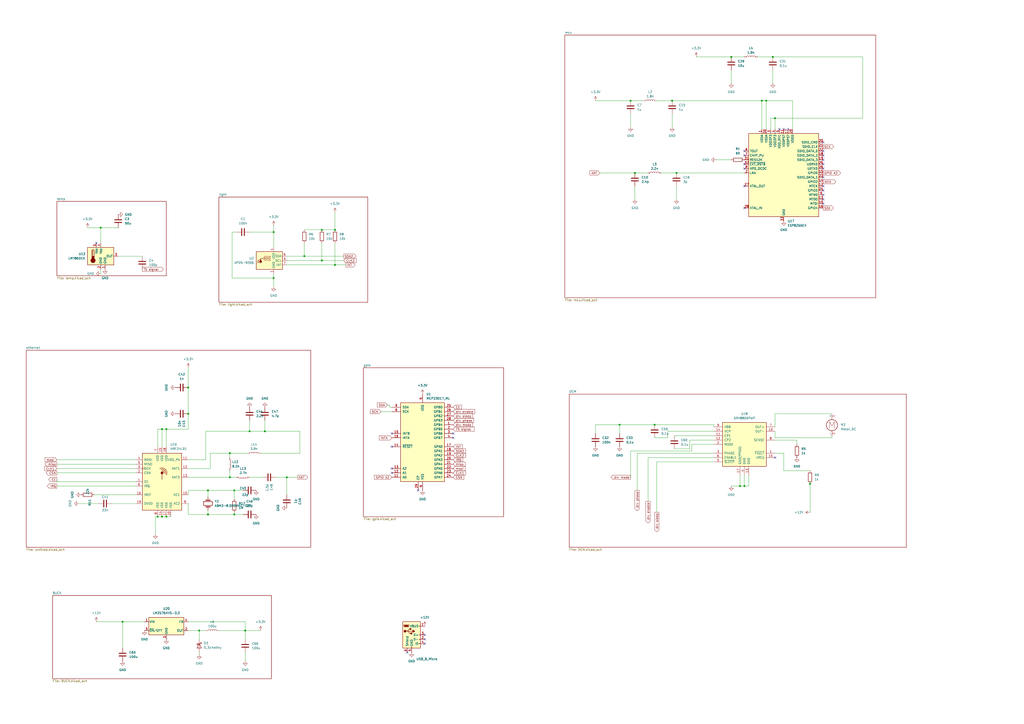
<source format=kicad_sch>
(kicad_sch (version 20230121) (generator eeschema)

  (uuid 5edc11a2-8836-4620-96d3-084a4c3d792c)

  (paper "A2")

  (lib_symbols
    (symbol "Connector:USB_B_Micro" (pin_names (offset 1.016)) (in_bom yes) (on_board yes)
      (property "Reference" "J" (at -5.08 11.43 0)
        (effects (font (size 1.27 1.27)) (justify left))
      )
      (property "Value" "USB_B_Micro" (at -5.08 8.89 0)
        (effects (font (size 1.27 1.27)) (justify left))
      )
      (property "Footprint" "" (at 3.81 -1.27 0)
        (effects (font (size 1.27 1.27)) hide)
      )
      (property "Datasheet" "~" (at 3.81 -1.27 0)
        (effects (font (size 1.27 1.27)) hide)
      )
      (property "ki_keywords" "connector USB micro" (at 0 0 0)
        (effects (font (size 1.27 1.27)) hide)
      )
      (property "ki_description" "USB Micro Type B connector" (at 0 0 0)
        (effects (font (size 1.27 1.27)) hide)
      )
      (property "ki_fp_filters" "USB*" (at 0 0 0)
        (effects (font (size 1.27 1.27)) hide)
      )
      (symbol "USB_B_Micro_0_1"
        (rectangle (start -5.08 -7.62) (end 5.08 7.62)
          (stroke (width 0.254) (type default))
          (fill (type background))
        )
        (circle (center -3.81 2.159) (radius 0.635)
          (stroke (width 0.254) (type default))
          (fill (type outline))
        )
        (circle (center -0.635 3.429) (radius 0.381)
          (stroke (width 0.254) (type default))
          (fill (type outline))
        )
        (rectangle (start -0.127 -7.62) (end 0.127 -6.858)
          (stroke (width 0) (type default))
          (fill (type none))
        )
        (polyline
          (pts
            (xy -1.905 2.159)
            (xy 0.635 2.159)
          )
          (stroke (width 0.254) (type default))
          (fill (type none))
        )
        (polyline
          (pts
            (xy -3.175 2.159)
            (xy -2.54 2.159)
            (xy -1.27 3.429)
            (xy -0.635 3.429)
          )
          (stroke (width 0.254) (type default))
          (fill (type none))
        )
        (polyline
          (pts
            (xy -2.54 2.159)
            (xy -1.905 2.159)
            (xy -1.27 0.889)
            (xy 0 0.889)
          )
          (stroke (width 0.254) (type default))
          (fill (type none))
        )
        (polyline
          (pts
            (xy 0.635 2.794)
            (xy 0.635 1.524)
            (xy 1.905 2.159)
            (xy 0.635 2.794)
          )
          (stroke (width 0.254) (type default))
          (fill (type outline))
        )
        (polyline
          (pts
            (xy -4.318 5.588)
            (xy -1.778 5.588)
            (xy -2.032 4.826)
            (xy -4.064 4.826)
            (xy -4.318 5.588)
          )
          (stroke (width 0) (type default))
          (fill (type outline))
        )
        (polyline
          (pts
            (xy -4.699 5.842)
            (xy -4.699 5.588)
            (xy -4.445 4.826)
            (xy -4.445 4.572)
            (xy -1.651 4.572)
            (xy -1.651 4.826)
            (xy -1.397 5.588)
            (xy -1.397 5.842)
            (xy -4.699 5.842)
          )
          (stroke (width 0) (type default))
          (fill (type none))
        )
        (rectangle (start 0.254 1.27) (end -0.508 0.508)
          (stroke (width 0.254) (type default))
          (fill (type outline))
        )
        (rectangle (start 5.08 -5.207) (end 4.318 -4.953)
          (stroke (width 0) (type default))
          (fill (type none))
        )
        (rectangle (start 5.08 -2.667) (end 4.318 -2.413)
          (stroke (width 0) (type default))
          (fill (type none))
        )
        (rectangle (start 5.08 -0.127) (end 4.318 0.127)
          (stroke (width 0) (type default))
          (fill (type none))
        )
        (rectangle (start 5.08 4.953) (end 4.318 5.207)
          (stroke (width 0) (type default))
          (fill (type none))
        )
      )
      (symbol "USB_B_Micro_1_1"
        (pin power_out line (at 7.62 5.08 180) (length 2.54)
          (name "VBUS" (effects (font (size 1.27 1.27))))
          (number "1" (effects (font (size 1.27 1.27))))
        )
        (pin bidirectional line (at 7.62 -2.54 180) (length 2.54)
          (name "D-" (effects (font (size 1.27 1.27))))
          (number "2" (effects (font (size 1.27 1.27))))
        )
        (pin bidirectional line (at 7.62 0 180) (length 2.54)
          (name "D+" (effects (font (size 1.27 1.27))))
          (number "3" (effects (font (size 1.27 1.27))))
        )
        (pin passive line (at 7.62 -5.08 180) (length 2.54)
          (name "ID" (effects (font (size 1.27 1.27))))
          (number "4" (effects (font (size 1.27 1.27))))
        )
        (pin power_out line (at 0 -10.16 90) (length 2.54)
          (name "GND" (effects (font (size 1.27 1.27))))
          (number "5" (effects (font (size 1.27 1.27))))
        )
        (pin passive line (at -2.54 -10.16 90) (length 2.54)
          (name "Shield" (effects (font (size 1.27 1.27))))
          (number "6" (effects (font (size 1.27 1.27))))
        )
      )
    )
    (symbol "Device:C" (pin_numbers hide) (pin_names (offset 0.254)) (in_bom yes) (on_board yes)
      (property "Reference" "C" (at 0.635 2.54 0)
        (effects (font (size 1.27 1.27)) (justify left))
      )
      (property "Value" "C" (at 0.635 -2.54 0)
        (effects (font (size 1.27 1.27)) (justify left))
      )
      (property "Footprint" "" (at 0.9652 -3.81 0)
        (effects (font (size 1.27 1.27)) hide)
      )
      (property "Datasheet" "~" (at 0 0 0)
        (effects (font (size 1.27 1.27)) hide)
      )
      (property "ki_keywords" "cap capacitor" (at 0 0 0)
        (effects (font (size 1.27 1.27)) hide)
      )
      (property "ki_description" "Unpolarized capacitor" (at 0 0 0)
        (effects (font (size 1.27 1.27)) hide)
      )
      (property "ki_fp_filters" "C_*" (at 0 0 0)
        (effects (font (size 1.27 1.27)) hide)
      )
      (symbol "C_0_1"
        (polyline
          (pts
            (xy -2.032 -0.762)
            (xy 2.032 -0.762)
          )
          (stroke (width 0.508) (type default))
          (fill (type none))
        )
        (polyline
          (pts
            (xy -2.032 0.762)
            (xy 2.032 0.762)
          )
          (stroke (width 0.508) (type default))
          (fill (type none))
        )
      )
      (symbol "C_1_1"
        (pin passive line (at 0 3.81 270) (length 2.794)
          (name "~" (effects (font (size 1.27 1.27))))
          (number "1" (effects (font (size 1.27 1.27))))
        )
        (pin passive line (at 0 -3.81 90) (length 2.794)
          (name "~" (effects (font (size 1.27 1.27))))
          (number "2" (effects (font (size 1.27 1.27))))
        )
      )
    )
    (symbol "Device:Crystal" (pin_numbers hide) (pin_names (offset 1.016) hide) (in_bom yes) (on_board yes)
      (property "Reference" "Y" (at 0 3.81 0)
        (effects (font (size 1.27 1.27)))
      )
      (property "Value" "Crystal" (at 0 -3.81 0)
        (effects (font (size 1.27 1.27)))
      )
      (property "Footprint" "" (at 0 0 0)
        (effects (font (size 1.27 1.27)) hide)
      )
      (property "Datasheet" "~" (at 0 0 0)
        (effects (font (size 1.27 1.27)) hide)
      )
      (property "ki_keywords" "quartz ceramic resonator oscillator" (at 0 0 0)
        (effects (font (size 1.27 1.27)) hide)
      )
      (property "ki_description" "Two pin crystal" (at 0 0 0)
        (effects (font (size 1.27 1.27)) hide)
      )
      (property "ki_fp_filters" "Crystal*" (at 0 0 0)
        (effects (font (size 1.27 1.27)) hide)
      )
      (symbol "Crystal_0_1"
        (rectangle (start -1.143 2.54) (end 1.143 -2.54)
          (stroke (width 0.3048) (type default))
          (fill (type none))
        )
        (polyline
          (pts
            (xy -2.54 0)
            (xy -1.905 0)
          )
          (stroke (width 0) (type default))
          (fill (type none))
        )
        (polyline
          (pts
            (xy -1.905 -1.27)
            (xy -1.905 1.27)
          )
          (stroke (width 0.508) (type default))
          (fill (type none))
        )
        (polyline
          (pts
            (xy 1.905 -1.27)
            (xy 1.905 1.27)
          )
          (stroke (width 0.508) (type default))
          (fill (type none))
        )
        (polyline
          (pts
            (xy 2.54 0)
            (xy 1.905 0)
          )
          (stroke (width 0) (type default))
          (fill (type none))
        )
      )
      (symbol "Crystal_1_1"
        (pin passive line (at -3.81 0 0) (length 1.27)
          (name "1" (effects (font (size 1.27 1.27))))
          (number "1" (effects (font (size 1.27 1.27))))
        )
        (pin passive line (at 3.81 0 180) (length 1.27)
          (name "2" (effects (font (size 1.27 1.27))))
          (number "2" (effects (font (size 1.27 1.27))))
        )
      )
    )
    (symbol "Device:D_Schottky" (pin_numbers hide) (pin_names (offset 1.016) hide) (in_bom yes) (on_board yes)
      (property "Reference" "D" (at 0 2.54 0)
        (effects (font (size 1.27 1.27)))
      )
      (property "Value" "D_Schottky" (at 0 -2.54 0)
        (effects (font (size 1.27 1.27)))
      )
      (property "Footprint" "" (at 0 0 0)
        (effects (font (size 1.27 1.27)) hide)
      )
      (property "Datasheet" "~" (at 0 0 0)
        (effects (font (size 1.27 1.27)) hide)
      )
      (property "ki_keywords" "diode Schottky" (at 0 0 0)
        (effects (font (size 1.27 1.27)) hide)
      )
      (property "ki_description" "Schottky diode" (at 0 0 0)
        (effects (font (size 1.27 1.27)) hide)
      )
      (property "ki_fp_filters" "TO-???* *_Diode_* *SingleDiode* D_*" (at 0 0 0)
        (effects (font (size 1.27 1.27)) hide)
      )
      (symbol "D_Schottky_0_1"
        (polyline
          (pts
            (xy 1.27 0)
            (xy -1.27 0)
          )
          (stroke (width 0) (type default))
          (fill (type none))
        )
        (polyline
          (pts
            (xy 1.27 1.27)
            (xy 1.27 -1.27)
            (xy -1.27 0)
            (xy 1.27 1.27)
          )
          (stroke (width 0.254) (type default))
          (fill (type none))
        )
        (polyline
          (pts
            (xy -1.905 0.635)
            (xy -1.905 1.27)
            (xy -1.27 1.27)
            (xy -1.27 -1.27)
            (xy -0.635 -1.27)
            (xy -0.635 -0.635)
          )
          (stroke (width 0.254) (type default))
          (fill (type none))
        )
      )
      (symbol "D_Schottky_1_1"
        (pin passive line (at -3.81 0 0) (length 2.54)
          (name "K" (effects (font (size 1.27 1.27))))
          (number "1" (effects (font (size 1.27 1.27))))
        )
        (pin passive line (at 3.81 0 180) (length 2.54)
          (name "A" (effects (font (size 1.27 1.27))))
          (number "2" (effects (font (size 1.27 1.27))))
        )
      )
    )
    (symbol "Device:L" (pin_numbers hide) (pin_names (offset 1.016) hide) (in_bom yes) (on_board yes)
      (property "Reference" "L" (at -1.27 0 90)
        (effects (font (size 1.27 1.27)))
      )
      (property "Value" "L" (at 1.905 0 90)
        (effects (font (size 1.27 1.27)))
      )
      (property "Footprint" "" (at 0 0 0)
        (effects (font (size 1.27 1.27)) hide)
      )
      (property "Datasheet" "~" (at 0 0 0)
        (effects (font (size 1.27 1.27)) hide)
      )
      (property "ki_keywords" "inductor choke coil reactor magnetic" (at 0 0 0)
        (effects (font (size 1.27 1.27)) hide)
      )
      (property "ki_description" "Inductor" (at 0 0 0)
        (effects (font (size 1.27 1.27)) hide)
      )
      (property "ki_fp_filters" "Choke_* *Coil* Inductor_* L_*" (at 0 0 0)
        (effects (font (size 1.27 1.27)) hide)
      )
      (symbol "L_0_1"
        (arc (start 0 -2.54) (mid 0.6323 -1.905) (end 0 -1.27)
          (stroke (width 0) (type default))
          (fill (type none))
        )
        (arc (start 0 -1.27) (mid 0.6323 -0.635) (end 0 0)
          (stroke (width 0) (type default))
          (fill (type none))
        )
        (arc (start 0 0) (mid 0.6323 0.635) (end 0 1.27)
          (stroke (width 0) (type default))
          (fill (type none))
        )
        (arc (start 0 1.27) (mid 0.6323 1.905) (end 0 2.54)
          (stroke (width 0) (type default))
          (fill (type none))
        )
      )
      (symbol "L_1_1"
        (pin passive line (at 0 3.81 270) (length 1.27)
          (name "1" (effects (font (size 1.27 1.27))))
          (number "1" (effects (font (size 1.27 1.27))))
        )
        (pin passive line (at 0 -3.81 90) (length 1.27)
          (name "2" (effects (font (size 1.27 1.27))))
          (number "2" (effects (font (size 1.27 1.27))))
        )
      )
    )
    (symbol "Device:R" (pin_numbers hide) (pin_names (offset 0)) (in_bom yes) (on_board yes)
      (property "Reference" "R" (at 2.032 0 90)
        (effects (font (size 1.27 1.27)))
      )
      (property "Value" "R" (at 0 0 90)
        (effects (font (size 1.27 1.27)))
      )
      (property "Footprint" "" (at -1.778 0 90)
        (effects (font (size 1.27 1.27)) hide)
      )
      (property "Datasheet" "~" (at 0 0 0)
        (effects (font (size 1.27 1.27)) hide)
      )
      (property "ki_keywords" "R res resistor" (at 0 0 0)
        (effects (font (size 1.27 1.27)) hide)
      )
      (property "ki_description" "Resistor" (at 0 0 0)
        (effects (font (size 1.27 1.27)) hide)
      )
      (property "ki_fp_filters" "R_*" (at 0 0 0)
        (effects (font (size 1.27 1.27)) hide)
      )
      (symbol "R_0_1"
        (rectangle (start -1.016 -2.54) (end 1.016 2.54)
          (stroke (width 0.254) (type default))
          (fill (type none))
        )
      )
      (symbol "R_1_1"
        (pin passive line (at 0 3.81 270) (length 1.27)
          (name "~" (effects (font (size 1.27 1.27))))
          (number "1" (effects (font (size 1.27 1.27))))
        )
        (pin passive line (at 0 -3.81 90) (length 1.27)
          (name "~" (effects (font (size 1.27 1.27))))
          (number "2" (effects (font (size 1.27 1.27))))
        )
      )
    )
    (symbol "Driver_Motor:DRV8800PWP" (pin_names (offset 1.016)) (in_bom yes) (on_board yes)
      (property "Reference" "U" (at -12.7 16.51 0)
        (effects (font (size 1.27 1.27)) (justify left))
      )
      (property "Value" "DRV8800PWP" (at -12.7 13.97 0)
        (effects (font (size 1.27 1.27)) (justify left))
      )
      (property "Footprint" "Package_SO:HTSSOP-16-1EP_4.4x5mm_P0.65mm_EP3.4x5mm_Mask3x3mm_ThermalVias" (at 30.48 13.97 0)
        (effects (font (size 1.27 1.27)) hide)
      )
      (property "Datasheet" "http://www.ti.com/lit/ds/symlink/drv8801.pdf" (at 1.27 22.86 0)
        (effects (font (size 1.27 1.27)) hide)
      )
      (property "ki_keywords" "H-Bridge Motor Driver" (at 0 0 0)
        (effects (font (size 1.27 1.27)) hide)
      )
      (property "ki_description" "H-Bridge Motor Driver, TSSOP-16" (at 0 0 0)
        (effects (font (size 1.27 1.27)) hide)
      )
      (property "ki_fp_filters" "*TSSOP*4.4x5mm*P0.65mm*" (at 0 0 0)
        (effects (font (size 1.27 1.27)) hide)
      )
      (symbol "DRV8800PWP_0_1"
        (rectangle (start -12.7 12.7) (end 12.7 -12.7)
          (stroke (width 0.254) (type default))
          (fill (type background))
        )
      )
      (symbol "DRV8800PWP_1_1"
        (pin open_collector line (at 17.78 -5.08 180) (length 5.08)
          (name "~{FAULT}" (effects (font (size 1.27 1.27))))
          (number "1" (effects (font (size 1.27 1.27))))
        )
        (pin power_out line (at 17.78 7.62 180) (length 5.08)
          (name "OUT-" (effects (font (size 1.27 1.27))))
          (number "10" (effects (font (size 1.27 1.27))))
        )
        (pin power_in line (at -17.78 5.08 0) (length 5.08)
          (name "CP1" (effects (font (size 1.27 1.27))))
          (number "11" (effects (font (size 1.27 1.27))))
        )
        (pin power_in line (at -17.78 2.54 0) (length 5.08)
          (name "CP2" (effects (font (size 1.27 1.27))))
          (number "12" (effects (font (size 1.27 1.27))))
        )
        (pin power_in line (at 2.54 -17.78 90) (length 5.08)
          (name "GND" (effects (font (size 1.27 1.27))))
          (number "13" (effects (font (size 1.27 1.27))))
        )
        (pin power_in line (at -17.78 7.62 0) (length 5.08)
          (name "VCP" (effects (font (size 1.27 1.27))))
          (number "14" (effects (font (size 1.27 1.27))))
        )
        (pin output line (at 17.78 -7.62 180) (length 5.08)
          (name "VREG" (effects (font (size 1.27 1.27))))
          (number "15" (effects (font (size 1.27 1.27))))
        )
        (pin no_connect line (at -12.7 -2.54 0) (length 5.08) hide
          (name "NC" (effects (font (size 1.27 1.27))))
          (number "16" (effects (font (size 1.27 1.27))))
        )
        (pin power_in line (at -2.54 -17.78 90) (length 5.08)
          (name "GND(PPAD)" (effects (font (size 1.27 1.27))))
          (number "17" (effects (font (size 1.27 1.27))))
        )
        (pin input line (at -17.78 0 0) (length 5.08)
          (name "MODE" (effects (font (size 1.27 1.27))))
          (number "2" (effects (font (size 1.27 1.27))))
        )
        (pin input line (at -17.78 -5.08 0) (length 5.08)
          (name "PHASE" (effects (font (size 1.27 1.27))))
          (number "3" (effects (font (size 1.27 1.27))))
        )
        (pin power_in line (at 0 -17.78 90) (length 5.08)
          (name "GND" (effects (font (size 1.27 1.27))))
          (number "4" (effects (font (size 1.27 1.27))))
        )
        (pin input line (at -17.78 -10.16 0) (length 5.08)
          (name "~{SLEEP}" (effects (font (size 1.27 1.27))))
          (number "5" (effects (font (size 1.27 1.27))))
        )
        (pin input line (at -17.78 -7.62 0) (length 5.08)
          (name "ENABLE" (effects (font (size 1.27 1.27))))
          (number "6" (effects (font (size 1.27 1.27))))
        )
        (pin power_out line (at 17.78 10.16 180) (length 5.08)
          (name "OUT+" (effects (font (size 1.27 1.27))))
          (number "7" (effects (font (size 1.27 1.27))))
        )
        (pin power_out line (at 17.78 2.54 180) (length 5.08)
          (name "SENSE" (effects (font (size 1.27 1.27))))
          (number "8" (effects (font (size 1.27 1.27))))
        )
        (pin power_in line (at -17.78 10.16 0) (length 5.08)
          (name "VBB" (effects (font (size 1.27 1.27))))
          (number "9" (effects (font (size 1.27 1.27))))
        )
      )
    )
    (symbol "Interface_Expansion:MCP23017_ML" (pin_names (offset 1.016)) (in_bom yes) (on_board yes)
      (property "Reference" "U" (at -11.43 24.13 0)
        (effects (font (size 1.27 1.27)))
      )
      (property "Value" "MCP23017_ML" (at 0 0 0)
        (effects (font (size 1.27 1.27)))
      )
      (property "Footprint" "Package_DFN_QFN:QFN-28-1EP_6x6mm_P0.65mm_EP4.25x4.25mm" (at 5.08 -25.4 0)
        (effects (font (size 1.27 1.27)) (justify left) hide)
      )
      (property "Datasheet" "http://ww1.microchip.com/downloads/en/DeviceDoc/20001952C.pdf" (at 5.08 -27.94 0)
        (effects (font (size 1.27 1.27)) (justify left) hide)
      )
      (property "ki_keywords" "I2C parallel port expander" (at 0 0 0)
        (effects (font (size 1.27 1.27)) hide)
      )
      (property "ki_description" "16-bit I/O expander, I2C, interrupts, w pull-ups, QFN-28" (at 0 0 0)
        (effects (font (size 1.27 1.27)) hide)
      )
      (property "ki_fp_filters" "QFN*6x6mm*P0.65mm*" (at 0 0 0)
        (effects (font (size 1.27 1.27)) hide)
      )
      (symbol "MCP23017_ML_0_1"
        (rectangle (start -12.7 22.86) (end 12.7 -22.86)
          (stroke (width 0.254) (type default))
          (fill (type background))
        )
      )
      (symbol "MCP23017_ML_1_1"
        (pin bidirectional line (at 17.78 10.16 180) (length 5.08)
          (name "GPB4" (effects (font (size 1.27 1.27))))
          (number "1" (effects (font (size 1.27 1.27))))
        )
        (pin no_connect line (at -12.7 12.7 0) (length 5.08) hide
          (name "NC" (effects (font (size 1.27 1.27))))
          (number "10" (effects (font (size 1.27 1.27))))
        )
        (pin input line (at -17.78 -20.32 0) (length 5.08)
          (name "A0" (effects (font (size 1.27 1.27))))
          (number "11" (effects (font (size 1.27 1.27))))
        )
        (pin input line (at -17.78 -17.78 0) (length 5.08)
          (name "A1" (effects (font (size 1.27 1.27))))
          (number "12" (effects (font (size 1.27 1.27))))
        )
        (pin input line (at -17.78 -15.24 0) (length 5.08)
          (name "A2" (effects (font (size 1.27 1.27))))
          (number "13" (effects (font (size 1.27 1.27))))
        )
        (pin input line (at -17.78 -2.54 0) (length 5.08)
          (name "~{RESET}" (effects (font (size 1.27 1.27))))
          (number "14" (effects (font (size 1.27 1.27))))
        )
        (pin tri_state line (at -17.78 5.08 0) (length 5.08)
          (name "INTB" (effects (font (size 1.27 1.27))))
          (number "15" (effects (font (size 1.27 1.27))))
        )
        (pin tri_state line (at -17.78 2.54 0) (length 5.08)
          (name "INTA" (effects (font (size 1.27 1.27))))
          (number "16" (effects (font (size 1.27 1.27))))
        )
        (pin bidirectional line (at 17.78 -2.54 180) (length 5.08)
          (name "GPA0" (effects (font (size 1.27 1.27))))
          (number "17" (effects (font (size 1.27 1.27))))
        )
        (pin bidirectional line (at 17.78 -5.08 180) (length 5.08)
          (name "GPA1" (effects (font (size 1.27 1.27))))
          (number "18" (effects (font (size 1.27 1.27))))
        )
        (pin bidirectional line (at 17.78 -7.62 180) (length 5.08)
          (name "GPA2" (effects (font (size 1.27 1.27))))
          (number "19" (effects (font (size 1.27 1.27))))
        )
        (pin bidirectional line (at 17.78 7.62 180) (length 5.08)
          (name "GPB5" (effects (font (size 1.27 1.27))))
          (number "2" (effects (font (size 1.27 1.27))))
        )
        (pin bidirectional line (at 17.78 -10.16 180) (length 5.08)
          (name "GPA3" (effects (font (size 1.27 1.27))))
          (number "20" (effects (font (size 1.27 1.27))))
        )
        (pin bidirectional line (at 17.78 -12.7 180) (length 5.08)
          (name "GPA4" (effects (font (size 1.27 1.27))))
          (number "21" (effects (font (size 1.27 1.27))))
        )
        (pin bidirectional line (at 17.78 -15.24 180) (length 5.08)
          (name "GPA5" (effects (font (size 1.27 1.27))))
          (number "22" (effects (font (size 1.27 1.27))))
        )
        (pin bidirectional line (at 17.78 -17.78 180) (length 5.08)
          (name "GPA6" (effects (font (size 1.27 1.27))))
          (number "23" (effects (font (size 1.27 1.27))))
        )
        (pin bidirectional line (at 17.78 -20.32 180) (length 5.08)
          (name "GPA7" (effects (font (size 1.27 1.27))))
          (number "24" (effects (font (size 1.27 1.27))))
        )
        (pin bidirectional line (at 17.78 20.32 180) (length 5.08)
          (name "GPB0" (effects (font (size 1.27 1.27))))
          (number "25" (effects (font (size 1.27 1.27))))
        )
        (pin bidirectional line (at 17.78 17.78 180) (length 5.08)
          (name "GPB1" (effects (font (size 1.27 1.27))))
          (number "26" (effects (font (size 1.27 1.27))))
        )
        (pin bidirectional line (at 17.78 15.24 180) (length 5.08)
          (name "GPB2" (effects (font (size 1.27 1.27))))
          (number "27" (effects (font (size 1.27 1.27))))
        )
        (pin bidirectional line (at 17.78 12.7 180) (length 5.08)
          (name "GPB3" (effects (font (size 1.27 1.27))))
          (number "28" (effects (font (size 1.27 1.27))))
        )
        (pin passive line (at -2.54 -27.94 90) (length 5.08)
          (name "EP" (effects (font (size 1.27 1.27))))
          (number "29" (effects (font (size 1.27 1.27))))
        )
        (pin bidirectional line (at 17.78 5.08 180) (length 5.08)
          (name "GPB6" (effects (font (size 1.27 1.27))))
          (number "3" (effects (font (size 1.27 1.27))))
        )
        (pin bidirectional line (at 17.78 2.54 180) (length 5.08)
          (name "GPB7" (effects (font (size 1.27 1.27))))
          (number "4" (effects (font (size 1.27 1.27))))
        )
        (pin power_in line (at 0 27.94 270) (length 5.08)
          (name "VDD" (effects (font (size 1.27 1.27))))
          (number "5" (effects (font (size 1.27 1.27))))
        )
        (pin power_in line (at 0 -27.94 90) (length 5.08)
          (name "VSS" (effects (font (size 1.27 1.27))))
          (number "6" (effects (font (size 1.27 1.27))))
        )
        (pin no_connect line (at -12.7 15.24 0) (length 5.08) hide
          (name "NC" (effects (font (size 1.27 1.27))))
          (number "7" (effects (font (size 1.27 1.27))))
        )
        (pin input line (at -17.78 17.78 0) (length 5.08)
          (name "SCK" (effects (font (size 1.27 1.27))))
          (number "8" (effects (font (size 1.27 1.27))))
        )
        (pin bidirectional line (at -17.78 20.32 0) (length 5.08)
          (name "SDA" (effects (font (size 1.27 1.27))))
          (number "9" (effects (font (size 1.27 1.27))))
        )
      )
    )
    (symbol "MCU_Espressif:ESP8266EX" (in_bom yes) (on_board yes)
      (property "Reference" "U" (at 0 2.54 0)
        (effects (font (size 1.27 1.27)))
      )
      (property "Value" "ESP8266EX" (at 0 -2.54 0)
        (effects (font (size 1.27 1.27)))
      )
      (property "Footprint" "Package_DFN_QFN:QFN-32-1EP_5x5mm_P0.5mm_EP3.45x3.45mm" (at 0 -33.02 0)
        (effects (font (size 1.27 1.27)) hide)
      )
      (property "Datasheet" "http://espressif.com/sites/default/files/documentation/0a-esp8266ex_datasheet_en.pdf" (at 2.54 -33.02 0)
        (effects (font (size 1.27 1.27)) hide)
      )
      (property "ki_keywords" "wifi soc" (at 0 0 0)
        (effects (font (size 1.27 1.27)) hide)
      )
      (property "ki_description" "Highly integrated Wi-Fi SoC, QFN-32" (at 0 0 0)
        (effects (font (size 1.27 1.27)) hide)
      )
      (property "ki_fp_filters" "QFN*1EP*5x5mm*P0.5mm*" (at 0 0 0)
        (effects (font (size 1.27 1.27)) hide)
      )
      (symbol "ESP8266EX_0_1"
        (rectangle (start -20.32 22.86) (end 20.32 -25.4)
          (stroke (width 0.254) (type default))
          (fill (type background))
        )
      )
      (symbol "ESP8266EX_1_1"
        (pin power_in line (at -12.7 25.4 270) (length 2.54)
          (name "VDDA" (effects (font (size 1.27 1.27))))
          (number "1" (effects (font (size 1.27 1.27))))
        )
        (pin bidirectional line (at 22.86 -17.78 180) (length 2.54)
          (name "MTDI" (effects (font (size 1.27 1.27))))
          (number "10" (effects (font (size 1.27 1.27))))
        )
        (pin power_in line (at 0 25.4 270) (length 2.54)
          (name "VDDPST" (effects (font (size 1.27 1.27))))
          (number "11" (effects (font (size 1.27 1.27))))
        )
        (pin bidirectional line (at 22.86 -7.62 180) (length 2.54)
          (name "MTCK" (effects (font (size 1.27 1.27))))
          (number "12" (effects (font (size 1.27 1.27))))
        )
        (pin bidirectional line (at 22.86 -15.24 180) (length 2.54)
          (name "MTDO" (effects (font (size 1.27 1.27))))
          (number "13" (effects (font (size 1.27 1.27))))
        )
        (pin bidirectional line (at 22.86 -5.08 180) (length 2.54)
          (name "GPIO2" (effects (font (size 1.27 1.27))))
          (number "14" (effects (font (size 1.27 1.27))))
        )
        (pin bidirectional line (at 22.86 0 180) (length 2.54)
          (name "GPIO0" (effects (font (size 1.27 1.27))))
          (number "15" (effects (font (size 1.27 1.27))))
        )
        (pin bidirectional line (at 22.86 -20.32 180) (length 2.54)
          (name "GPIO4" (effects (font (size 1.27 1.27))))
          (number "16" (effects (font (size 1.27 1.27))))
        )
        (pin power_in line (at 2.54 25.4 270) (length 2.54)
          (name "VDDPST" (effects (font (size 1.27 1.27))))
          (number "17" (effects (font (size 1.27 1.27))))
        )
        (pin bidirectional line (at 22.86 10.16 180) (length 2.54)
          (name "SDIO_DATA_2" (effects (font (size 1.27 1.27))))
          (number "18" (effects (font (size 1.27 1.27))))
        )
        (pin bidirectional line (at 22.86 7.62 180) (length 2.54)
          (name "SDIO_DATA_3" (effects (font (size 1.27 1.27))))
          (number "19" (effects (font (size 1.27 1.27))))
        )
        (pin bidirectional line (at -22.86 0 0) (length 2.54)
          (name "LNA" (effects (font (size 1.27 1.27))))
          (number "2" (effects (font (size 1.27 1.27))))
        )
        (pin bidirectional line (at 22.86 17.78 180) (length 2.54)
          (name "SDIO_CMD" (effects (font (size 1.27 1.27))))
          (number "20" (effects (font (size 1.27 1.27))))
        )
        (pin bidirectional line (at 22.86 15.24 180) (length 2.54)
          (name "SDIO_CLK" (effects (font (size 1.27 1.27))))
          (number "21" (effects (font (size 1.27 1.27))))
        )
        (pin bidirectional line (at 22.86 12.7 180) (length 2.54)
          (name "SDIO_DATA_0" (effects (font (size 1.27 1.27))))
          (number "22" (effects (font (size 1.27 1.27))))
        )
        (pin bidirectional line (at 22.86 -2.54 180) (length 2.54)
          (name "SDIO_DATA_1" (effects (font (size 1.27 1.27))))
          (number "23" (effects (font (size 1.27 1.27))))
        )
        (pin bidirectional line (at 22.86 -10.16 180) (length 2.54)
          (name "GPIO5" (effects (font (size 1.27 1.27))))
          (number "24" (effects (font (size 1.27 1.27))))
        )
        (pin bidirectional line (at 22.86 5.08 180) (length 2.54)
          (name "U0RXD" (effects (font (size 1.27 1.27))))
          (number "25" (effects (font (size 1.27 1.27))))
        )
        (pin bidirectional line (at 22.86 2.54 180) (length 2.54)
          (name "U0TXD" (effects (font (size 1.27 1.27))))
          (number "26" (effects (font (size 1.27 1.27))))
        )
        (pin bidirectional line (at -22.86 -7.62 0) (length 2.54)
          (name "XTAL_OUT" (effects (font (size 1.27 1.27))))
          (number "27" (effects (font (size 1.27 1.27))))
        )
        (pin bidirectional line (at -22.86 -20.32 0) (length 2.54)
          (name "XTAL_IN" (effects (font (size 1.27 1.27))))
          (number "28" (effects (font (size 1.27 1.27))))
        )
        (pin power_in line (at 5.08 25.4 270) (length 2.54)
          (name "VDDD" (effects (font (size 1.27 1.27))))
          (number "29" (effects (font (size 1.27 1.27))))
        )
        (pin power_in line (at -7.62 25.4 270) (length 2.54)
          (name "VDD3P3" (effects (font (size 1.27 1.27))))
          (number "3" (effects (font (size 1.27 1.27))))
        )
        (pin power_in line (at -10.16 25.4 270) (length 2.54)
          (name "VDDA" (effects (font (size 1.27 1.27))))
          (number "30" (effects (font (size 1.27 1.27))))
        )
        (pin input line (at -22.86 7.62 0) (length 2.54)
          (name "RES12K" (effects (font (size 1.27 1.27))))
          (number "31" (effects (font (size 1.27 1.27))))
        )
        (pin input line (at -22.86 5.08 0) (length 2.54)
          (name "~{EXT_RSTB}" (effects (font (size 1.27 1.27))))
          (number "32" (effects (font (size 1.27 1.27))))
        )
        (pin power_in line (at 0 -27.94 90) (length 2.54)
          (name "GND" (effects (font (size 1.27 1.27))))
          (number "33" (effects (font (size 1.27 1.27))))
        )
        (pin power_in line (at -5.08 25.4 270) (length 2.54)
          (name "VDD3P3" (effects (font (size 1.27 1.27))))
          (number "4" (effects (font (size 1.27 1.27))))
        )
        (pin power_in line (at -2.54 25.4 270) (length 2.54)
          (name "VDD_RTC" (effects (font (size 1.27 1.27))))
          (number "5" (effects (font (size 1.27 1.27))))
        )
        (pin input line (at -22.86 12.7 0) (length 2.54)
          (name "TOUT" (effects (font (size 1.27 1.27))))
          (number "6" (effects (font (size 1.27 1.27))))
        )
        (pin input line (at -22.86 10.16 0) (length 2.54)
          (name "CHIP_PU" (effects (font (size 1.27 1.27))))
          (number "7" (effects (font (size 1.27 1.27))))
        )
        (pin bidirectional line (at -22.86 2.54 0) (length 2.54)
          (name "XPD_DCDC" (effects (font (size 1.27 1.27))))
          (number "8" (effects (font (size 1.27 1.27))))
        )
        (pin bidirectional line (at 22.86 -12.7 180) (length 2.54)
          (name "MTMS" (effects (font (size 1.27 1.27))))
          (number "9" (effects (font (size 1.27 1.27))))
        )
      )
    )
    (symbol "Motor:Motor_DC" (pin_names (offset 0)) (in_bom yes) (on_board yes)
      (property "Reference" "M" (at 2.54 2.54 0)
        (effects (font (size 1.27 1.27)) (justify left))
      )
      (property "Value" "Motor_DC" (at 2.54 -5.08 0)
        (effects (font (size 1.27 1.27)) (justify left top))
      )
      (property "Footprint" "" (at 0 -2.286 0)
        (effects (font (size 1.27 1.27)) hide)
      )
      (property "Datasheet" "~" (at 0 -2.286 0)
        (effects (font (size 1.27 1.27)) hide)
      )
      (property "ki_keywords" "DC Motor" (at 0 0 0)
        (effects (font (size 1.27 1.27)) hide)
      )
      (property "ki_description" "DC Motor" (at 0 0 0)
        (effects (font (size 1.27 1.27)) hide)
      )
      (property "ki_fp_filters" "PinHeader*P2.54mm* TerminalBlock*" (at 0 0 0)
        (effects (font (size 1.27 1.27)) hide)
      )
      (symbol "Motor_DC_0_0"
        (polyline
          (pts
            (xy -1.27 -3.302)
            (xy -1.27 0.508)
            (xy 0 -2.032)
            (xy 1.27 0.508)
            (xy 1.27 -3.302)
          )
          (stroke (width 0) (type default))
          (fill (type none))
        )
      )
      (symbol "Motor_DC_0_1"
        (circle (center 0 -1.524) (radius 3.2512)
          (stroke (width 0.254) (type default))
          (fill (type none))
        )
        (polyline
          (pts
            (xy 0 -7.62)
            (xy 0 -7.112)
          )
          (stroke (width 0) (type default))
          (fill (type none))
        )
        (polyline
          (pts
            (xy 0 -4.7752)
            (xy 0 -5.1816)
          )
          (stroke (width 0) (type default))
          (fill (type none))
        )
        (polyline
          (pts
            (xy 0 1.7272)
            (xy 0 2.0828)
          )
          (stroke (width 0) (type default))
          (fill (type none))
        )
        (polyline
          (pts
            (xy 0 2.032)
            (xy 0 2.54)
          )
          (stroke (width 0) (type default))
          (fill (type none))
        )
      )
      (symbol "Motor_DC_1_1"
        (pin passive line (at 0 5.08 270) (length 2.54)
          (name "+" (effects (font (size 1.27 1.27))))
          (number "1" (effects (font (size 1.27 1.27))))
        )
        (pin passive line (at 0 -7.62 90) (length 2.54)
          (name "-" (effects (font (size 1.27 1.27))))
          (number "2" (effects (font (size 1.27 1.27))))
        )
      )
    )
    (symbol "NRF24L01_1" (pin_names (offset 1.016)) (in_bom yes) (on_board yes)
      (property "Reference" "U7" (at 8.0361 22.86 90)
        (effects (font (size 1.27 1.27)))
      )
      (property "Value" "NRF24L01" (at 5.4961 22.86 90)
        (effects (font (size 1.27 1.27)))
      )
      (property "Footprint" "Package_DFN_QFN:QFN-20-1EP_4x4mm_P0.5mm_EP2.5x2.5mm" (at 5.08 20.32 0)
        (effects (font (size 1.27 1.27) italic) (justify left) hide)
      )
      (property "Datasheet" "http://www.nordicsemi.com/eng/content/download/2730/34105/file/nRF24L01_Product_Specification_v2_0.pdf" (at 0 2.54 0)
        (effects (font (size 1.27 1.27)) hide)
      )
      (property "ki_keywords" "Low Power RF Transceiver" (at 0 0 0)
        (effects (font (size 1.27 1.27)) hide)
      )
      (property "ki_description" "Ultra low power 2.4GHz RF Transceiver, QFN-20" (at 0 0 0)
        (effects (font (size 1.27 1.27)) hide)
      )
      (property "ki_fp_filters" "QFN*4x4*0.5mm*" (at 0 0 0)
        (effects (font (size 1.27 1.27)) hide)
      )
      (symbol "NRF24L01_1_0_1"
        (rectangle (start -11.43 16.51) (end 11.43 -16.51)
          (stroke (width 0.254) (type default))
          (fill (type background))
        )
        (polyline
          (pts
            (xy 0 4.445)
            (xy 0 1.27)
          )
          (stroke (width 0.254) (type default))
          (fill (type none))
        )
        (circle (center 0 5.08) (radius 0.635)
          (stroke (width 0.254) (type default))
          (fill (type outline))
        )
        (arc (start 1.27 5.08) (mid 0.9071 5.9946) (end 0 6.35)
          (stroke (width 0.254) (type default))
          (fill (type none))
        )
        (arc (start 1.905 4.445) (mid 1.4313 6.5254) (end -0.635 6.985)
          (stroke (width 0.254) (type default))
          (fill (type none))
        )
        (arc (start 2.54 3.81) (mid 2.008 7.088) (end -1.27 7.62)
          (stroke (width 0.254) (type default))
          (fill (type none))
        )
        (rectangle (start 11.43 -13.97) (end 11.43 -13.97)
          (stroke (width 0) (type default))
          (fill (type none))
        )
      )
      (symbol "NRF24L01_1_1_1"
        (pin input line (at -15.24 0 0) (length 3.81)
          (name "CE" (effects (font (size 1.27 1.27))))
          (number "1" (effects (font (size 1.27 1.27))))
        )
        (pin passive line (at 15.24 -7.62 180) (length 3.81)
          (name "XC1" (effects (font (size 1.27 1.27))))
          (number "10" (effects (font (size 1.27 1.27))))
        )
        (pin power_out line (at 15.24 12.7 180) (length 3.81)
          (name "VDD_PA" (effects (font (size 1.27 1.27))))
          (number "11" (effects (font (size 1.27 1.27))))
        )
        (pin passive line (at 15.24 7.62 180) (length 3.81)
          (name "ANT1" (effects (font (size 1.27 1.27))))
          (number "12" (effects (font (size 1.27 1.27))))
        )
        (pin passive line (at 15.24 2.54 180) (length 3.81)
          (name "ANT2" (effects (font (size 1.27 1.27))))
          (number "13" (effects (font (size 1.27 1.27))))
        )
        (pin power_in line (at 0 -20.32 90) (length 3.81)
          (name "VSS" (effects (font (size 1.27 1.27))))
          (number "14" (effects (font (size 1.27 1.27))))
        )
        (pin power_in line (at 0 20.32 270) (length 3.81)
          (name "VDD" (effects (font (size 1.27 1.27))))
          (number "15" (effects (font (size 1.27 1.27))))
        )
        (pin passive line (at -15.24 -7.62 0) (length 3.81)
          (name "IREF" (effects (font (size 1.27 1.27))))
          (number "16" (effects (font (size 1.27 1.27))))
        )
        (pin power_in line (at 2.54 -20.32 90) (length 3.81)
          (name "VSS" (effects (font (size 1.27 1.27))))
          (number "17" (effects (font (size 1.27 1.27))))
        )
        (pin power_in line (at 2.54 20.32 270) (length 3.81)
          (name "VDD" (effects (font (size 1.27 1.27))))
          (number "18" (effects (font (size 1.27 1.27))))
        )
        (pin power_out line (at -15.24 -12.7 0) (length 3.81)
          (name "DVDD" (effects (font (size 1.27 1.27))))
          (number "19" (effects (font (size 1.27 1.27))))
        )
        (pin input line (at -15.24 5.08 0) (length 3.81)
          (name "CSN" (effects (font (size 1.27 1.27))))
          (number "2" (effects (font (size 1.27 1.27))))
        )
        (pin power_in line (at 5.08 -20.32 90) (length 3.81)
          (name "VSS" (effects (font (size 1.27 1.27))))
          (number "20" (effects (font (size 1.27 1.27))))
        )
        (pin input clock (at -15.24 7.62 0) (length 3.81)
          (name "SCK" (effects (font (size 1.27 1.27))))
          (number "3" (effects (font (size 1.27 1.27))))
        )
        (pin input line (at -15.24 12.7 0) (length 3.81)
          (name "MOSI" (effects (font (size 1.27 1.27))))
          (number "4" (effects (font (size 1.27 1.27))))
        )
        (pin output line (at -15.24 10.16 0) (length 3.81)
          (name "MISO" (effects (font (size 1.27 1.27))))
          (number "5" (effects (font (size 1.27 1.27))))
        )
        (pin output line (at -15.24 -2.54 0) (length 3.81)
          (name "IRQ" (effects (font (size 1.27 1.27))))
          (number "6" (effects (font (size 1.27 1.27))))
        )
        (pin power_in line (at -2.54 20.32 270) (length 3.81)
          (name "VDD" (effects (font (size 1.27 1.27))))
          (number "7" (effects (font (size 1.27 1.27))))
        )
        (pin power_in line (at -2.54 -20.32 90) (length 3.81)
          (name "VSS" (effects (font (size 1.27 1.27))))
          (number "8" (effects (font (size 1.27 1.27))))
        )
        (pin passive line (at 15.24 -12.7 180) (length 3.81)
          (name "XC2" (effects (font (size 1.27 1.27))))
          (number "9" (effects (font (size 1.27 1.27))))
        )
      )
    )
    (symbol "Regulator_Switching:LM2576HVS-3.3" (pin_names (offset 0.254)) (in_bom yes) (on_board yes)
      (property "Reference" "U" (at -10.16 6.35 0)
        (effects (font (size 1.27 1.27)) (justify left))
      )
      (property "Value" "LM2576HVS-3.3" (at 0 6.35 0)
        (effects (font (size 1.27 1.27)) (justify left))
      )
      (property "Footprint" "Package_TO_SOT_SMD:TO-263-5_TabPin3" (at 0 -6.35 0)
        (effects (font (size 1.27 1.27) italic) (justify left) hide)
      )
      (property "Datasheet" "http://www.ti.com/lit/ds/symlink/lm2576.pdf" (at 0 0 0)
        (effects (font (size 1.27 1.27)) hide)
      )
      (property "ki_keywords" "Step-Down Voltage Regulator 3.3V 3A High Voltage" (at 0 0 0)
        (effects (font (size 1.27 1.27)) hide)
      )
      (property "ki_description" "3.3V, 3A, SIMPLE SWITCHER® Step-Down Voltage Regulator, High Voltage Input, TO-263" (at 0 0 0)
        (effects (font (size 1.27 1.27)) hide)
      )
      (property "ki_fp_filters" "TO?263*" (at 0 0 0)
        (effects (font (size 1.27 1.27)) hide)
      )
      (symbol "LM2576HVS-3.3_0_1"
        (rectangle (start -10.16 5.08) (end 10.16 -5.08)
          (stroke (width 0.254) (type default))
          (fill (type background))
        )
      )
      (symbol "LM2576HVS-3.3_1_1"
        (pin power_in line (at -12.7 2.54 0) (length 2.54)
          (name "VIN" (effects (font (size 1.27 1.27))))
          (number "1" (effects (font (size 1.27 1.27))))
        )
        (pin output line (at 12.7 -2.54 180) (length 2.54)
          (name "OUT" (effects (font (size 1.27 1.27))))
          (number "2" (effects (font (size 1.27 1.27))))
        )
        (pin power_in line (at 0 -7.62 90) (length 2.54)
          (name "GND" (effects (font (size 1.27 1.27))))
          (number "3" (effects (font (size 1.27 1.27))))
        )
        (pin input line (at 12.7 2.54 180) (length 2.54)
          (name "FB" (effects (font (size 1.27 1.27))))
          (number "4" (effects (font (size 1.27 1.27))))
        )
        (pin input line (at -12.7 -2.54 0) (length 2.54)
          (name "~{ON}/OFF" (effects (font (size 1.27 1.27))))
          (number "5" (effects (font (size 1.27 1.27))))
        )
      )
    )
    (symbol "Sensor_Optical:APDS-9306" (in_bom yes) (on_board yes)
      (property "Reference" "U" (at -6.35 6.35 0)
        (effects (font (size 1.27 1.27)) (justify left))
      )
      (property "Value" "APDS-9306" (at 3.81 6.35 0)
        (effects (font (size 1.27 1.27)) (justify left))
      )
      (property "Footprint" "OptoDevice:Broadcom_LGA-8_2x2mm_P0.53mm" (at 0 -12.7 0)
        (effects (font (size 1.27 1.27)) hide)
      )
      (property "Datasheet" "https://docs.broadcom.com/docs/AV02-4755EN" (at 19.05 7.62 0)
        (effects (font (size 1.27 1.27)) hide)
      )
      (property "ki_keywords" "opto ambient light sensor" (at 0 0 0)
        (effects (font (size 1.27 1.27)) hide)
      )
      (property "ki_description" "Ambient Light Sensor, I2C interface, 1.7-3.6V, LGA-8" (at 0 0 0)
        (effects (font (size 1.27 1.27)) hide)
      )
      (property "ki_fp_filters" "Broadcom*LGA*2x2mm*P0.53mm*" (at 0 0 0)
        (effects (font (size 1.27 1.27)) hide)
      )
      (symbol "APDS-9306_0_0"
        (polyline
          (pts
            (xy -3.81 1.27)
            (xy -2.54 2.54)
            (xy 0.635 2.54)
            (xy 0.635 0)
            (xy -2.54 0)
            (xy -3.81 1.27)
          )
          (stroke (width 0) (type default))
          (fill (type none))
        )
        (text "ADC" (at -1.27 1.27 0)
          (effects (font (size 1.27 1.27)))
        )
      )
      (symbol "APDS-9306_0_1"
        (rectangle (start -7.62 5.08) (end 7.62 -5.08)
          (stroke (width 0.254) (type default))
          (fill (type background))
        )
      )
      (symbol "APDS-9306_1_0"
        (polyline
          (pts
            (xy -5.08 -1.524)
            (xy -5.08 1.27)
            (xy -3.81 1.27)
          )
          (stroke (width 0) (type default))
          (fill (type none))
        )
      )
      (symbol "APDS-9306_1_1"
        (polyline
          (pts
            (xy -6.223 -0.762)
            (xy -7.112 -1.651)
          )
          (stroke (width 0) (type default))
          (fill (type none))
        )
        (polyline
          (pts
            (xy -6.223 -0.762)
            (xy -6.731 -0.762)
          )
          (stroke (width 0) (type default))
          (fill (type none))
        )
        (polyline
          (pts
            (xy -6.223 -0.762)
            (xy -6.223 -1.27)
          )
          (stroke (width 0) (type default))
          (fill (type none))
        )
        (polyline
          (pts
            (xy -6.096 0.254)
            (xy -6.985 -0.635)
          )
          (stroke (width 0) (type default))
          (fill (type none))
        )
        (polyline
          (pts
            (xy -6.096 0.254)
            (xy -6.604 0.254)
          )
          (stroke (width 0) (type default))
          (fill (type none))
        )
        (polyline
          (pts
            (xy -6.096 0.254)
            (xy -6.096 -0.254)
          )
          (stroke (width 0) (type default))
          (fill (type none))
        )
        (polyline
          (pts
            (xy -5.842 0.635)
            (xy -4.191 0.635)
          )
          (stroke (width 0) (type default))
          (fill (type none))
        )
        (polyline
          (pts
            (xy -4.826 -1.524)
            (xy -5.334 -1.524)
          )
          (stroke (width 0) (type default))
          (fill (type none))
        )
        (polyline
          (pts
            (xy -5.842 -1.016)
            (xy -4.191 -1.016)
            (xy -5.08 0.635)
            (xy -5.842 -1.016)
          )
          (stroke (width 0) (type default))
          (fill (type outline))
        )
        (pin power_in line (at 2.54 -7.62 90) (length 2.54)
          (name "GND" (effects (font (size 1.27 1.27))))
          (number "1" (effects (font (size 1.27 1.27))))
        )
        (pin no_connect line (at -7.62 -5.08 0) (length 2.54) hide
          (name "NC" (effects (font (size 1.27 1.27))))
          (number "2" (effects (font (size 1.27 1.27))))
        )
        (pin no_connect line (at -7.62 5.08 0) (length 2.54) hide
          (name "NC" (effects (font (size 1.27 1.27))))
          (number "3" (effects (font (size 1.27 1.27))))
        )
        (pin power_in line (at 2.54 7.62 270) (length 2.54)
          (name "VDD" (effects (font (size 1.27 1.27))))
          (number "4" (effects (font (size 1.27 1.27))))
        )
        (pin input line (at 10.16 0 180) (length 2.54)
          (name "SCL" (effects (font (size 1.27 1.27))))
          (number "5" (effects (font (size 1.27 1.27))))
        )
        (pin bidirectional line (at 10.16 2.54 180) (length 2.54)
          (name "SDA" (effects (font (size 1.27 1.27))))
          (number "6" (effects (font (size 1.27 1.27))))
        )
        (pin open_collector line (at 10.16 -2.54 180) (length 2.54)
          (name "INT" (effects (font (size 1.27 1.27))))
          (number "7" (effects (font (size 1.27 1.27))))
        )
        (pin no_connect line (at -7.62 2.54 0) (length 2.54) hide
          (name "NC" (effects (font (size 1.27 1.27))))
          (number "8" (effects (font (size 1.27 1.27))))
        )
      )
    )
    (symbol "Sensor_Temperature:LMT86DCK" (in_bom yes) (on_board yes)
      (property "Reference" "U" (at -6.35 6.35 0)
        (effects (font (size 1.27 1.27)))
      )
      (property "Value" "LMT86DCK" (at 5.08 6.35 0)
        (effects (font (size 1.27 1.27)) (justify left))
      )
      (property "Footprint" "Package_TO_SOT_SMD:SOT-353_SC-70-5" (at 0 -10.16 0)
        (effects (font (size 1.27 1.27)) hide)
      )
      (property "Datasheet" "http://www.ti.com/lit/ds/symlink/lmt86-q1.pdf" (at 0 0 0)
        (effects (font (size 1.27 1.27)) hide)
      )
      (property "ki_keywords" "temperature sensor thermistor ntc" (at 0 0 0)
        (effects (font (size 1.27 1.27)) hide)
      )
      (property "ki_description" "Analog temperature sensor, NTC, 0.25C accuracy, -10.9mV/C, -50C to +150C, 2.2 to 5.5V, SC-70-5" (at 0 0 0)
        (effects (font (size 1.27 1.27)) hide)
      )
      (property "ki_fp_filters" "*SC?70*" (at 0 0 0)
        (effects (font (size 1.27 1.27)) hide)
      )
      (symbol "LMT86DCK_0_1"
        (rectangle (start -7.62 5.08) (end 7.62 -5.08)
          (stroke (width 0.254) (type default))
          (fill (type background))
        )
        (circle (center -4.445 -2.54) (radius 1.27)
          (stroke (width 0.254) (type default))
          (fill (type outline))
        )
        (rectangle (start -3.81 -1.905) (end -5.08 0)
          (stroke (width 0.254) (type default))
          (fill (type outline))
        )
        (arc (start -3.81 3.175) (mid -4.445 3.8073) (end -5.08 3.175)
          (stroke (width 0.254) (type default))
          (fill (type none))
        )
        (polyline
          (pts
            (xy -5.08 0.635)
            (xy -4.445 0.635)
          )
          (stroke (width 0.254) (type default))
          (fill (type none))
        )
        (polyline
          (pts
            (xy -5.08 1.27)
            (xy -4.445 1.27)
          )
          (stroke (width 0.254) (type default))
          (fill (type none))
        )
        (polyline
          (pts
            (xy -5.08 1.905)
            (xy -4.445 1.905)
          )
          (stroke (width 0.254) (type default))
          (fill (type none))
        )
        (polyline
          (pts
            (xy -5.08 2.54)
            (xy -4.445 2.54)
          )
          (stroke (width 0.254) (type default))
          (fill (type none))
        )
        (polyline
          (pts
            (xy -5.08 3.175)
            (xy -5.08 0)
          )
          (stroke (width 0.254) (type default))
          (fill (type none))
        )
        (polyline
          (pts
            (xy -5.08 3.175)
            (xy -4.445 3.175)
          )
          (stroke (width 0.254) (type default))
          (fill (type none))
        )
        (polyline
          (pts
            (xy -3.81 3.175)
            (xy -3.81 0)
          )
          (stroke (width 0.254) (type default))
          (fill (type none))
        )
      )
      (symbol "LMT86DCK_1_1"
        (pin power_in line (at 2.54 -7.62 90) (length 2.54)
          (name "GND" (effects (font (size 1.27 1.27))))
          (number "1" (effects (font (size 1.27 1.27))))
        )
        (pin power_in line (at 0 -7.62 90) (length 2.54)
          (name "GND" (effects (font (size 1.27 1.27))))
          (number "2" (effects (font (size 1.27 1.27))))
        )
        (pin output line (at 10.16 0 180) (length 2.54)
          (name "OUT" (effects (font (size 1.27 1.27))))
          (number "3" (effects (font (size 1.27 1.27))))
        )
        (pin power_in line (at 0 7.62 270) (length 2.54)
          (name "V_{DD}" (effects (font (size 1.27 1.27))))
          (number "4" (effects (font (size 1.27 1.27))))
        )
        (pin power_in line (at -2.54 7.62 270) (length 2.54)
          (name "V_{DD}" (effects (font (size 1.27 1.27))))
          (number "5" (effects (font (size 1.27 1.27))))
        )
      )
    )
    (symbol "power:+12V" (power) (pin_names (offset 0)) (in_bom yes) (on_board yes)
      (property "Reference" "#PWR" (at 0 -3.81 0)
        (effects (font (size 1.27 1.27)) hide)
      )
      (property "Value" "+12V" (at 0 3.556 0)
        (effects (font (size 1.27 1.27)))
      )
      (property "Footprint" "" (at 0 0 0)
        (effects (font (size 1.27 1.27)) hide)
      )
      (property "Datasheet" "" (at 0 0 0)
        (effects (font (size 1.27 1.27)) hide)
      )
      (property "ki_keywords" "global power" (at 0 0 0)
        (effects (font (size 1.27 1.27)) hide)
      )
      (property "ki_description" "Power symbol creates a global label with name \"+12V\"" (at 0 0 0)
        (effects (font (size 1.27 1.27)) hide)
      )
      (symbol "+12V_0_1"
        (polyline
          (pts
            (xy -0.762 1.27)
            (xy 0 2.54)
          )
          (stroke (width 0) (type default))
          (fill (type none))
        )
        (polyline
          (pts
            (xy 0 0)
            (xy 0 2.54)
          )
          (stroke (width 0) (type default))
          (fill (type none))
        )
        (polyline
          (pts
            (xy 0 2.54)
            (xy 0.762 1.27)
          )
          (stroke (width 0) (type default))
          (fill (type none))
        )
      )
      (symbol "+12V_1_1"
        (pin power_in line (at 0 0 90) (length 0) hide
          (name "+12V" (effects (font (size 1.27 1.27))))
          (number "1" (effects (font (size 1.27 1.27))))
        )
      )
    )
    (symbol "power:+3.3V" (power) (pin_names (offset 0)) (in_bom yes) (on_board yes)
      (property "Reference" "#PWR" (at 0 -3.81 0)
        (effects (font (size 1.27 1.27)) hide)
      )
      (property "Value" "+3.3V" (at 0 3.556 0)
        (effects (font (size 1.27 1.27)))
      )
      (property "Footprint" "" (at 0 0 0)
        (effects (font (size 1.27 1.27)) hide)
      )
      (property "Datasheet" "" (at 0 0 0)
        (effects (font (size 1.27 1.27)) hide)
      )
      (property "ki_keywords" "global power" (at 0 0 0)
        (effects (font (size 1.27 1.27)) hide)
      )
      (property "ki_description" "Power symbol creates a global label with name \"+3.3V\"" (at 0 0 0)
        (effects (font (size 1.27 1.27)) hide)
      )
      (symbol "+3.3V_0_1"
        (polyline
          (pts
            (xy -0.762 1.27)
            (xy 0 2.54)
          )
          (stroke (width 0) (type default))
          (fill (type none))
        )
        (polyline
          (pts
            (xy 0 0)
            (xy 0 2.54)
          )
          (stroke (width 0) (type default))
          (fill (type none))
        )
        (polyline
          (pts
            (xy 0 2.54)
            (xy 0.762 1.27)
          )
          (stroke (width 0) (type default))
          (fill (type none))
        )
      )
      (symbol "+3.3V_1_1"
        (pin power_in line (at 0 0 90) (length 0) hide
          (name "+3.3V" (effects (font (size 1.27 1.27))))
          (number "1" (effects (font (size 1.27 1.27))))
        )
      )
    )
    (symbol "power:GND" (power) (pin_names (offset 0)) (in_bom yes) (on_board yes)
      (property "Reference" "#PWR" (at 0 -6.35 0)
        (effects (font (size 1.27 1.27)) hide)
      )
      (property "Value" "GND" (at 0 -3.81 0)
        (effects (font (size 1.27 1.27)))
      )
      (property "Footprint" "" (at 0 0 0)
        (effects (font (size 1.27 1.27)) hide)
      )
      (property "Datasheet" "" (at 0 0 0)
        (effects (font (size 1.27 1.27)) hide)
      )
      (property "ki_keywords" "global power" (at 0 0 0)
        (effects (font (size 1.27 1.27)) hide)
      )
      (property "ki_description" "Power symbol creates a global label with name \"GND\" , ground" (at 0 0 0)
        (effects (font (size 1.27 1.27)) hide)
      )
      (symbol "GND_0_1"
        (polyline
          (pts
            (xy 0 0)
            (xy 0 -1.27)
            (xy 1.27 -1.27)
            (xy 0 -2.54)
            (xy -1.27 -1.27)
            (xy 0 -1.27)
          )
          (stroke (width 0) (type default))
          (fill (type none))
        )
      )
      (symbol "GND_1_1"
        (pin power_in line (at 0 0 270) (length 0) hide
          (name "GND" (effects (font (size 1.27 1.27))))
          (number "1" (effects (font (size 1.27 1.27))))
        )
      )
    )
  )

  (junction (at 368.3 100.33) (diameter 0) (color 0 0 0 0)
    (uuid 25687657-81f4-4253-ac0b-72fc577ab2dd)
  )
  (junction (at 194.31 133.35) (diameter 0) (color 0 0 0 0)
    (uuid 275c0903-d7aa-4713-ad0a-c1388b96b84b)
  )
  (junction (at 429.26 281.94) (diameter 0) (color 0 0 0 0)
    (uuid 2a0d26f1-cc21-4923-b897-fdd4be1d14ef)
  )
  (junction (at 359.41 246.38) (diameter 0) (color 0 0 0 0)
    (uuid 3c019781-c164-4ab5-8279-1e3b082924f1)
  )
  (junction (at 389.89 58.42) (diameter 0) (color 0 0 0 0)
    (uuid 3dcb4970-c413-4c4a-80dc-084456c55bcd)
  )
  (junction (at 153.67 250.19) (diameter 0) (color 0 0 0 0)
    (uuid 40cf26fa-05c3-4856-9d22-ea525d54012e)
  )
  (junction (at 115.57 365.76) (diameter 0) (color 0 0 0 0)
    (uuid 462b8a99-0266-419e-a0b5-565059b722d2)
  )
  (junction (at 365.76 58.42) (diameter 0) (color 0 0 0 0)
    (uuid 49505077-b029-4a0b-989b-c101907813df)
  )
  (junction (at 96.52 299.72) (diameter 0) (color 0 0 0 0)
    (uuid 537f281c-5ca4-4b79-8f69-8f70379067a4)
  )
  (junction (at 158.75 134.62) (diameter 0) (color 0 0 0 0)
    (uuid 5526c64c-02b4-433f-ba7b-eb065d423c5f)
  )
  (junction (at 120.65 284.48) (diameter 0) (color 0 0 0 0)
    (uuid 5863a44b-462d-49a6-bae8-1b0944694dda)
  )
  (junction (at 120.65 298.45) (diameter 0) (color 0 0 0 0)
    (uuid 5ba4604c-22af-4e03-9c4b-8e1fc1cbb436)
  )
  (junction (at 93.98 248.92) (diameter 0) (color 0 0 0 0)
    (uuid 61019f3c-81a5-4192-8831-7eed30ab6519)
  )
  (junction (at 448.31 33.02) (diameter 0) (color 0 0 0 0)
    (uuid 6fe67a12-8a25-46bd-8b3c-4c2896484cff)
  )
  (junction (at 71.12 360.68) (diameter 0) (color 0 0 0 0)
    (uuid 7514e3a3-c2e8-41d6-8fb7-2b2b452ed863)
  )
  (junction (at 186.69 133.35) (diameter 0) (color 0 0 0 0)
    (uuid 7ac2ad0b-57c8-4e01-85b1-6800edcdf1ba)
  )
  (junction (at 424.18 33.02) (diameter 0) (color 0 0 0 0)
    (uuid 805078c8-199b-48e0-ad51-bbf9dbaa8984)
  )
  (junction (at 135.89 298.45) (diameter 0) (color 0 0 0 0)
    (uuid 80a6ade1-20f3-4cd4-9ee7-72779303677f)
  )
  (junction (at 392.43 100.33) (diameter 0) (color 0 0 0 0)
    (uuid 909660c6-1cf5-4ef7-81c4-ba2dee505bd8)
  )
  (junction (at 93.98 299.72) (diameter 0) (color 0 0 0 0)
    (uuid 9d758197-543a-43c0-b730-32d1e33fc38b)
  )
  (junction (at 91.44 299.72) (diameter 0) (color 0 0 0 0)
    (uuid 9d98342f-9c96-4aba-93e5-8adb1017adeb)
  )
  (junction (at 133.35 276.86) (diameter 0) (color 0 0 0 0)
    (uuid 9ebe4129-f5e9-43fb-aba2-6b2d4e7ca906)
  )
  (junction (at 58.42 132.08) (diameter 0) (color 0 0 0 0)
    (uuid a5d56977-3306-42b6-b508-c888e06ae7f3)
  )
  (junction (at 135.89 284.48) (diameter 0) (color 0 0 0 0)
    (uuid bdddb8f3-56cd-4eff-841e-c4d16eceebee)
  )
  (junction (at 194.31 153.67) (diameter 0) (color 0 0 0 0)
    (uuid c8426ff1-fa36-42ae-9538-7b218bb980a1)
  )
  (junction (at 133.35 262.89) (diameter 0) (color 0 0 0 0)
    (uuid cd0f5e41-f0ad-4833-aa4d-96cfade3d111)
  )
  (junction (at 444.5 58.42) (diameter 0) (color 0 0 0 0)
    (uuid d26476c4-f9b6-44f4-b73e-5f7dfdc4d2b9)
  )
  (junction (at 186.69 151.13) (diameter 0) (color 0 0 0 0)
    (uuid d4c81b2b-cf66-430f-b89b-ced797f712d4)
  )
  (junction (at 176.53 148.59) (diameter 0) (color 0 0 0 0)
    (uuid dd1b69b6-1f25-4b14-a2dc-fab0547051ad)
  )
  (junction (at 379.73 246.38) (diameter 0) (color 0 0 0 0)
    (uuid df849c7f-a97e-4a58-8ea6-9ac9c5622de5)
  )
  (junction (at 449.58 68.58) (diameter 0) (color 0 0 0 0)
    (uuid e02ef578-51ac-4919-81e5-d1a4c96ccb95)
  )
  (junction (at 144.78 250.19) (diameter 0) (color 0 0 0 0)
    (uuid e06ef3fc-7ad6-49fc-bba7-bd37f506352f)
  )
  (junction (at 166.37 276.86) (diameter 0) (color 0 0 0 0)
    (uuid e3221e3e-a4b5-4771-9f27-d67ecab19be9)
  )
  (junction (at 96.52 248.92) (diameter 0) (color 0 0 0 0)
    (uuid e990886a-23ed-4b13-8e69-062bcc8677b6)
  )
  (junction (at 469.9 280.67) (diameter 0) (color 0 0 0 0)
    (uuid e99aafa5-5665-44b6-91d1-ef01b01ba0e7)
  )
  (junction (at 142.24 365.76) (diameter 0) (color 0 0 0 0)
    (uuid ec14976c-87f8-40d8-9ba6-8bb1d8f11b89)
  )
  (junction (at 158.75 161.29) (diameter 0) (color 0 0 0 0)
    (uuid ec273b60-a8e0-4c47-be1f-d726fd9a65e8)
  )
  (junction (at 109.22 224.79) (diameter 0) (color 0 0 0 0)
    (uuid ec426010-23e0-4c9a-9f02-70cae72b0648)
  )
  (junction (at 431.8 281.94) (diameter 0) (color 0 0 0 0)
    (uuid eddb449b-df6d-41f0-814c-5afc63efbcf0)
  )
  (junction (at 441.96 58.42) (diameter 0) (color 0 0 0 0)
    (uuid ef018835-d450-41b0-bf3d-a4a634387cde)
  )
  (junction (at 109.22 240.03) (diameter 0) (color 0 0 0 0)
    (uuid f52423fe-1beb-4e77-864e-5d6164071ad5)
  )

  (no_connect (at 431.8 90.17) (uuid 0c1db643-cb30-4a8b-bddc-9438254621ef))
  (no_connect (at 477.52 110.49) (uuid 0d17570a-3a33-4c98-82ed-a56ff5c8c51b))
  (no_connect (at 246.38 368.3) (uuid 1343cc11-71c8-4d2f-90bb-1d98456a4179))
  (no_connect (at 477.52 107.95) (uuid 1c69addc-6feb-4b8a-ad1a-f7a4d3b62257))
  (no_connect (at 246.38 373.38) (uuid 1e7f6df7-6efb-4c42-a123-319feacd1331))
  (no_connect (at 227.33 271.78) (uuid 25dc3197-8926-4e64-bc3b-602db1a286e1))
  (no_connect (at 262.89 251.46) (uuid 3b68c58f-147c-470f-9aa6-8d23262c1b00))
  (no_connect (at 431.8 120.65) (uuid 4be40bff-11e5-4d23-8562-3d42f289e8ab))
  (no_connect (at 477.52 92.71) (uuid 5562f835-39da-47e0-97da-38ee6b3081f9))
  (no_connect (at 454.66 74.93) (uuid 6372582e-bfea-4609-810c-9b95cae6d3ac))
  (no_connect (at 452.12 74.93) (uuid 64ae0a89-6b4a-4b59-af84-27e4bdfb11fe))
  (no_connect (at 477.52 118.11) (uuid 67a0fbb1-c873-4873-9590-a12aa08e0ff2))
  (no_connect (at 477.52 113.03) (uuid 71bd70c3-7fdd-4298-be61-2c5c7e329e74))
  (no_connect (at 477.52 95.25) (uuid 76284674-c9c3-4d1c-8d28-5a57e8c9cae7))
  (no_connect (at 477.52 82.55) (uuid 792e39eb-6f68-4a9f-b393-5a7892d2e34e))
  (no_connect (at 242.57 284.48) (uuid 8e746c6e-44db-4a0d-8380-bf5f02e69c6d))
  (no_connect (at 477.52 97.79) (uuid 917f5126-b127-489a-af48-960f1134acd2))
  (no_connect (at 431.8 95.25) (uuid 9639a3c4-a58d-46ae-857f-fe6de4f7a13c))
  (no_connect (at 55.88 140.97) (uuid 9ca8620b-c604-4a42-bf8a-ff474b2b797a))
  (no_connect (at 431.8 87.63) (uuid a163158c-6032-4e40-8431-d38f55f5b7d9))
  (no_connect (at 457.2 74.93) (uuid ad412152-ad0b-48b0-916b-96f222303142))
  (no_connect (at 477.52 115.57) (uuid b5cf3536-73a4-482e-8b66-f703a30da43e))
  (no_connect (at 246.38 370.84) (uuid b645c19a-2fce-4879-b7b4-1e59d8d856a3))
  (no_connect (at 477.52 90.17) (uuid b7a8e07a-1871-4e28-8e9b-5b4cb3a56bb7))
  (no_connect (at 227.33 251.46) (uuid bbc690bf-c516-4d27-9cd8-e64a2e0a4154))
  (no_connect (at 431.8 107.95) (uuid c5dd49d9-afe6-490d-989b-0133d48ad1e7))
  (no_connect (at 227.33 259.08) (uuid c623c2c7-8e80-44fa-9d1c-adf0e406fcc0))
  (no_connect (at 236.22 378.46) (uuid cdadcce4-caa6-4ae4-b68c-8669e7581f9c))
  (no_connect (at 449.58 265.43) (uuid d08ad779-fd83-4d46-b1af-a94fea7c71c8))
  (no_connect (at 477.52 102.87) (uuid efc20407-3da6-4705-ac4f-ee9a939dd3b7))
  (no_connect (at 431.8 97.79) (uuid f243254f-8060-4664-bda7-794a542245cb))
  (no_connect (at 262.89 254) (uuid f751a483-af86-4af8-b4a2-4cff5390ea41))
  (no_connect (at 477.52 87.63) (uuid f9fc24d1-6398-4f0a-99e7-a756c5d7cbcb))
  (no_connect (at 227.33 274.32) (uuid fa9a79a5-de3b-4e93-a0ec-2e29eb6c4e61))

  (wire (pts (xy 431.8 275.59) (xy 431.8 281.94))
    (stroke (width 0) (type default))
    (uuid 00a36e55-5901-4fe0-b3aa-3ca9fe6a302e)
  )
  (wire (pts (xy 449.58 68.58) (xy 449.58 74.93))
    (stroke (width 0) (type default))
    (uuid 00b54101-91d7-4d7b-92cc-8c3e8b17ec76)
  )
  (wire (pts (xy 414.02 247.65) (xy 414.02 246.38))
    (stroke (width 0) (type default))
    (uuid 015e785a-8f55-4277-9d8b-c57b3765f8c2)
  )
  (wire (pts (xy 226.06 234.95) (xy 224.79 234.95))
    (stroke (width 0) (type default))
    (uuid 017de258-c1b4-4233-83ee-13180f29a3f8)
  )
  (wire (pts (xy 424.18 33.02) (xy 431.8 33.02))
    (stroke (width 0) (type default))
    (uuid 01cd93a2-05ac-4ecc-8f18-900641e302cc)
  )
  (wire (pts (xy 96.52 299.72) (xy 93.98 299.72))
    (stroke (width 0) (type default))
    (uuid 037b67e6-e83f-4a82-b259-2e8c7912c28a)
  )
  (wire (pts (xy 135.89 297.18) (xy 135.89 298.45))
    (stroke (width 0) (type default))
    (uuid 03f4bdc7-3be2-45fb-aab6-cb8194bfc3a6)
  )
  (wire (pts (xy 368.3 100.33) (xy 375.92 100.33))
    (stroke (width 0) (type default))
    (uuid 0532bf2d-2b9b-4f22-893f-df75f8eba19f)
  )
  (wire (pts (xy 64.77 292.1) (xy 78.74 292.1))
    (stroke (width 0) (type default))
    (uuid 0744824d-68e2-49c7-9e47-f7d4d3961433)
  )
  (wire (pts (xy 109.22 360.68) (xy 142.24 360.68))
    (stroke (width 0) (type default))
    (uuid 0b2b65d8-035c-4bba-b545-60294cb24827)
  )
  (wire (pts (xy 424.18 281.94) (xy 429.26 281.94))
    (stroke (width 0) (type default))
    (uuid 0b2fade1-1a2f-42cf-a8ec-b35c0718f1fe)
  )
  (wire (pts (xy 482.6 252.73) (xy 482.6 254))
    (stroke (width 0) (type default))
    (uuid 0b5d3510-ecd6-4829-9471-1adf3f2f8b18)
  )
  (wire (pts (xy 391.16 252.73) (xy 414.02 252.73))
    (stroke (width 0) (type default))
    (uuid 0cda7432-46ad-488c-bf43-422c06b30018)
  )
  (wire (pts (xy 33.02 281.94) (xy 78.74 281.94))
    (stroke (width 0) (type default))
    (uuid 0f79529f-7617-418d-93ce-5f32d3f19b58)
  )
  (wire (pts (xy 345.44 246.38) (xy 359.41 246.38))
    (stroke (width 0) (type default))
    (uuid 12575966-e9d3-4f71-a21c-7aaa3f4cda5e)
  )
  (wire (pts (xy 33.02 271.78) (xy 78.74 271.78))
    (stroke (width 0) (type default))
    (uuid 12a34ff1-a8e6-4ee5-8f68-dec2117ed36c)
  )
  (wire (pts (xy 93.98 248.92) (xy 93.98 259.08))
    (stroke (width 0) (type default))
    (uuid 134834d8-5f85-44d4-a0c8-b6baeb3ed7b1)
  )
  (wire (pts (xy 120.65 298.45) (xy 135.89 298.45))
    (stroke (width 0) (type default))
    (uuid 14f90ad3-9894-47c8-b769-39e7f17a2332)
  )
  (wire (pts (xy 448.31 40.64) (xy 448.31 48.26))
    (stroke (width 0) (type default))
    (uuid 15097894-91a2-4785-b7de-6a2715dc9ef0)
  )
  (wire (pts (xy 133.35 276.86) (xy 137.16 276.86))
    (stroke (width 0) (type default))
    (uuid 15b24449-7cec-400e-9755-29c07ef3522d)
  )
  (wire (pts (xy 194.31 140.97) (xy 194.31 153.67))
    (stroke (width 0) (type default))
    (uuid 1643eca0-6c96-432c-a30a-0fbe651a3983)
  )
  (wire (pts (xy 121.92 262.89) (xy 121.92 271.78))
    (stroke (width 0) (type default))
    (uuid 168f6ae7-e9bb-417c-a0cb-7c6e2d3c7061)
  )
  (wire (pts (xy 71.12 360.68) (xy 71.12 375.92))
    (stroke (width 0) (type default))
    (uuid 170229b4-1944-4d2d-a09e-e35562143227)
  )
  (wire (pts (xy 91.44 299.72) (xy 90.17 299.72))
    (stroke (width 0) (type default))
    (uuid 175e4dcb-c354-4e58-9b14-87d6b03e2cf8)
  )
  (wire (pts (xy 142.24 360.68) (xy 142.24 365.76))
    (stroke (width 0) (type default))
    (uuid 182958cc-3b02-42ce-bf54-f6617031b8cb)
  )
  (wire (pts (xy 50.8 132.08) (xy 58.42 132.08))
    (stroke (width 0) (type default))
    (uuid 1b36e4bb-df01-4ce7-ad32-21258d7450ed)
  )
  (wire (pts (xy 434.34 275.59) (xy 434.34 281.94))
    (stroke (width 0) (type default))
    (uuid 1bea8f77-6c13-4445-b3e3-8c8166a0c4d4)
  )
  (wire (pts (xy 431.8 281.94) (xy 434.34 281.94))
    (stroke (width 0) (type default))
    (uuid 2236cc2e-ec02-4d00-8373-02b162deba68)
  )
  (wire (pts (xy 391.16 260.35) (xy 400.05 260.35))
    (stroke (width 0) (type default))
    (uuid 2314f6b2-20e7-44ae-8284-2135c9d01887)
  )
  (wire (pts (xy 400.05 260.35) (xy 400.05 255.27))
    (stroke (width 0) (type default))
    (uuid 24ee0790-c139-475a-a6c1-c33455aea74f)
  )
  (wire (pts (xy 120.65 284.48) (xy 135.89 284.48))
    (stroke (width 0) (type default))
    (uuid 25f7fb5b-935a-4119-ad50-b533080cab38)
  )
  (wire (pts (xy 96.52 248.92) (xy 93.98 248.92))
    (stroke (width 0) (type default))
    (uuid 26649611-2495-4f9f-a890-f8aca1b5e1bd)
  )
  (wire (pts (xy 109.22 240.03) (xy 109.22 248.92))
    (stroke (width 0) (type default))
    (uuid 2b9b1c9f-bce5-4f94-8964-371bf30c3f4b)
  )
  (wire (pts (xy 226.06 236.22) (xy 227.33 236.22))
    (stroke (width 0) (type default))
    (uuid 2bf905d2-a588-4511-95be-a618eeaa437f)
  )
  (wire (pts (xy 365.76 261.62) (xy 365.76 276.86))
    (stroke (width 0) (type default))
    (uuid 2ec7ff50-cc83-470a-967d-c7d521dd399c)
  )
  (wire (pts (xy 383.54 100.33) (xy 392.43 100.33))
    (stroke (width 0) (type default))
    (uuid 33ca4522-f38b-4a52-950b-8ee43f30e2a8)
  )
  (wire (pts (xy 144.78 134.62) (xy 158.75 134.62))
    (stroke (width 0) (type default))
    (uuid 35f769f8-0141-4ec4-b4a2-ddee9f728c2a)
  )
  (wire (pts (xy 158.75 161.29) (xy 134.62 161.29))
    (stroke (width 0) (type default))
    (uuid 3717aef6-cf44-4785-bc17-4b916cc1de69)
  )
  (wire (pts (xy 142.24 378.46) (xy 142.24 383.54))
    (stroke (width 0) (type default))
    (uuid 38071214-5f6b-420b-b859-8e6362bcb163)
  )
  (wire (pts (xy 142.24 365.76) (xy 142.24 370.84))
    (stroke (width 0) (type default))
    (uuid 3904f42c-7c52-4872-a756-508fd4cc125f)
  )
  (wire (pts (xy 93.98 299.72) (xy 91.44 299.72))
    (stroke (width 0) (type default))
    (uuid 3ab1e540-dc5a-4a79-b058-8d7f0bb4b25d)
  )
  (wire (pts (xy 186.69 151.13) (xy 199.39 151.13))
    (stroke (width 0) (type default))
    (uuid 3c41d80b-1f08-40d0-b473-ced721f36672)
  )
  (wire (pts (xy 444.5 58.42) (xy 459.74 58.42))
    (stroke (width 0) (type default))
    (uuid 3cba1dce-50df-46b2-a85f-c1baaeeed3b7)
  )
  (wire (pts (xy 33.02 279.4) (xy 78.74 279.4))
    (stroke (width 0) (type default))
    (uuid 3d55831c-72cc-47f0-bd43-a0777727e48a)
  )
  (wire (pts (xy 429.26 275.59) (xy 429.26 281.94))
    (stroke (width 0) (type default))
    (uuid 3e634b81-0698-4b05-bfb2-342510831715)
  )
  (wire (pts (xy 135.89 298.45) (xy 140.97 298.45))
    (stroke (width 0) (type default))
    (uuid 3fb1c93d-66ac-4a17-9157-10f05a3579f9)
  )
  (wire (pts (xy 415.29 92.71) (xy 424.18 92.71))
    (stroke (width 0) (type default))
    (uuid 42b792df-5699-4d8f-973d-3f7fe7207b85)
  )
  (wire (pts (xy 109.22 276.86) (xy 133.35 276.86))
    (stroke (width 0) (type default))
    (uuid 42f6e105-7d61-45da-b0d9-824761602e99)
  )
  (wire (pts (xy 134.62 134.62) (xy 137.16 134.62))
    (stroke (width 0) (type default))
    (uuid 4378d757-cb28-4466-9f3e-371fb84f568b)
  )
  (wire (pts (xy 166.37 148.59) (xy 176.53 148.59))
    (stroke (width 0) (type default))
    (uuid 46101ed8-5add-4bb7-aea1-97dc7a918877)
  )
  (wire (pts (xy 33.02 269.24) (xy 78.74 269.24))
    (stroke (width 0) (type default))
    (uuid 47e0a176-9f8f-40a7-9ab8-38552d35922a)
  )
  (wire (pts (xy 186.69 140.97) (xy 186.69 151.13))
    (stroke (width 0) (type default))
    (uuid 48a8c6b4-fd9e-4028-8367-44daca4a18ba)
  )
  (wire (pts (xy 109.22 292.1) (xy 109.22 298.45))
    (stroke (width 0) (type default))
    (uuid 4c3e703f-79c8-4d4a-bec9-dc5784cab192)
  )
  (wire (pts (xy 447.04 68.58) (xy 449.58 68.58))
    (stroke (width 0) (type default))
    (uuid 4f30a7a6-4cf0-41e2-bf1f-7f1f85e24207)
  )
  (wire (pts (xy 109.22 284.48) (xy 120.65 284.48))
    (stroke (width 0) (type default))
    (uuid 535b292d-ad7d-4b9e-bd39-01cafbcf1a29)
  )
  (wire (pts (xy 375.92 265.43) (xy 414.02 265.43))
    (stroke (width 0) (type default))
    (uuid 578b9def-1a3b-4982-b82b-0f0b00dde2eb)
  )
  (wire (pts (xy 439.42 33.02) (xy 448.31 33.02))
    (stroke (width 0) (type default))
    (uuid 5bae503e-9cee-4d15-8990-94ccb32240f9)
  )
  (wire (pts (xy 90.17 299.72) (xy 90.17 309.88))
    (stroke (width 0) (type default))
    (uuid 5d4ff25f-b9d3-45a3-9210-c16a4c7f44ed)
  )
  (wire (pts (xy 449.58 240.03) (xy 482.6 240.03))
    (stroke (width 0) (type default))
    (uuid 5d815da1-b09b-4219-98ff-21ac2bc6fa33)
  )
  (wire (pts (xy 389.89 66.04) (xy 389.89 73.66))
    (stroke (width 0) (type default))
    (uuid 5ddc21fd-1ba3-4e3a-8ae3-14ebf842e06f)
  )
  (wire (pts (xy 449.58 250.19) (xy 449.58 254))
    (stroke (width 0) (type default))
    (uuid 5eb46fe3-6b5f-405f-8249-78e24539701a)
  )
  (wire (pts (xy 153.67 250.19) (xy 173.99 250.19))
    (stroke (width 0) (type default))
    (uuid 602859b0-22aa-4b23-98b0-3d2fe2481acd)
  )
  (wire (pts (xy 459.74 58.42) (xy 459.74 74.93))
    (stroke (width 0) (type default))
    (uuid 616587be-1d4a-4c9a-9f97-bba01c0975cd)
  )
  (wire (pts (xy 194.31 123.19) (xy 194.31 133.35))
    (stroke (width 0) (type default))
    (uuid 65411113-99f0-4aeb-a27a-8ebac9c0991e)
  )
  (wire (pts (xy 454.66 262.89) (xy 454.66 273.05))
    (stroke (width 0) (type default))
    (uuid 668c2036-0510-4894-992e-7d6e06fb175a)
  )
  (wire (pts (xy 58.42 140.97) (xy 58.42 132.08))
    (stroke (width 0) (type default))
    (uuid 671fc2dc-d9f0-44d9-8e0e-19f4a6e119f5)
  )
  (wire (pts (xy 448.31 33.02) (xy 500.38 33.02))
    (stroke (width 0) (type default))
    (uuid 67661f9f-d27b-4fe8-a803-2ac8313a2972)
  )
  (wire (pts (xy 109.22 287.02) (xy 109.22 284.48))
    (stroke (width 0) (type default))
    (uuid 6909975d-1e2b-43c0-bf91-6a70e416e836)
  )
  (wire (pts (xy 369.57 262.89) (xy 414.02 262.89))
    (stroke (width 0) (type default))
    (uuid 69d78e1c-41ab-4d1e-bd6a-94359d0af6ec)
  )
  (wire (pts (xy 54.61 287.02) (xy 78.74 287.02))
    (stroke (width 0) (type default))
    (uuid 6e4b228b-052e-4226-8bd2-a25f9f4075a9)
  )
  (wire (pts (xy 144.78 250.19) (xy 153.67 250.19))
    (stroke (width 0) (type default))
    (uuid 6f2bf190-5a9d-4f33-87cd-8026a45e63ca)
  )
  (wire (pts (xy 449.58 255.27) (xy 462.28 255.27))
    (stroke (width 0) (type default))
    (uuid 7128dc78-64fe-4fb2-b1fb-c78a9663910b)
  )
  (wire (pts (xy 55.88 360.68) (xy 71.12 360.68))
    (stroke (width 0) (type default))
    (uuid 718d030d-497f-406a-b7b0-73e9e0fe4641)
  )
  (wire (pts (xy 345.44 246.38) (xy 345.44 251.46))
    (stroke (width 0) (type default))
    (uuid 72c374e3-9e56-4053-8f9f-597c882c23b1)
  )
  (wire (pts (xy 109.22 213.36) (xy 109.22 224.79))
    (stroke (width 0) (type default))
    (uuid 75f09bcf-3eb6-4e6f-a0c4-a0d89b4e07ab)
  )
  (wire (pts (xy 176.53 148.59) (xy 199.39 148.59))
    (stroke (width 0) (type default))
    (uuid 7602f5b9-a40c-4343-9f90-4b890da45dc6)
  )
  (wire (pts (xy 462.28 255.27) (xy 462.28 257.81))
    (stroke (width 0) (type default))
    (uuid 7882b552-60ad-4582-948a-88ef7ce4cef4)
  )
  (wire (pts (xy 387.35 250.19) (xy 387.35 254))
    (stroke (width 0) (type default))
    (uuid 7888ff02-717f-489a-86aa-648ddf8de2cf)
  )
  (wire (pts (xy 220.98 238.76) (xy 227.33 238.76))
    (stroke (width 0) (type default))
    (uuid 78d38723-205d-4db3-a135-c7bcff4eb5dd)
  )
  (wire (pts (xy 469.9 280.67) (xy 469.9 297.18))
    (stroke (width 0) (type default))
    (uuid 7b6bc8e7-1de1-4097-8261-352c312b083c)
  )
  (wire (pts (xy 144.78 243.84) (xy 144.78 250.19))
    (stroke (width 0) (type default))
    (uuid 7bb1a398-a6a8-4f58-ac9a-12d4aafe0c0c)
  )
  (wire (pts (xy 186.69 133.35) (xy 194.31 133.35))
    (stroke (width 0) (type default))
    (uuid 7eda7db6-c153-4ff8-a843-7598f8a04f2a)
  )
  (wire (pts (xy 401.32 257.81) (xy 401.32 261.62))
    (stroke (width 0) (type default))
    (uuid 84535710-ca37-4168-8810-7a94db20d157)
  )
  (wire (pts (xy 109.22 248.92) (xy 96.52 248.92))
    (stroke (width 0) (type default))
    (uuid 849d875b-03f6-4723-a32f-932beb5afed6)
  )
  (wire (pts (xy 135.89 284.48) (xy 135.89 289.56))
    (stroke (width 0) (type default))
    (uuid 8650458d-c389-47b3-a29c-9228194fce9f)
  )
  (wire (pts (xy 347.98 100.33) (xy 368.3 100.33))
    (stroke (width 0) (type default))
    (uuid 8bac1f00-9f1e-41e9-b74e-2e3d76337fbe)
  )
  (wire (pts (xy 424.18 40.64) (xy 424.18 48.26))
    (stroke (width 0) (type default))
    (uuid 8be17c31-685a-4d0c-ad62-ce4b5113b373)
  )
  (wire (pts (xy 403.86 33.02) (xy 424.18 33.02))
    (stroke (width 0) (type default))
    (uuid 8c2a492b-dc30-494a-abaa-692d74a2bcb3)
  )
  (wire (pts (xy 68.58 148.59) (xy 82.55 148.59))
    (stroke (width 0) (type default))
    (uuid 8c698641-a0f5-424c-9520-ff3e4753118b)
  )
  (wire (pts (xy 33.02 278.13) (xy 33.02 279.4))
    (stroke (width 0) (type default))
    (uuid 8d427c52-e507-4283-80a5-21916cce2bcb)
  )
  (wire (pts (xy 142.24 365.76) (xy 151.13 365.76))
    (stroke (width 0) (type default))
    (uuid 91969b24-876f-43b6-8f3a-9f957226521c)
  )
  (wire (pts (xy 375.92 265.43) (xy 375.92 290.83))
    (stroke (width 0) (type default))
    (uuid 91e349e9-8745-4f3a-bbfb-d65b41b2e3d3)
  )
  (wire (pts (xy 387.35 250.19) (xy 414.02 250.19))
    (stroke (width 0) (type default))
    (uuid 928da3cd-79be-4349-b05f-8afacd379f1d)
  )
  (wire (pts (xy 441.96 74.93) (xy 441.96 58.42))
    (stroke (width 0) (type default))
    (uuid 9594a5b3-cbf5-4003-8b72-1b66bc3421f3)
  )
  (wire (pts (xy 119.38 250.19) (xy 144.78 250.19))
    (stroke (width 0) (type default))
    (uuid 962771d0-0dd2-40c4-921a-b3e682f03101)
  )
  (wire (pts (xy 99.06 299.72) (xy 96.52 299.72))
    (stroke (width 0) (type default))
    (uuid 97225979-fa70-4c84-9db5-0c6703be3318)
  )
  (wire (pts (xy 389.89 58.42) (xy 441.96 58.42))
    (stroke (width 0) (type default))
    (uuid 9912adbf-7be0-48a9-80a3-03ac5050d748)
  )
  (wire (pts (xy 57.15 292.1) (xy 45.72 292.1))
    (stroke (width 0) (type default))
    (uuid 9cffd242-6fd4-441b-99ca-3aced5dd1ac7)
  )
  (wire (pts (xy 379.73 254) (xy 387.35 254))
    (stroke (width 0) (type default))
    (uuid 9d957711-f841-4179-8c60-24dd694d3ead)
  )
  (wire (pts (xy 133.35 262.89) (xy 133.35 265.43))
    (stroke (width 0) (type default))
    (uuid a180b527-cec6-48dd-8389-152a603f9bf6)
  )
  (wire (pts (xy 166.37 276.86) (xy 166.37 287.02))
    (stroke (width 0) (type default))
    (uuid a200fff8-95c6-46e2-b0a0-62c2965c6885)
  )
  (wire (pts (xy 152.4 276.86) (xy 144.78 276.86))
    (stroke (width 0) (type default))
    (uuid a2a3b8ec-754f-4a8d-bcbe-7d9d4e0b4f0d)
  )
  (wire (pts (xy 400.05 255.27) (xy 414.02 255.27))
    (stroke (width 0) (type default))
    (uuid a30d1e01-d167-4177-b8eb-30767c517eaf)
  )
  (wire (pts (xy 449.58 247.65) (xy 449.58 240.03))
    (stroke (width 0) (type default))
    (uuid a4a7da75-c7b0-46a2-b9f6-a474feca500e)
  )
  (wire (pts (xy 127 365.76) (xy 142.24 365.76))
    (stroke (width 0) (type default))
    (uuid ada483ca-5382-4863-90e1-dc3884bc3192)
  )
  (wire (pts (xy 158.75 134.62) (xy 158.75 143.51))
    (stroke (width 0) (type default))
    (uuid ae96551d-b6a7-4e3c-9e7a-ef027e3a70c8)
  )
  (wire (pts (xy 392.43 100.33) (xy 431.8 100.33))
    (stroke (width 0) (type default))
    (uuid b3a00f53-f03a-4e62-a993-47c10746ca59)
  )
  (wire (pts (xy 115.57 365.76) (xy 119.38 365.76))
    (stroke (width 0) (type default))
    (uuid b3fcb81f-0f30-4b4f-acbe-1fdc959ca6d6)
  )
  (wire (pts (xy 176.53 133.35) (xy 186.69 133.35))
    (stroke (width 0) (type default))
    (uuid b4388862-94be-4b7a-b87d-d7bd76f46aae)
  )
  (wire (pts (xy 158.75 161.29) (xy 158.75 166.37))
    (stroke (width 0) (type default))
    (uuid b5618c40-0e3d-438a-95fc-aaca7bb9e310)
  )
  (wire (pts (xy 58.42 156.21) (xy 58.42 158.75))
    (stroke (width 0) (type default))
    (uuid b66dbc14-527e-4a20-b1e8-1ef18e83238e)
  )
  (wire (pts (xy 151.13 262.89) (xy 173.99 262.89))
    (stroke (width 0) (type default))
    (uuid b9544253-5800-4b50-8392-6e9e23ea399d)
  )
  (wire (pts (xy 369.57 262.89) (xy 369.57 284.48))
    (stroke (width 0) (type default))
    (uuid b9d7f9a5-fbd3-447e-ae3d-41daada62064)
  )
  (wire (pts (xy 120.65 295.91) (xy 120.65 298.45))
    (stroke (width 0) (type default))
    (uuid ba638115-a43f-4003-9d75-b45adddf3175)
  )
  (wire (pts (xy 500.38 68.58) (xy 500.38 33.02))
    (stroke (width 0) (type default))
    (uuid bbf16c97-44ee-4b63-879d-fdea12c8cbf6)
  )
  (wire (pts (xy 109.22 266.7) (xy 119.38 266.7))
    (stroke (width 0) (type default))
    (uuid bc74a65c-003c-4b4a-9a3d-663bd86b6a8d)
  )
  (wire (pts (xy 119.38 250.19) (xy 119.38 266.7))
    (stroke (width 0) (type default))
    (uuid bc750dbf-f3f8-446b-bd03-e3b3187b3add)
  )
  (wire (pts (xy 109.22 298.45) (xy 120.65 298.45))
    (stroke (width 0) (type default))
    (uuid bf699b59-8d9f-4ee2-8a34-64632542ec6e)
  )
  (wire (pts (xy 153.67 243.84) (xy 153.67 250.19))
    (stroke (width 0) (type default))
    (uuid c199fa63-9836-4e5f-8f73-5e02112a8b68)
  )
  (wire (pts (xy 120.65 284.48) (xy 120.65 288.29))
    (stroke (width 0) (type default))
    (uuid c53e8c8a-449f-493a-89ce-15ef4940cd62)
  )
  (wire (pts (xy 449.58 254) (xy 482.6 254))
    (stroke (width 0) (type default))
    (uuid c7fad799-0c6b-4e02-adc1-7621a5b6ba65)
  )
  (wire (pts (xy 469.9 279.4) (xy 469.9 280.67))
    (stroke (width 0) (type default))
    (uuid ca356ad7-e003-4de0-a1ac-a42b418ed017)
  )
  (wire (pts (xy 365.76 66.04) (xy 365.76 73.66))
    (stroke (width 0) (type default))
    (uuid ca93e25a-3ef1-4811-ad65-02af3a3df753)
  )
  (wire (pts (xy 166.37 151.13) (xy 186.69 151.13))
    (stroke (width 0) (type default))
    (uuid cb3807ae-8561-42e0-a476-4454a82689da)
  )
  (wire (pts (xy 359.41 246.38) (xy 379.73 246.38))
    (stroke (width 0) (type default))
    (uuid cc2720b6-b111-4105-883b-de2d96734413)
  )
  (wire (pts (xy 359.41 246.38) (xy 359.41 251.46))
    (stroke (width 0) (type default))
    (uuid cc59aa34-8ba1-4ea4-a09c-1f2345af7111)
  )
  (wire (pts (xy 368.3 107.95) (xy 368.3 115.57))
    (stroke (width 0) (type default))
    (uuid ccc1b55d-0775-4059-952a-2f2ffcda6047)
  )
  (wire (pts (xy 93.98 248.92) (xy 91.44 248.92))
    (stroke (width 0) (type default))
    (uuid cdf88169-d340-4b62-b52e-a9b170dc4ec5)
  )
  (wire (pts (xy 365.76 58.42) (xy 373.38 58.42))
    (stroke (width 0) (type default))
    (uuid cf1a321f-6806-4812-8ea7-f31e01d78c24)
  )
  (wire (pts (xy 91.44 248.92) (xy 91.44 259.08))
    (stroke (width 0) (type default))
    (uuid cf791a64-e364-4eb4-b9e4-5b7af856cc79)
  )
  (wire (pts (xy 166.37 153.67) (xy 194.31 153.67))
    (stroke (width 0) (type default))
    (uuid d0922612-0a22-42eb-aed9-23e2e6549380)
  )
  (wire (pts (xy 133.35 273.05) (xy 133.35 276.86))
    (stroke (width 0) (type default))
    (uuid d1bc78d0-6da8-4d7f-8225-ea4363f7db81)
  )
  (wire (pts (xy 83.82 360.68) (xy 71.12 360.68))
    (stroke (width 0) (type default))
    (uuid d232072c-344b-46c3-9cf7-7c35ac644e3c)
  )
  (wire (pts (xy 172.72 276.86) (xy 166.37 276.86))
    (stroke (width 0) (type default))
    (uuid d4daf53b-0211-4889-b74b-768ac63598e6)
  )
  (wire (pts (xy 429.26 281.94) (xy 431.8 281.94))
    (stroke (width 0) (type default))
    (uuid d95b519e-17e5-4ef5-98f2-40c7151a50a2)
  )
  (wire (pts (xy 226.06 236.22) (xy 226.06 234.95))
    (stroke (width 0) (type default))
    (uuid db20d6de-cda4-4235-af22-0838b3f5599a)
  )
  (wire (pts (xy 135.89 284.48) (xy 140.97 284.48))
    (stroke (width 0) (type default))
    (uuid dc1babd2-ab2d-41c7-beca-536a2f157082)
  )
  (wire (pts (xy 381 58.42) (xy 389.89 58.42))
    (stroke (width 0) (type default))
    (uuid dc2974fa-e91b-41b4-bb53-caff417d0c55)
  )
  (wire (pts (xy 381 267.97) (xy 414.02 267.97))
    (stroke (width 0) (type default))
    (uuid dcef28eb-c429-486d-bd95-97fba3762b1d)
  )
  (wire (pts (xy 176.53 140.97) (xy 176.53 148.59))
    (stroke (width 0) (type default))
    (uuid dd57d7b8-d5a4-41ea-9ea0-7a2f13eb012f)
  )
  (wire (pts (xy 449.58 68.58) (xy 500.38 68.58))
    (stroke (width 0) (type default))
    (uuid de344476-a5d0-4822-a04b-3832f2d9e7a4)
  )
  (wire (pts (xy 365.76 261.62) (xy 401.32 261.62))
    (stroke (width 0) (type default))
    (uuid e296763b-fedf-4a5b-8968-8d5043104244)
  )
  (wire (pts (xy 414.02 257.81) (xy 401.32 257.81))
    (stroke (width 0) (type default))
    (uuid e41b4a54-226a-48d3-a05e-2457d8c0401f)
  )
  (wire (pts (xy 109.22 271.78) (xy 121.92 271.78))
    (stroke (width 0) (type default))
    (uuid e7eb16dd-ad8d-4354-81b1-0966041758b0)
  )
  (wire (pts (xy 447.04 74.93) (xy 447.04 68.58))
    (stroke (width 0) (type default))
    (uuid e9c8f430-2c12-453a-9303-35c570715656)
  )
  (wire (pts (xy 134.62 134.62) (xy 134.62 161.29))
    (stroke (width 0) (type default))
    (uuid e9cdd696-d4aa-42a7-9ccb-2bdd76030936)
  )
  (wire (pts (xy 96.52 248.92) (xy 96.52 259.08))
    (stroke (width 0) (type default))
    (uuid ea5c6c8a-d6e2-4a79-b727-8754e847fad9)
  )
  (wire (pts (xy 115.57 378.46) (xy 115.57 379.73))
    (stroke (width 0) (type default))
    (uuid eab61bc4-a263-46f6-a02e-89d1647ddf0b)
  )
  (wire (pts (xy 381 267.97) (xy 381 297.18))
    (stroke (width 0) (type default))
    (uuid eb6bf7d8-bacc-4e5c-9ad6-1f4dbf5d66f3)
  )
  (wire (pts (xy 109.22 224.79) (xy 109.22 240.03))
    (stroke (width 0) (type default))
    (uuid eb7f2c08-8abe-447c-8a00-b51d088b9558)
  )
  (wire (pts (xy 109.22 365.76) (xy 115.57 365.76))
    (stroke (width 0) (type default))
    (uuid ee14b639-1de0-4594-b901-aff9ac292441)
  )
  (wire (pts (xy 33.02 274.32) (xy 78.74 274.32))
    (stroke (width 0) (type default))
    (uuid f0a6206d-d0f8-45e9-adf7-db2dc621309a)
  )
  (wire (pts (xy 449.58 262.89) (xy 454.66 262.89))
    (stroke (width 0) (type default))
    (uuid f3cddeab-a58b-49e8-8f65-1f6fb9d22ba1)
  )
  (wire (pts (xy 58.42 132.08) (xy 68.58 132.08))
    (stroke (width 0) (type default))
    (uuid f3e01aeb-be12-4693-908a-d378aa9a3ff6)
  )
  (wire (pts (xy 115.57 365.76) (xy 115.57 370.84))
    (stroke (width 0) (type default))
    (uuid f6ed851a-fa22-4b2e-9064-f9464e875c3a)
  )
  (wire (pts (xy 414.02 246.38) (xy 379.73 246.38))
    (stroke (width 0) (type default))
    (uuid f74e8b65-ed51-4d58-b4c9-aeb6155d8a03)
  )
  (wire (pts (xy 166.37 276.86) (xy 160.02 276.86))
    (stroke (width 0) (type default))
    (uuid f7abf3ee-d7d4-4adc-9390-ccbe7eff4489)
  )
  (wire (pts (xy 454.66 273.05) (xy 469.9 273.05))
    (stroke (width 0) (type default))
    (uuid f80f2b01-1b89-4a43-80ec-1fb1f86f226c)
  )
  (wire (pts (xy 121.92 262.89) (xy 133.35 262.89))
    (stroke (width 0) (type default))
    (uuid f95be179-f5be-4350-961c-7980fe6f011e)
  )
  (wire (pts (xy 158.75 158.75) (xy 158.75 161.29))
    (stroke (width 0) (type default))
    (uuid f9ac8eb6-2405-4edd-810c-46d75b693790)
  )
  (wire (pts (xy 133.35 262.89) (xy 143.51 262.89))
    (stroke (width 0) (type default))
    (uuid fa59b15e-56be-43d2-81d1-21e19d41f350)
  )
  (wire (pts (xy 444.5 58.42) (xy 444.5 74.93))
    (stroke (width 0) (type default))
    (uuid fa9d4649-db0b-4399-b11c-dd2964325cc8)
  )
  (wire (pts (xy 173.99 250.19) (xy 173.99 262.89))
    (stroke (width 0) (type default))
    (uuid fb9a8e28-114e-4aa7-8604-e5c8521dd516)
  )
  (wire (pts (xy 158.75 130.81) (xy 158.75 134.62))
    (stroke (width 0) (type default))
    (uuid fbf53fe6-e6f0-44f6-baba-6fe9e525ace8)
  )
  (wire (pts (xy 392.43 107.95) (xy 392.43 115.57))
    (stroke (width 0) (type default))
    (uuid fc7f6a7e-481d-40e0-b245-87a93f7bcbd7)
  )
  (wire (pts (xy 345.44 58.42) (xy 365.76 58.42))
    (stroke (width 0) (type default))
    (uuid fd29da02-af9b-4a6b-8398-15c4080675d1)
  )
  (wire (pts (xy 194.31 153.67) (xy 200.66 153.67))
    (stroke (width 0) (type default))
    (uuid fd62b403-5928-4f7d-9d1b-357d42a18c7b)
  )
  (wire (pts (xy 78.74 266.7) (xy 33.02 266.7))
    (stroke (width 0) (type default))
    (uuid fe6a921a-8f34-4456-9d85-dc82dc08d1a3)
  )
  (wire (pts (xy 441.96 58.42) (xy 444.5 58.42))
    (stroke (width 0) (type default))
    (uuid fed2d73a-aaf4-4f2d-8c55-10532a2aabcf)
  )

  (rectangle (start 68.58 360.68) (end 68.58 360.68)
    (stroke (width 0) (type default))
    (fill (type none))
    (uuid 753daa71-fad0-449c-ab72-5c1f7e4d50c3)
  )
  (rectangle (start 54.61 361.95) (end 54.61 361.95)
    (stroke (width 0) (type default))
    (fill (type none))
    (uuid def379f1-6831-4742-a399-93bc8551ee80)
  )

  (global_label "SDA" (shape input) (at 224.79 234.95 180) (fields_autoplaced)
    (effects (font (size 1.27 1.27)) (justify right))
    (uuid 09ea2ff1-12f5-4fb1-aae0-12abaf3ca8d9)
    (property "Intersheetrefs" "${INTERSHEET_REFS}" (at 218.2367 234.95 0)
      (effects (font (size 1.27 1.27)) (justify right) hide)
    )
  )
  (global_label "CLK2" (shape input) (at 262.89 264.16 0) (fields_autoplaced)
    (effects (font (size 1.27 1.27)) (justify left))
    (uuid 1117d7ae-bfd8-403e-9723-485f417df1d0)
    (property "Intersheetrefs" "${INTERSHEET_REFS}" (at 270.6528 264.16 0)
      (effects (font (size 1.27 1.27)) (justify left) hide)
    )
  )
  (global_label "SDA2" (shape output) (at 199.39 148.59 0) (fields_autoplaced)
    (effects (font (size 1.27 1.27)) (justify left))
    (uuid 11510d1e-433d-495a-bb19-487d35748714)
    (property "Intersheetrefs" "${INTERSHEET_REFS}" (at 207.1528 148.59 0)
      (effects (font (size 1.27 1.27)) (justify left) hide)
    )
  )
  (global_label "miso" (shape output) (at 33.02 269.24 180) (fields_autoplaced)
    (effects (font (size 1.27 1.27)) (justify right))
    (uuid 14cd7fa6-e6df-4307-9755-cfd5978a3117)
    (property "Intersheetrefs" "${INTERSHEET_REFS}" (at 25.5596 269.24 0)
      (effects (font (size 1.27 1.27)) (justify right) hide)
    )
  )
  (global_label "drv sleep" (shape output) (at 381 297.18 270) (fields_autoplaced)
    (effects (font (size 1.27 1.27)) (justify right))
    (uuid 185d0931-8883-453a-9141-89fd513c6aa7)
    (property "Intersheetrefs" "${INTERSHEET_REFS}" (at 381 309.0551 90)
      (effects (font (size 1.27 1.27)) (justify right) hide)
    )
  )
  (global_label "INTA " (shape output) (at 477.52 105.41 0) (fields_autoplaced)
    (effects (font (size 1.27 1.27)) (justify left))
    (uuid 20e0290f-dacd-45c2-a067-28a56fa0f94d)
    (property "Intersheetrefs" "${INTERSHEET_REFS}" (at 485.4643 105.41 0)
      (effects (font (size 1.27 1.27)) (justify left) hide)
    )
  )
  (global_label "mosi" (shape input) (at 33.02 266.7 180) (fields_autoplaced)
    (effects (font (size 1.27 1.27)) (justify right))
    (uuid 26f4e677-d2d2-4059-bb17-56382a40d5c2)
    (property "Intersheetrefs" "${INTERSHEET_REFS}" (at 25.5596 266.7 0)
      (effects (font (size 1.27 1.27)) (justify right) hide)
    )
  )
  (global_label "SCK" (shape input) (at 220.98 238.76 180) (fields_autoplaced)
    (effects (font (size 1.27 1.27)) (justify right))
    (uuid 2a3c33f0-3e61-4517-982b-fb8cbbd182e4)
    (property "Intersheetrefs" "${INTERSHEET_REFS}" (at 214.2453 238.76 0)
      (effects (font (size 1.27 1.27)) (justify right) hide)
    )
  )
  (global_label "IRQ" (shape input) (at 262.89 266.7 0) (fields_autoplaced)
    (effects (font (size 1.27 1.27)) (justify left))
    (uuid 2cd4d644-390e-4d62-bdf6-031b653c94bd)
    (property "Intersheetrefs" "${INTERSHEET_REFS}" (at 269.0805 266.7 0)
      (effects (font (size 1.27 1.27)) (justify left) hide)
    )
  )
  (global_label "SDA2" (shape input) (at 262.89 261.62 0) (fields_autoplaced)
    (effects (font (size 1.27 1.27)) (justify left))
    (uuid 3a5336b6-9abb-4cd7-b7f5-5cf49d60ffcb)
    (property "Intersheetrefs" "${INTERSHEET_REFS}" (at 270.6528 261.62 0)
      (effects (font (size 1.27 1.27)) (justify left) hide)
    )
  )
  (global_label "CE" (shape input) (at 262.89 236.22 0) (fields_autoplaced)
    (effects (font (size 1.27 1.27)) (justify left))
    (uuid 46ae105b-506e-4c58-b320-ff3e99c8ffac)
    (property "Intersheetrefs" "${INTERSHEET_REFS}" (at 268.2942 236.22 0)
      (effects (font (size 1.27 1.27)) (justify left) hide)
    )
  )
  (global_label "GPIO A2" (shape output) (at 477.52 100.33 0) (fields_autoplaced)
    (effects (font (size 1.27 1.27)) (justify left))
    (uuid 488a3e86-e91e-49c0-8c63-d51b1f7ddd70)
    (property "Intersheetrefs" "${INTERSHEET_REFS}" (at 488.2462 100.33 0)
      (effects (font (size 1.27 1.27)) (justify left) hide)
    )
  )
  (global_label "ANT" (shape input) (at 347.98 100.33 180) (fields_autoplaced)
    (effects (font (size 1.27 1.27)) (justify right))
    (uuid 608635e9-33dc-4554-b5d4-59c91567dafb)
    (property "Intersheetrefs" "${INTERSHEET_REFS}" (at 341.6081 100.33 0)
      (effects (font (size 1.27 1.27)) (justify right) hide)
    )
  )
  (global_label "INT" (shape output) (at 200.66 153.67 0) (fields_autoplaced)
    (effects (font (size 1.27 1.27)) (justify left))
    (uuid 6c40ad72-7ae5-43bf-a97d-db1353d81b48)
    (property "Intersheetrefs" "${INTERSHEET_REFS}" (at 206.5481 153.67 0)
      (effects (font (size 1.27 1.27)) (justify left) hide)
    )
  )
  (global_label "drv mode" (shape output) (at 365.76 276.86 180) (fields_autoplaced)
    (effects (font (size 1.27 1.27)) (justify right))
    (uuid 70243155-f24b-42cb-9f36-995b970873dd)
    (property "Intersheetrefs" "${INTERSHEET_REFS}" (at 353.8245 276.86 0)
      (effects (font (size 1.27 1.27)) (justify right) hide)
    )
  )
  (global_label "CLK2" (shape input) (at 199.39 151.13 0) (fields_autoplaced)
    (effects (font (size 1.27 1.27)) (justify left))
    (uuid 72ab4efa-7b65-4757-a885-f1c6eab2c9e7)
    (property "Intersheetrefs" "${INTERSHEET_REFS}" (at 207.1528 151.13 0)
      (effects (font (size 1.27 1.27)) (justify left) hide)
    )
  )
  (global_label "CSN" (shape input) (at 262.89 276.86 0) (fields_autoplaced)
    (effects (font (size 1.27 1.27)) (justify left))
    (uuid 76e40df0-5c61-4bab-83e0-7de44a161a14)
    (property "Intersheetrefs" "${INTERSHEET_REFS}" (at 269.6852 276.86 0)
      (effects (font (size 1.27 1.27)) (justify left) hide)
    )
  )
  (global_label "drv enable" (shape output) (at 375.92 290.83 270) (fields_autoplaced)
    (effects (font (size 1.27 1.27)) (justify right))
    (uuid 7a7b6fbc-0b10-41e0-bbdf-2d31b201dca9)
    (property "Intersheetrefs" "${INTERSHEET_REFS}" (at 375.92 303.975 90)
      (effects (font (size 1.27 1.27)) (justify right) hide)
    )
  )
  (global_label "ANT" (shape output) (at 172.72 276.86 0) (fields_autoplaced)
    (effects (font (size 1.27 1.27)) (justify left))
    (uuid 7cc789a9-c3a5-4420-8200-32e1de686948)
    (property "Intersheetrefs" "${INTERSHEET_REFS}" (at 179.0919 276.86 0)
      (effects (font (size 1.27 1.27)) (justify left) hide)
    )
  )
  (global_label "CE" (shape output) (at 33.02 278.13 180) (fields_autoplaced)
    (effects (font (size 1.27 1.27)) (justify right))
    (uuid 7dd0f8ed-09d1-40af-a89b-e36ecb35e59c)
    (property "Intersheetrefs" "${INTERSHEET_REFS}" (at 27.6158 278.13 0)
      (effects (font (size 1.27 1.27)) (justify right) hide)
    )
  )
  (global_label "CLK1" (shape input) (at 262.89 274.32 0) (fields_autoplaced)
    (effects (font (size 1.27 1.27)) (justify left))
    (uuid 886d7b3f-1288-4098-a7f7-b6f54e16daab)
    (property "Intersheetrefs" "${INTERSHEET_REFS}" (at 270.6528 274.32 0)
      (effects (font (size 1.27 1.27)) (justify left) hide)
    )
  )
  (global_label "INT" (shape input) (at 262.89 259.08 0) (fields_autoplaced)
    (effects (font (size 1.27 1.27)) (justify left))
    (uuid a1ff0de0-a7bd-4b6b-a2fd-bab0f6205608)
    (property "Intersheetrefs" "${INTERSHEET_REFS}" (at 268.7781 259.08 0)
      (effects (font (size 1.27 1.27)) (justify left) hide)
    )
  )
  (global_label "drv sleep" (shape input) (at 262.89 241.3 0) (fields_autoplaced)
    (effects (font (size 1.27 1.27)) (justify left))
    (uuid a71400c7-096a-4341-909a-8b9d7a95b0d8)
    (property "Intersheetrefs" "${INTERSHEET_REFS}" (at 274.7651 241.3 0)
      (effects (font (size 1.27 1.27)) (justify left) hide)
    )
  )
  (global_label "drv mode" (shape input) (at 262.89 246.38 0) (fields_autoplaced)
    (effects (font (size 1.27 1.27)) (justify left))
    (uuid ae9e3079-4052-4467-8a12-97a3df99dfb5)
    (property "Intersheetrefs" "${INTERSHEET_REFS}" (at 274.8255 246.38 0)
      (effects (font (size 1.27 1.27)) (justify left) hide)
    )
  )
  (global_label "SCK" (shape output) (at 477.52 85.09 0) (fields_autoplaced)
    (effects (font (size 1.27 1.27)) (justify left))
    (uuid b311c9f7-fb98-4a81-a7a1-0b420a23c866)
    (property "Intersheetrefs" "${INTERSHEET_REFS}" (at 484.2547 85.09 0)
      (effects (font (size 1.27 1.27)) (justify left) hide)
    )
  )
  (global_label "drv phase" (shape output) (at 369.57 284.48 270) (fields_autoplaced)
    (effects (font (size 1.27 1.27)) (justify right))
    (uuid b527308f-6bf8-41aa-9529-d5a4cf071d36)
    (property "Intersheetrefs" "${INTERSHEET_REFS}" (at 369.57 296.8993 90)
      (effects (font (size 1.27 1.27)) (justify right) hide)
    )
  )
  (global_label "drv phase" (shape input) (at 262.89 243.84 0) (fields_autoplaced)
    (effects (font (size 1.27 1.27)) (justify left))
    (uuid b5514c2d-2519-4a38-a388-2fe2b922083a)
    (property "Intersheetrefs" "${INTERSHEET_REFS}" (at 275.3093 243.84 0)
      (effects (font (size 1.27 1.27)) (justify left) hide)
    )
  )
  (global_label "INTA " (shape input) (at 227.33 254 180) (fields_autoplaced)
    (effects (font (size 1.27 1.27)) (justify right))
    (uuid c6b036a4-3e70-4e64-a14d-53b965a57d32)
    (property "Intersheetrefs" "${INTERSHEET_REFS}" (at 219.3857 254 0)
      (effects (font (size 1.27 1.27)) (justify right) hide)
    )
  )
  (global_label "TS signal " (shape input) (at 262.89 248.92 0) (fields_autoplaced)
    (effects (font (size 1.27 1.27)) (justify left))
    (uuid cc46cba2-aeb1-47f1-a206-f957f1ebdf2d)
    (property "Intersheetrefs" "${INTERSHEET_REFS}" (at 275.7326 248.92 0)
      (effects (font (size 1.27 1.27)) (justify left) hide)
    )
  )
  (global_label "drv enable" (shape input) (at 262.89 238.76 0) (fields_autoplaced)
    (effects (font (size 1.27 1.27)) (justify left))
    (uuid d6413069-a675-4edf-9643-67c2577e34e1)
    (property "Intersheetrefs" "${INTERSHEET_REFS}" (at 276.035 238.76 0)
      (effects (font (size 1.27 1.27)) (justify left) hide)
    )
  )
  (global_label "TS signal " (shape output) (at 82.55 156.21 0) (fields_autoplaced)
    (effects (font (size 1.27 1.27)) (justify left))
    (uuid d9e83081-77f6-4239-b12d-64b0e6bb3e91)
    (property "Intersheetrefs" "${INTERSHEET_REFS}" (at 95.3926 156.21 0)
      (effects (font (size 1.27 1.27)) (justify left) hide)
    )
  )
  (global_label "mosi" (shape input) (at 262.89 271.78 0) (fields_autoplaced)
    (effects (font (size 1.27 1.27)) (justify left))
    (uuid dfa434a6-2410-4337-8660-326c8fce782e)
    (property "Intersheetrefs" "${INTERSHEET_REFS}" (at 270.3504 271.78 0)
      (effects (font (size 1.27 1.27)) (justify left) hide)
    )
  )
  (global_label "CLK1" (shape input) (at 33.02 271.78 180) (fields_autoplaced)
    (effects (font (size 1.27 1.27)) (justify right))
    (uuid e3654aa6-5b45-407b-9f57-8d1bd1792b60)
    (property "Intersheetrefs" "${INTERSHEET_REFS}" (at 25.2572 271.78 0)
      (effects (font (size 1.27 1.27)) (justify right) hide)
    )
  )
  (global_label "SDA" (shape output) (at 477.52 120.65 0) (fields_autoplaced)
    (effects (font (size 1.27 1.27)) (justify left))
    (uuid e5386a90-00fc-4f97-80a0-594a3ae3179d)
    (property "Intersheetrefs" "${INTERSHEET_REFS}" (at 484.0733 120.65 0)
      (effects (font (size 1.27 1.27)) (justify left) hide)
    )
  )
  (global_label "CSN" (shape output) (at 33.02 274.32 180) (fields_autoplaced)
    (effects (font (size 1.27 1.27)) (justify right))
    (uuid e6c0890f-f5c2-49b1-aee5-988da4d3bed3)
    (property "Intersheetrefs" "${INTERSHEET_REFS}" (at 26.2248 274.32 0)
      (effects (font (size 1.27 1.27)) (justify right) hide)
    )
  )
  (global_label "GPIO A2" (shape input) (at 227.33 276.86 180) (fields_autoplaced)
    (effects (font (size 1.27 1.27)) (justify right))
    (uuid ef8cfba6-a5f6-4241-9878-4962ef87a6dd)
    (property "Intersheetrefs" "${INTERSHEET_REFS}" (at 216.6038 276.86 0)
      (effects (font (size 1.27 1.27)) (justify right) hide)
    )
  )
  (global_label "miso" (shape input) (at 262.89 269.24 0) (fields_autoplaced)
    (effects (font (size 1.27 1.27)) (justify left))
    (uuid f66d56c2-33fb-473f-9585-9fbd92dc3c29)
    (property "Intersheetrefs" "${INTERSHEET_REFS}" (at 270.3504 269.24 0)
      (effects (font (size 1.27 1.27)) (justify left) hide)
    )
  )
  (global_label "IRQ" (shape output) (at 33.02 281.94 180) (fields_autoplaced)
    (effects (font (size 1.27 1.27)) (justify right))
    (uuid fb887f52-1030-4776-bb85-3a41644d69ea)
    (property "Intersheetrefs" "${INTERSHEET_REFS}" (at 26.8295 281.94 0)
      (effects (font (size 1.27 1.27)) (justify right) hide)
    )
  )

  (symbol (lib_id "Device:R") (at 50.8 287.02 270) (unit 1)
    (in_bom yes) (on_board yes) (dnp no)
    (uuid 02a16bf9-e2d7-4b07-a629-0f2a9ed06674)
    (property "Reference" "R11" (at 52.07 289.56 0)
      (effects (font (size 1.27 1.27)) (justify left))
    )
    (property "Value" "22k" (at 50.8 283.21 0)
      (effects (font (size 1.27 1.27)) (justify left))
    )
    (property "Footprint" "Resistor_SMD:R_0603_1608Metric" (at 50.8 285.242 90)
      (effects (font (size 1.27 1.27)) hide)
    )
    (property "Datasheet" "~" (at 50.8 287.02 0)
      (effects (font (size 1.27 1.27)) hide)
    )
    (pin "1" (uuid f093d6a2-a282-4f44-a969-baceaf36a1b7))
    (pin "2" (uuid 8803dd6c-0ba2-4b8c-9dc9-5c1a7b89d283))
    (instances
      (project "circuit-design-project"
        (path "/5edc11a2-8836-4620-96d3-084a4c3d792c"
          (reference "R11") (unit 1)
        )
      )
    )
  )

  (symbol (lib_id "Device:C") (at 389.89 62.23 0) (unit 1)
    (in_bom yes) (on_board yes) (dnp no) (fields_autoplaced)
    (uuid 0379fc0f-d940-4771-baa5-5e3e51f3c143)
    (property "Reference" "C15" (at 393.7 60.96 0)
      (effects (font (size 1.27 1.27)) (justify left))
    )
    (property "Value" "1u" (at 393.7 63.5 0)
      (effects (font (size 1.27 1.27)) (justify left))
    )
    (property "Footprint" "Capacitor_SMD:C_0603_1608Metric" (at 390.8552 66.04 0)
      (effects (font (size 1.27 1.27)) hide)
    )
    (property "Datasheet" "~" (at 389.89 62.23 0)
      (effects (font (size 1.27 1.27)) hide)
    )
    (pin "2" (uuid cd048bae-1f86-478d-a311-95c0fda6f28e))
    (pin "1" (uuid ce7acef8-7e1a-41ca-9489-d3a0069c13ce))
    (instances
      (project "circuit-design-project"
        (path "/5edc11a2-8836-4620-96d3-084a4c3d792c"
          (reference "C15") (unit 1)
        )
      )
    )
  )

  (symbol (lib_id "Device:C") (at 82.55 152.4 0) (unit 1)
    (in_bom yes) (on_board yes) (dnp no) (fields_autoplaced)
    (uuid 04637a2d-dd7f-4341-8307-145e26fddf97)
    (property "Reference" "C4" (at 86.36 151.13 0)
      (effects (font (size 1.27 1.27)) (justify left))
    )
    (property "Value" "100p" (at 86.36 153.67 0)
      (effects (font (size 1.27 1.27)) (justify left))
    )
    (property "Footprint" "Capacitor_SMD:C_0603_1608Metric" (at 83.5152 156.21 0)
      (effects (font (size 1.27 1.27)) hide)
    )
    (property "Datasheet" "~" (at 82.55 152.4 0)
      (effects (font (size 1.27 1.27)) hide)
    )
    (pin "2" (uuid d7759cef-8313-4bc1-bf0b-fe30e96039c2))
    (pin "1" (uuid adb65b08-4158-4b15-9977-467bf38e7322))
    (instances
      (project "circuit-design-project"
        (path "/5edc11a2-8836-4620-96d3-084a4c3d792c"
          (reference "C4") (unit 1)
        )
      )
    )
  )

  (symbol (lib_id "Device:L") (at 140.97 276.86 270) (unit 1)
    (in_bom yes) (on_board yes) (dnp no) (fields_autoplaced)
    (uuid 050e2628-18b2-4870-9fe7-fae3a09acd5f)
    (property "Reference" "L13" (at 140.97 271.78 90)
      (effects (font (size 1.27 1.27)))
    )
    (property "Value" "2.7n" (at 140.97 274.32 90)
      (effects (font (size 1.27 1.27) italic))
    )
    (property "Footprint" "Inductor_SMD:L_0603_1608Metric" (at 140.97 276.86 0)
      (effects (font (size 1.27 1.27)) hide)
    )
    (property "Datasheet" "~" (at 140.97 276.86 0)
      (effects (font (size 1.27 1.27)) hide)
    )
    (pin "1" (uuid 7756d537-eab3-4e24-b8f4-3de9c15ab089))
    (pin "2" (uuid cd1b431e-cbca-4124-9e49-15f89a2c7432))
    (instances
      (project "circuit-design-project"
        (path "/5edc11a2-8836-4620-96d3-084a4c3d792c"
          (reference "L13") (unit 1)
        )
      )
    )
  )

  (symbol (lib_id "power:GND") (at 115.57 379.73 0) (unit 1)
    (in_bom yes) (on_board yes) (dnp no) (fields_autoplaced)
    (uuid 0652bd6b-db36-4e5f-a393-f991fd01536f)
    (property "Reference" "#PWR0105" (at 115.57 386.08 0)
      (effects (font (size 1.27 1.27)) hide)
    )
    (property "Value" "GND" (at 115.57 384.81 0)
      (effects (font (size 1.27 1.27)))
    )
    (property "Footprint" "" (at 115.57 379.73 0)
      (effects (font (size 1.27 1.27)) hide)
    )
    (property "Datasheet" "" (at 115.57 379.73 0)
      (effects (font (size 1.27 1.27)) hide)
    )
    (pin "1" (uuid f3310c77-42c9-4984-b825-afe659d93794))
    (instances
      (project "circuit-design-project"
        (path "/5edc11a2-8836-4620-96d3-084a4c3d792c"
          (reference "#PWR0105") (unit 1)
        )
      )
    )
  )

  (symbol (lib_id "power:GND") (at 153.67 236.22 180) (unit 1)
    (in_bom yes) (on_board yes) (dnp no) (fields_autoplaced)
    (uuid 08b0b5ff-306d-461a-8cdc-7be4827299f5)
    (property "Reference" "#PWR075" (at 153.67 229.87 0)
      (effects (font (size 1.27 1.27)) hide)
    )
    (property "Value" "GND" (at 153.67 231.14 0)
      (effects (font (size 1.27 1.27)))
    )
    (property "Footprint" "" (at 153.67 236.22 0)
      (effects (font (size 1.27 1.27)) hide)
    )
    (property "Datasheet" "" (at 153.67 236.22 0)
      (effects (font (size 1.27 1.27)) hide)
    )
    (pin "1" (uuid d5e6d7f7-16e8-4e41-9564-77931db328fd))
    (instances
      (project "circuit-design-project"
        (path "/5edc11a2-8836-4620-96d3-084a4c3d792c"
          (reference "#PWR075") (unit 1)
        )
      )
    )
  )

  (symbol (lib_id "power:GND") (at 448.31 48.26 0) (unit 1)
    (in_bom yes) (on_board yes) (dnp no) (fields_autoplaced)
    (uuid 09689cc3-2855-4de9-a320-d7a753bbd328)
    (property "Reference" "#PWR090" (at 448.31 54.61 0)
      (effects (font (size 1.27 1.27)) hide)
    )
    (property "Value" "GND" (at 448.31 53.34 0)
      (effects (font (size 1.27 1.27)))
    )
    (property "Footprint" "" (at 448.31 48.26 0)
      (effects (font (size 1.27 1.27)) hide)
    )
    (property "Datasheet" "" (at 448.31 48.26 0)
      (effects (font (size 1.27 1.27)) hide)
    )
    (pin "1" (uuid 7b521f39-fe76-4258-a7c6-6d9f037b02a8))
    (instances
      (project "circuit-design-project"
        (path "/5edc11a2-8836-4620-96d3-084a4c3d792c"
          (reference "#PWR090") (unit 1)
        )
      )
    )
  )

  (symbol (lib_id "power:GND") (at 424.18 48.26 0) (unit 1)
    (in_bom yes) (on_board yes) (dnp no) (fields_autoplaced)
    (uuid 0ae92279-7701-4b3d-b3f3-77bac68d067f)
    (property "Reference" "#PWR088" (at 424.18 54.61 0)
      (effects (font (size 1.27 1.27)) hide)
    )
    (property "Value" "GND" (at 424.18 53.34 0)
      (effects (font (size 1.27 1.27)))
    )
    (property "Footprint" "" (at 424.18 48.26 0)
      (effects (font (size 1.27 1.27)) hide)
    )
    (property "Datasheet" "" (at 424.18 48.26 0)
      (effects (font (size 1.27 1.27)) hide)
    )
    (pin "1" (uuid aaaed486-17fb-46d4-8014-039df609d458))
    (instances
      (project "circuit-design-project"
        (path "/5edc11a2-8836-4620-96d3-084a4c3d792c"
          (reference "#PWR088") (unit 1)
        )
      )
    )
  )

  (symbol (lib_id "power:GND") (at 101.6 224.79 270) (unit 1)
    (in_bom yes) (on_board yes) (dnp no) (fields_autoplaced)
    (uuid 0bcd7079-6bd4-47f7-a316-abc80e73024e)
    (property "Reference" "#PWR069" (at 95.25 224.79 0)
      (effects (font (size 1.27 1.27)) hide)
    )
    (property "Value" "GND" (at 96.52 224.79 0)
      (effects (font (size 1.27 1.27)))
    )
    (property "Footprint" "" (at 101.6 224.79 0)
      (effects (font (size 1.27 1.27)) hide)
    )
    (property "Datasheet" "" (at 101.6 224.79 0)
      (effects (font (size 1.27 1.27)) hide)
    )
    (pin "1" (uuid f5525b81-4e90-4f5c-ae6e-3b04fc0bf227))
    (instances
      (project "circuit-design-project"
        (path "/5edc11a2-8836-4620-96d3-084a4c3d792c"
          (reference "#PWR069") (unit 1)
        )
      )
    )
  )

  (symbol (lib_id "power:+3.3V") (at 194.31 123.19 0) (unit 1)
    (in_bom yes) (on_board yes) (dnp no) (fields_autoplaced)
    (uuid 0d13229b-808b-4ba5-a655-645e59bd068b)
    (property "Reference" "#PWR03" (at 194.31 127 0)
      (effects (font (size 1.27 1.27)) hide)
    )
    (property "Value" "+3.3V" (at 194.31 118.11 0)
      (effects (font (size 1.27 1.27)))
    )
    (property "Footprint" "" (at 194.31 123.19 0)
      (effects (font (size 1.27 1.27)) hide)
    )
    (property "Datasheet" "" (at 194.31 123.19 0)
      (effects (font (size 1.27 1.27)) hide)
    )
    (pin "1" (uuid 40db4e0b-11a1-484c-b9aa-67a137c88ebb))
    (instances
      (project "circuit-design-project"
        (path "/5edc11a2-8836-4620-96d3-084a4c3d792c"
          (reference "#PWR03") (unit 1)
        )
      )
    )
  )

  (symbol (lib_id "Device:R") (at 135.89 293.37 0) (unit 1)
    (in_bom yes) (on_board yes) (dnp no) (fields_autoplaced)
    (uuid 0d33214a-365a-4c89-ab75-3193ae0fba8a)
    (property "Reference" "R12" (at 138.43 292.1 0)
      (effects (font (size 1.27 1.27)) (justify left))
    )
    (property "Value" "1M" (at 138.43 294.64 0)
      (effects (font (size 1.27 1.27)) (justify left))
    )
    (property "Footprint" "Resistor_SMD:R_0603_1608Metric" (at 134.112 293.37 90)
      (effects (font (size 1.27 1.27)) hide)
    )
    (property "Datasheet" "~" (at 135.89 293.37 0)
      (effects (font (size 1.27 1.27)) hide)
    )
    (pin "2" (uuid bc88d864-cd33-4ab2-941e-cf94226190d0))
    (pin "1" (uuid 83d528eb-1ff9-48f4-b311-06c6ba84e665))
    (instances
      (project "circuit-design-project"
        (path "/5edc11a2-8836-4620-96d3-084a4c3d792c"
          (reference "R12") (unit 1)
        )
      )
    )
  )

  (symbol (lib_id "power:GND") (at 345.44 259.08 0) (unit 1)
    (in_bom yes) (on_board yes) (dnp no) (fields_autoplaced)
    (uuid 0d7f21a0-8e91-4271-9217-0eecb8fc132c)
    (property "Reference" "#PWR092" (at 345.44 265.43 0)
      (effects (font (size 1.27 1.27)) hide)
    )
    (property "Value" "GND" (at 345.44 264.16 0)
      (effects (font (size 1.27 1.27)))
    )
    (property "Footprint" "" (at 345.44 259.08 0)
      (effects (font (size 1.27 1.27)) hide)
    )
    (property "Datasheet" "" (at 345.44 259.08 0)
      (effects (font (size 1.27 1.27)) hide)
    )
    (pin "1" (uuid ab473108-50b3-4e9f-b9fa-43c72f9660da))
    (instances
      (project "circuit-design-project"
        (path "/5edc11a2-8836-4620-96d3-084a4c3d792c"
          (reference "#PWR092") (unit 1)
        )
      )
    )
  )

  (symbol (lib_id "power:GND") (at 83.82 365.76 0) (unit 1)
    (in_bom yes) (on_board yes) (dnp no) (fields_autoplaced)
    (uuid 0e75dc35-d5c0-4254-8cf3-48b5bc29ff22)
    (property "Reference" "#PWR0103" (at 83.82 372.11 0)
      (effects (font (size 1.27 1.27)) hide)
    )
    (property "Value" "GND" (at 83.82 370.84 0)
      (effects (font (size 1.27 1.27)))
    )
    (property "Footprint" "" (at 83.82 365.76 0)
      (effects (font (size 1.27 1.27)) hide)
    )
    (property "Datasheet" "" (at 83.82 365.76 0)
      (effects (font (size 1.27 1.27)) hide)
    )
    (pin "1" (uuid 40c7712c-a289-4678-a1cc-6f9529df4e11))
    (instances
      (project "circuit-design-project"
        (path "/5edc11a2-8836-4620-96d3-084a4c3d792c"
          (reference "#PWR0103") (unit 1)
        )
      )
    )
  )

  (symbol (lib_id "power:GND") (at 462.28 265.43 0) (unit 1)
    (in_bom yes) (on_board yes) (dnp no) (fields_autoplaced)
    (uuid 1a2963eb-2dd1-4434-9b82-056c74cc5415)
    (property "Reference" "#PWR095" (at 462.28 271.78 0)
      (effects (font (size 1.27 1.27)) hide)
    )
    (property "Value" "GND" (at 462.28 270.51 0)
      (effects (font (size 1.27 1.27)))
    )
    (property "Footprint" "" (at 462.28 265.43 0)
      (effects (font (size 1.27 1.27)) hide)
    )
    (property "Datasheet" "" (at 462.28 265.43 0)
      (effects (font (size 1.27 1.27)) hide)
    )
    (pin "1" (uuid f3aa1c24-a04b-4486-9ccf-240f28a9476f))
    (instances
      (project "circuit-design-project"
        (path "/5edc11a2-8836-4620-96d3-084a4c3d792c"
          (reference "#PWR095") (unit 1)
        )
      )
    )
  )

  (symbol (lib_id "Device:R") (at 186.69 137.16 0) (unit 1)
    (in_bom yes) (on_board yes) (dnp no) (fields_autoplaced)
    (uuid 1b8ffe43-7dbe-40e3-bc75-214ab2a3bb8f)
    (property "Reference" "R7" (at 189.23 135.89 0)
      (effects (font (size 1.27 1.27)) (justify left))
    )
    (property "Value" "10k" (at 189.23 138.43 0)
      (effects (font (size 1.27 1.27)) (justify left))
    )
    (property "Footprint" "Resistor_SMD:R_0603_1608Metric" (at 184.912 137.16 90)
      (effects (font (size 1.27 1.27)) hide)
    )
    (property "Datasheet" "~" (at 186.69 137.16 0)
      (effects (font (size 1.27 1.27)) hide)
    )
    (pin "1" (uuid 023e224b-64c2-4907-bd04-f5c701ca7380))
    (pin "2" (uuid 12cb2377-1622-40bb-a811-8de3caf0626d))
    (instances
      (project "circuit-design-project"
        (path "/5edc11a2-8836-4620-96d3-084a4c3d792c"
          (reference "R7") (unit 1)
        )
      )
    )
  )

  (symbol (lib_id "power:GND") (at 359.41 259.08 0) (unit 1)
    (in_bom yes) (on_board yes) (dnp no) (fields_autoplaced)
    (uuid 1e78984b-31dc-4080-b8de-2acd43ef078a)
    (property "Reference" "#PWR093" (at 359.41 265.43 0)
      (effects (font (size 1.27 1.27)) hide)
    )
    (property "Value" "GND" (at 359.41 264.16 0)
      (effects (font (size 1.27 1.27)))
    )
    (property "Footprint" "" (at 359.41 259.08 0)
      (effects (font (size 1.27 1.27)) hide)
    )
    (property "Datasheet" "" (at 359.41 259.08 0)
      (effects (font (size 1.27 1.27)) hide)
    )
    (pin "1" (uuid 3f46b855-1b9b-46da-a2b6-919a549d2c78))
    (instances
      (project "circuit-design-project"
        (path "/5edc11a2-8836-4620-96d3-084a4c3d792c"
          (reference "#PWR093") (unit 1)
        )
      )
    )
  )

  (symbol (lib_id "Device:R") (at 176.53 137.16 0) (unit 1)
    (in_bom yes) (on_board yes) (dnp no) (fields_autoplaced)
    (uuid 20338868-d593-4af3-933b-fda2d154a079)
    (property "Reference" "R6" (at 179.07 135.89 0)
      (effects (font (size 1.27 1.27)) (justify left))
    )
    (property "Value" "10k" (at 179.07 138.43 0)
      (effects (font (size 1.27 1.27)) (justify left))
    )
    (property "Footprint" "Resistor_SMD:R_0603_1608Metric" (at 174.752 137.16 90)
      (effects (font (size 1.27 1.27)) hide)
    )
    (property "Datasheet" "~" (at 176.53 137.16 0)
      (effects (font (size 1.27 1.27)) hide)
    )
    (pin "2" (uuid 9e1df4c3-5a49-44a2-871c-76e9f2bfa931))
    (pin "1" (uuid ea477583-9b43-42d2-9505-7f45e1b999cf))
    (instances
      (project "circuit-design-project"
        (path "/5edc11a2-8836-4620-96d3-084a4c3d792c"
          (reference "R6") (unit 1)
        )
      )
    )
  )

  (symbol (lib_id "power:GND") (at 392.43 115.57 0) (unit 1)
    (in_bom yes) (on_board yes) (dnp no) (fields_autoplaced)
    (uuid 20d3a74e-da32-4ff6-8421-3c568873a899)
    (property "Reference" "#PWR052" (at 392.43 121.92 0)
      (effects (font (size 1.27 1.27)) hide)
    )
    (property "Value" "GND" (at 392.43 120.65 0)
      (effects (font (size 1.27 1.27)))
    )
    (property "Footprint" "" (at 392.43 115.57 0)
      (effects (font (size 1.27 1.27)) hide)
    )
    (property "Datasheet" "" (at 392.43 115.57 0)
      (effects (font (size 1.27 1.27)) hide)
    )
    (pin "1" (uuid 4a3256a1-43e8-4a99-9395-e715444f586f))
    (instances
      (project "circuit-design-project"
        (path "/5edc11a2-8836-4620-96d3-084a4c3d792c"
          (reference "#PWR052") (unit 1)
        )
      )
    )
  )

  (symbol (lib_id "power:GND") (at 238.76 378.46 0) (unit 1)
    (in_bom yes) (on_board yes) (dnp no) (fields_autoplaced)
    (uuid 22913226-0e33-4096-86d5-cb8c7381f764)
    (property "Reference" "#PWR05" (at 238.76 384.81 0)
      (effects (font (size 1.27 1.27)) hide)
    )
    (property "Value" "GND" (at 238.76 383.54 0)
      (effects (font (size 1.27 1.27)))
    )
    (property "Footprint" "" (at 238.76 378.46 0)
      (effects (font (size 1.27 1.27)) hide)
    )
    (property "Datasheet" "" (at 238.76 378.46 0)
      (effects (font (size 1.27 1.27)) hide)
    )
    (pin "1" (uuid c7b1c2de-34d2-4ce7-ab62-196214f10cae))
    (instances
      (project "circuit-design-project"
        (path "/5edc11a2-8836-4620-96d3-084a4c3d792c"
          (reference "#PWR05") (unit 1)
        )
      )
    )
  )

  (symbol (lib_id "power:+12V") (at 246.38 363.22 0) (unit 1)
    (in_bom yes) (on_board yes) (dnp no) (fields_autoplaced)
    (uuid 296ac946-7002-40d8-9fbc-b9c2dc53aa21)
    (property "Reference" "#PWR04" (at 246.38 367.03 0)
      (effects (font (size 1.27 1.27)) hide)
    )
    (property "Value" "+12V" (at 246.38 358.14 0)
      (effects (font (size 1.27 1.27)))
    )
    (property "Footprint" "" (at 246.38 363.22 0)
      (effects (font (size 1.27 1.27)) hide)
    )
    (property "Datasheet" "" (at 246.38 363.22 0)
      (effects (font (size 1.27 1.27)) hide)
    )
    (pin "1" (uuid 4f464b5d-f2eb-4356-97fb-4321f7979528))
    (instances
      (project "circuit-design-project"
        (path "/5edc11a2-8836-4620-96d3-084a4c3d792c"
          (reference "#PWR04") (unit 1)
        )
      )
    )
  )

  (symbol (lib_id "power:GND") (at 71.12 383.54 0) (unit 1)
    (in_bom yes) (on_board yes) (dnp no) (fields_autoplaced)
    (uuid 30333607-8f3c-42df-8c72-c266edfb375c)
    (property "Reference" "#PWR0102" (at 71.12 389.89 0)
      (effects (font (size 1.27 1.27)) hide)
    )
    (property "Value" "GND" (at 71.12 388.62 0)
      (effects (font (size 1.27 1.27)))
    )
    (property "Footprint" "" (at 71.12 383.54 0)
      (effects (font (size 1.27 1.27)) hide)
    )
    (property "Datasheet" "" (at 71.12 383.54 0)
      (effects (font (size 1.27 1.27)) hide)
    )
    (pin "1" (uuid 847b85bc-ad1a-442b-a580-215f19360885))
    (instances
      (project "circuit-design-project"
        (path "/5edc11a2-8836-4620-96d3-084a4c3d792c"
          (reference "#PWR0102") (unit 1)
        )
      )
    )
  )

  (symbol (lib_id "Driver_Motor:DRV8800PWP") (at 431.8 257.81 0) (unit 1)
    (in_bom yes) (on_board yes) (dnp no) (fields_autoplaced)
    (uuid 31317c87-3416-4f37-a485-8a9f34790d05)
    (property "Reference" "U18" (at 431.8 240.03 0)
      (effects (font (size 1.27 1.27)))
    )
    (property "Value" "DRV8800PWP" (at 431.8 242.57 0)
      (effects (font (size 1.27 1.27)))
    )
    (property "Footprint" "Package_SO:HTSSOP-16-1EP_4.4x5mm_P0.65mm_EP3.4x5mm_Mask2.46x2.31mm" (at 462.28 243.84 0)
      (effects (font (size 1.27 1.27)) hide)
    )
    (property "Datasheet" "http://www.ti.com/lit/ds/symlink/drv8801.pdf" (at 433.07 234.95 0)
      (effects (font (size 1.27 1.27)) hide)
    )
    (pin "8" (uuid a016d7de-eb1b-4b2d-b8eb-288532dd7c75))
    (pin "9" (uuid 1125abb4-2161-4bae-8283-bafcb995cbed))
    (pin "11" (uuid 5dcff98f-a9a7-4a66-91c0-646012da11c0))
    (pin "10" (uuid cadb9aa2-363b-4609-aedf-97232b63b39f))
    (pin "12" (uuid cdc69670-4959-426a-866b-7094820b307b))
    (pin "2" (uuid 66b67301-a379-46c8-8562-5fe0961a5462))
    (pin "17" (uuid 3906c093-a37e-447b-9ff2-545ff05da7fe))
    (pin "15" (uuid b464ce5a-288c-4a4a-8fc3-470cad0d14f6))
    (pin "14" (uuid 0b5b0edb-4792-4227-862e-8ecacc777301))
    (pin "5" (uuid 12c5f957-7c73-4271-9620-effb303b886b))
    (pin "3" (uuid 6df56cfa-3f45-4d6b-98cf-9bd49a98e4f9))
    (pin "1" (uuid 012d4d75-b0b3-48a2-804c-c4c7b7906e9a))
    (pin "13" (uuid 56c3d181-e398-4236-9faa-9bfab759ad0d))
    (pin "7" (uuid 3fe4e320-4fcd-488e-a105-6a706fed9a97))
    (pin "16" (uuid bc57d15f-544d-47f6-818a-bf804a89e0e4))
    (pin "4" (uuid 3a7c220a-6295-4b1d-8cb0-be1d6324f151))
    (pin "6" (uuid 3f8a7b01-5dc8-41ef-865a-6a26388eb35b))
    (instances
      (project "circuit-design-project"
        (path "/5edc11a2-8836-4620-96d3-084a4c3d792c"
          (reference "U18") (unit 1)
        )
      )
    )
  )

  (symbol (lib_id "Device:C") (at 142.24 374.65 0) (unit 1)
    (in_bom yes) (on_board yes) (dnp no) (fields_autoplaced)
    (uuid 32d30953-c44a-44f2-a107-828c892dbb49)
    (property "Reference" "C66" (at 146.05 373.38 0)
      (effects (font (size 1.27 1.27)) (justify left))
    )
    (property "Value" "100u" (at 146.05 375.92 0)
      (effects (font (size 1.27 1.27)) (justify left))
    )
    (property "Footprint" "Capacitor_SMD:C_0603_1608Metric" (at 143.2052 378.46 0)
      (effects (font (size 1.27 1.27)) hide)
    )
    (property "Datasheet" "~" (at 142.24 374.65 0)
      (effects (font (size 1.27 1.27)) hide)
    )
    (pin "2" (uuid 9f7cdf14-02f2-4ccf-b490-e2e03bd3f5d0))
    (pin "1" (uuid 252ac4c2-e0d4-41d6-83e7-259728c58f7e))
    (instances
      (project "circuit-design-project"
        (path "/5edc11a2-8836-4620-96d3-084a4c3d792c"
          (reference "C66") (unit 1)
        )
      )
    )
  )

  (symbol (lib_id "Device:C") (at 379.73 250.19 0) (unit 1)
    (in_bom yes) (on_board yes) (dnp no) (fields_autoplaced)
    (uuid 33f4b0de-cfc7-48aa-8174-5e091a2db6ed)
    (property "Reference" "C59" (at 383.54 248.92 0)
      (effects (font (size 1.27 1.27)) (justify left))
    )
    (property "Value" "0.1u" (at 383.54 251.46 0)
      (effects (font (size 1.27 1.27)) (justify left))
    )
    (property "Footprint" "Capacitor_SMD:C_0603_1608Metric" (at 380.6952 254 0)
      (effects (font (size 1.27 1.27)) hide)
    )
    (property "Datasheet" "~" (at 379.73 250.19 0)
      (effects (font (size 1.27 1.27)) hide)
    )
    (pin "2" (uuid 56e55a49-47a6-42d1-ad6a-b99a07580aad))
    (pin "1" (uuid 785ceb84-cbbb-4b51-97b1-c262a4b5c3ea))
    (instances
      (project "circuit-design-project"
        (path "/5edc11a2-8836-4620-96d3-084a4c3d792c"
          (reference "C59") (unit 1)
        )
      )
    )
  )

  (symbol (lib_id "Device:C") (at 392.43 104.14 0) (unit 1)
    (in_bom yes) (on_board yes) (dnp no) (fields_autoplaced)
    (uuid 36871d22-f4e7-4b7b-bb80-e0a891c5bed0)
    (property "Reference" "C16" (at 396.24 102.87 0)
      (effects (font (size 1.27 1.27)) (justify left))
    )
    (property "Value" "3p" (at 396.24 105.41 0)
      (effects (font (size 1.27 1.27)) (justify left))
    )
    (property "Footprint" "Capacitor_SMD:C_0603_1608Metric" (at 393.3952 107.95 0)
      (effects (font (size 1.27 1.27)) hide)
    )
    (property "Datasheet" "~" (at 392.43 104.14 0)
      (effects (font (size 1.27 1.27)) hide)
    )
    (pin "2" (uuid e2f5b59d-99bf-4a61-b812-4e045fd82ae9))
    (pin "1" (uuid 8b57691f-8486-45af-aa64-083a84810024))
    (instances
      (project "circuit-design-project"
        (path "/5edc11a2-8836-4620-96d3-084a4c3d792c"
          (reference "C16") (unit 1)
        )
      )
    )
  )

  (symbol (lib_id "power:GND") (at 454.66 128.27 0) (unit 1)
    (in_bom yes) (on_board yes) (dnp no) (fields_autoplaced)
    (uuid 440cb460-cfb7-4a34-8eac-f81130540afa)
    (property "Reference" "#PWR091" (at 454.66 134.62 0)
      (effects (font (size 1.27 1.27)) hide)
    )
    (property "Value" "GND" (at 454.66 133.35 0)
      (effects (font (size 1.27 1.27)))
    )
    (property "Footprint" "" (at 454.66 128.27 0)
      (effects (font (size 1.27 1.27)) hide)
    )
    (property "Datasheet" "" (at 454.66 128.27 0)
      (effects (font (size 1.27 1.27)) hide)
    )
    (pin "1" (uuid 4308acc4-8cff-4873-9550-d9f1623fed90))
    (instances
      (project "circuit-design-project"
        (path "/5edc11a2-8836-4620-96d3-084a4c3d792c"
          (reference "#PWR091") (unit 1)
        )
      )
    )
  )

  (symbol (lib_id "Device:C") (at 391.16 256.54 0) (unit 1)
    (in_bom yes) (on_board yes) (dnp no) (fields_autoplaced)
    (uuid 4600d646-625d-440d-926c-99054ddf5dc3)
    (property "Reference" "C60" (at 394.97 255.27 0)
      (effects (font (size 1.27 1.27)) (justify left))
    )
    (property "Value" "0.1u" (at 394.97 257.81 0)
      (effects (font (size 1.27 1.27)) (justify left))
    )
    (property "Footprint" "Capacitor_SMD:C_0603_1608Metric" (at 392.1252 260.35 0)
      (effects (font (size 1.27 1.27)) hide)
    )
    (property "Datasheet" "~" (at 391.16 256.54 0)
      (effects (font (size 1.27 1.27)) hide)
    )
    (pin "2" (uuid 81c1def2-5d24-4588-ad0b-33618913a5ab))
    (pin "1" (uuid acb38f4c-5558-4452-974c-714fd4fc4ea0))
    (instances
      (project "circuit-design-project"
        (path "/5edc11a2-8836-4620-96d3-084a4c3d792c"
          (reference "C60") (unit 1)
        )
      )
    )
  )

  (symbol (lib_id "MCU_Espressif:ESP8266EX") (at 454.66 100.33 0) (unit 1)
    (in_bom yes) (on_board yes) (dnp no) (fields_autoplaced)
    (uuid 460b8685-151a-474d-9065-e44786e5c9ad)
    (property "Reference" "U17" (at 456.8541 128.27 0)
      (effects (font (size 1.27 1.27)) (justify left))
    )
    (property "Value" "ESP8266EX" (at 456.8541 130.81 0)
      (effects (font (size 1.27 1.27)) (justify left))
    )
    (property "Footprint" "Package_DFN_QFN:QFN-32-1EP_5x5mm_P0.5mm_EP3.45x3.45mm" (at 454.66 133.35 0)
      (effects (font (size 1.27 1.27)) hide)
    )
    (property "Datasheet" "http://espressif.com/sites/default/files/documentation/0a-esp8266ex_datasheet_en.pdf" (at 457.2 133.35 0)
      (effects (font (size 1.27 1.27)) hide)
    )
    (pin "22" (uuid 0b0c8f5c-0e22-4088-b2dc-07451f20005e))
    (pin "27" (uuid 4a1f2a23-4f17-4091-bc00-41287f7e2413))
    (pin "2" (uuid 954c48f1-cc29-469a-b47f-fdfddb9c8f87))
    (pin "3" (uuid aa46f223-85ff-4c9f-8a40-3338f3f6a9cd))
    (pin "14" (uuid c1040ad4-0db3-4c99-9f9b-35505af43e5c))
    (pin "23" (uuid 37addff6-967b-4ab7-a7c8-ed61ad5ad760))
    (pin "33" (uuid f6360d82-63ab-46b5-ad6f-5c060fe5ad7d))
    (pin "16" (uuid e2e4cc8a-dec6-4a8a-beba-50374bd4c520))
    (pin "1" (uuid 5f480863-1227-40e2-a228-2cae5a1d25a8))
    (pin "19" (uuid ea82f9b0-a569-401d-ba37-0c19b75f8c64))
    (pin "20" (uuid 30e0fd79-e813-4daa-bdc6-dcd984e2dbc0))
    (pin "12" (uuid e02b8fb6-333b-48ed-8448-efd60e27eb1b))
    (pin "13" (uuid f624aaaf-6dc3-4f6b-949e-7287ba4e61cc))
    (pin "17" (uuid 044d9197-3d56-479e-b486-79564f1cc9ba))
    (pin "21" (uuid 09aab45a-cdaa-48d3-960c-68a48a4d96f4))
    (pin "28" (uuid d611e9f5-cf72-4f98-938e-11553f9efff0))
    (pin "6" (uuid 75afbcdd-e3be-4be8-a677-d60fa21183d8))
    (pin "9" (uuid ab6397de-73d1-4892-a3ca-4552b8e2ce08))
    (pin "18" (uuid db1c41d7-33dd-490a-b0cf-0ad8607a6c9a))
    (pin "32" (uuid 3e9d6f87-ef64-4d67-9b9a-55e9248dfbab))
    (pin "15" (uuid f148354a-d0fb-46d3-9912-a46787670a5c))
    (pin "30" (uuid 323260fe-eddd-4323-ae55-e5fa1d4c0542))
    (pin "26" (uuid 71e1fe32-81cb-4376-840c-b92de5b930a1))
    (pin "7" (uuid f1aa533d-57e1-44f2-91f4-845a19d0c8df))
    (pin "24" (uuid 733886f9-6e30-4e63-aa78-cb4670235c29))
    (pin "29" (uuid e5916c3a-c6d9-4232-8772-809ddd645270))
    (pin "5" (uuid 72879a2a-227c-4417-aaef-a34a9c54133d))
    (pin "11" (uuid cc27e911-b3de-473a-b0bb-25d03620ade5))
    (pin "31" (uuid 94d38fe5-5a45-4308-b1bf-4bb1157bc241))
    (pin "8" (uuid 40e65bd0-d85a-4716-beaa-a5d20b2a0c7c))
    (pin "25" (uuid 1559f1e9-c5d9-46df-a6f6-2f785c119d6c))
    (pin "10" (uuid ebf6a82e-feeb-489c-96f7-3c6fa2310df5))
    (pin "4" (uuid 9b464362-dab6-4336-96a2-5a3697b36467))
    (instances
      (project "circuit-design-project"
        (path "/5edc11a2-8836-4620-96d3-084a4c3d792c"
          (reference "U17") (unit 1)
        )
      )
    )
  )

  (symbol (lib_id "power:+3.3V") (at 245.11 228.6 0) (unit 1)
    (in_bom yes) (on_board yes) (dnp no) (fields_autoplaced)
    (uuid 4b2bc535-ff3c-4055-8889-e55fec751d37)
    (property "Reference" "#PWR06" (at 245.11 232.41 0)
      (effects (font (size 1.27 1.27)) hide)
    )
    (property "Value" "+3.3V" (at 245.11 223.52 0)
      (effects (font (size 1.27 1.27)))
    )
    (property "Footprint" "" (at 245.11 228.6 0)
      (effects (font (size 1.27 1.27)) hide)
    )
    (property "Datasheet" "" (at 245.11 228.6 0)
      (effects (font (size 1.27 1.27)) hide)
    )
    (pin "1" (uuid c13fdc5e-adb2-4541-8e37-93bda352adf0))
    (instances
      (project "circuit-design-project"
        (path "/5edc11a2-8836-4620-96d3-084a4c3d792c"
          (reference "#PWR06") (unit 1)
        )
      )
    )
  )

  (symbol (lib_id "power:GND") (at 58.42 158.75 270) (unit 1)
    (in_bom yes) (on_board yes) (dnp no) (fields_autoplaced)
    (uuid 4cc421f2-f128-43b9-baac-570123ed375f)
    (property "Reference" "#PWR09" (at 52.07 158.75 0)
      (effects (font (size 1.27 1.27)) hide)
    )
    (property "Value" "GND" (at 54.61 158.75 90)
      (effects (font (size 1.27 1.27)) (justify right))
    )
    (property "Footprint" "" (at 58.42 158.75 0)
      (effects (font (size 1.27 1.27)) hide)
    )
    (property "Datasheet" "" (at 58.42 158.75 0)
      (effects (font (size 1.27 1.27)) hide)
    )
    (pin "1" (uuid 3ae395c0-320c-4971-8fbe-3e6c8a3a282d))
    (instances
      (project "circuit-design-project"
        (path "/5edc11a2-8836-4620-96d3-084a4c3d792c"
          (reference "#PWR09") (unit 1)
        )
      )
    )
  )

  (symbol (lib_id "Device:C") (at 153.67 240.03 0) (unit 1)
    (in_bom yes) (on_board yes) (dnp no) (fields_autoplaced)
    (uuid 54522aca-8339-4478-bde2-c9fd73c4c2d5)
    (property "Reference" "C47" (at 157.48 238.76 0)
      (effects (font (size 1.27 1.27)) (justify left))
    )
    (property "Value" "4.7p" (at 157.48 241.3 0)
      (effects (font (size 1.27 1.27)) (justify left))
    )
    (property "Footprint" "Capacitor_SMD:C_0603_1608Metric" (at 154.6352 243.84 0)
      (effects (font (size 1.27 1.27)) hide)
    )
    (property "Datasheet" "~" (at 153.67 240.03 0)
      (effects (font (size 1.27 1.27)) hide)
    )
    (pin "1" (uuid 4b06a08b-a122-486a-bd24-9cffeb5b47e9))
    (pin "2" (uuid 9b8fdbce-67b7-4bdc-b585-2fd77b3bbd21))
    (instances
      (project "circuit-design-project"
        (path "/5edc11a2-8836-4620-96d3-084a4c3d792c"
          (reference "C47") (unit 1)
        )
      )
    )
  )

  (symbol (lib_id "power:GND") (at 96.52 370.84 0) (unit 1)
    (in_bom yes) (on_board yes) (dnp no) (fields_autoplaced)
    (uuid 549b4ba7-ba08-4f4e-91d3-059b6b03cdaf)
    (property "Reference" "#PWR0104" (at 96.52 377.19 0)
      (effects (font (size 1.27 1.27)) hide)
    )
    (property "Value" "GND" (at 96.52 375.92 0)
      (effects (font (size 1.27 1.27)))
    )
    (property "Footprint" "" (at 96.52 370.84 0)
      (effects (font (size 1.27 1.27)) hide)
    )
    (property "Datasheet" "" (at 96.52 370.84 0)
      (effects (font (size 1.27 1.27)) hide)
    )
    (pin "1" (uuid 461d359f-ce9f-46f5-a5ed-4f92f0923e42))
    (instances
      (project "circuit-design-project"
        (path "/5edc11a2-8836-4620-96d3-084a4c3d792c"
          (reference "#PWR0104") (unit 1)
        )
      )
    )
  )

  (symbol (lib_id "power:GND") (at 166.37 294.64 270) (unit 1)
    (in_bom yes) (on_board yes) (dnp no) (fields_autoplaced)
    (uuid 54de5456-ed7a-4046-9dcd-5360d1b190ed)
    (property "Reference" "#PWR076" (at 160.02 294.64 0)
      (effects (font (size 1.27 1.27)) hide)
    )
    (property "Value" "GND" (at 161.29 294.64 0)
      (effects (font (size 1.27 1.27)))
    )
    (property "Footprint" "" (at 166.37 294.64 0)
      (effects (font (size 1.27 1.27)) hide)
    )
    (property "Datasheet" "" (at 166.37 294.64 0)
      (effects (font (size 1.27 1.27)) hide)
    )
    (pin "1" (uuid 1e017628-8d3a-4bba-848c-09593fee2641))
    (instances
      (project "circuit-design-project"
        (path "/5edc11a2-8836-4620-96d3-084a4c3d792c"
          (reference "#PWR076") (unit 1)
        )
      )
    )
  )

  (symbol (lib_id "Device:C") (at 448.31 36.83 0) (unit 1)
    (in_bom yes) (on_board yes) (dnp no) (fields_autoplaced)
    (uuid 555f631b-9f0e-404b-babc-12529960e570)
    (property "Reference" "C31" (at 452.12 35.56 0)
      (effects (font (size 1.27 1.27)) (justify left))
    )
    (property "Value" "0.1u" (at 452.12 38.1 0)
      (effects (font (size 1.27 1.27)) (justify left))
    )
    (property "Footprint" "Capacitor_SMD:C_0603_1608Metric" (at 449.2752 40.64 0)
      (effects (font (size 1.27 1.27)) hide)
    )
    (property "Datasheet" "~" (at 448.31 36.83 0)
      (effects (font (size 1.27 1.27)) hide)
    )
    (pin "2" (uuid d8b8ef15-928e-4271-a85e-5377c04470a4))
    (pin "1" (uuid 61287f92-4ca6-459e-9f7a-1770c12ce8a2))
    (instances
      (project "circuit-design-project"
        (path "/5edc11a2-8836-4620-96d3-084a4c3d792c"
          (reference "C31") (unit 1)
        )
      )
    )
  )

  (symbol (lib_id "power:GND") (at 148.59 298.45 0) (unit 1)
    (in_bom yes) (on_board yes) (dnp no) (fields_autoplaced)
    (uuid 55954ecd-ea1b-4309-a75c-0f8d9d677bdd)
    (property "Reference" "#PWR074" (at 148.59 304.8 0)
      (effects (font (size 1.27 1.27)) hide)
    )
    (property "Value" "GND" (at 148.59 303.53 0)
      (effects (font (size 1.27 1.27)))
    )
    (property "Footprint" "" (at 148.59 298.45 0)
      (effects (font (size 1.27 1.27)) hide)
    )
    (property "Datasheet" "" (at 148.59 298.45 0)
      (effects (font (size 1.27 1.27)) hide)
    )
    (pin "1" (uuid 1b3b4ce9-3051-4768-9c6b-f9dddd2b3531))
    (instances
      (project "circuit-design-project"
        (path "/5edc11a2-8836-4620-96d3-084a4c3d792c"
          (reference "#PWR074") (unit 1)
        )
      )
    )
  )

  (symbol (lib_id "power:GND") (at 60.96 156.21 0) (unit 1)
    (in_bom yes) (on_board yes) (dnp no) (fields_autoplaced)
    (uuid 5b0820d9-cceb-47c3-bf96-21cc44c9f969)
    (property "Reference" "#PWR011" (at 60.96 162.56 0)
      (effects (font (size 1.27 1.27)) hide)
    )
    (property "Value" "GND" (at 60.96 161.29 0)
      (effects (font (size 1.27 1.27)))
    )
    (property "Footprint" "" (at 60.96 156.21 0)
      (effects (font (size 1.27 1.27)) hide)
    )
    (property "Datasheet" "" (at 60.96 156.21 0)
      (effects (font (size 1.27 1.27)) hide)
    )
    (pin "1" (uuid 67f1dd87-63f8-4be9-8903-f5cf5ea847b0))
    (instances
      (project "circuit-design-project"
        (path "/5edc11a2-8836-4620-96d3-084a4c3d792c"
          (reference "#PWR011") (unit 1)
        )
      )
    )
  )

  (symbol (lib_id "Device:C") (at 144.78 298.45 90) (unit 1)
    (in_bom yes) (on_board yes) (dnp no) (fields_autoplaced)
    (uuid 5b317e10-81de-4997-a669-cbdccd4ce974)
    (property "Reference" "C46" (at 144.78 290.83 90)
      (effects (font (size 1.27 1.27)))
    )
    (property "Value" "22p" (at 144.78 293.37 90)
      (effects (font (size 1.27 1.27)))
    )
    (property "Footprint" "Capacitor_SMD:C_0603_1608Metric" (at 148.59 297.4848 0)
      (effects (font (size 1.27 1.27)) hide)
    )
    (property "Datasheet" "~" (at 144.78 298.45 0)
      (effects (font (size 1.27 1.27)) hide)
    )
    (pin "2" (uuid 6d8e1554-c6b3-4786-8dc3-759aa8d3240e))
    (pin "1" (uuid 41556300-9891-4808-9620-227ab3d435ca))
    (instances
      (project "circuit-design-project"
        (path "/5edc11a2-8836-4620-96d3-084a4c3d792c"
          (reference "C46") (unit 1)
        )
      )
    )
  )

  (symbol (lib_id "Device:C") (at 71.12 379.73 0) (unit 1)
    (in_bom yes) (on_board yes) (dnp no) (fields_autoplaced)
    (uuid 5d859f1d-d607-4446-9f7f-e47d3ca84903)
    (property "Reference" "C65" (at 74.93 378.46 0)
      (effects (font (size 1.27 1.27)) (justify left))
    )
    (property "Value" "100u" (at 74.93 381 0)
      (effects (font (size 1.27 1.27)) (justify left))
    )
    (property "Footprint" "Capacitor_SMD:C_0603_1608Metric" (at 72.0852 383.54 0)
      (effects (font (size 1.27 1.27)) hide)
    )
    (property "Datasheet" "~" (at 71.12 379.73 0)
      (effects (font (size 1.27 1.27)) hide)
    )
    (pin "1" (uuid 05bcde40-9e2c-4d08-a6bd-94630a91fafe))
    (pin "2" (uuid a32719aa-51e8-4b59-9208-d273492d66b8))
    (instances
      (project "circuit-design-project"
        (path "/5edc11a2-8836-4620-96d3-084a4c3d792c"
          (reference "C65") (unit 1)
        )
      )
    )
  )

  (symbol (lib_id "Device:C") (at 144.78 284.48 270) (unit 1)
    (in_bom yes) (on_board yes) (dnp no)
    (uuid 67274aa8-82b5-4706-887e-283236ddbbeb)
    (property "Reference" "C45" (at 140.97 283.21 90)
      (effects (font (size 1.27 1.27)))
    )
    (property "Value" "22p" (at 142.24 287.02 90)
      (effects (font (size 1.27 1.27)))
    )
    (property "Footprint" "Capacitor_SMD:C_0603_1608Metric" (at 140.97 285.4452 0)
      (effects (font (size 1.27 1.27)) hide)
    )
    (property "Datasheet" "~" (at 144.78 284.48 0)
      (effects (font (size 1.27 1.27)) hide)
    )
    (pin "2" (uuid ac76ec0d-764d-4741-8810-3b4535de5a59))
    (pin "1" (uuid 32fb9390-8b2b-4b0e-8722-4c6cc73ad44b))
    (instances
      (project "circuit-design-project"
        (path "/5edc11a2-8836-4620-96d3-084a4c3d792c"
          (reference "C45") (unit 1)
        )
      )
    )
  )

  (symbol (lib_id "power:+3.3V") (at 158.75 130.81 0) (unit 1)
    (in_bom yes) (on_board yes) (dnp no) (fields_autoplaced)
    (uuid 67c813c2-c984-4c54-bd0b-b3a3bb3ab5e7)
    (property "Reference" "#PWR01" (at 158.75 134.62 0)
      (effects (font (size 1.27 1.27)) hide)
    )
    (property "Value" "+3.3V" (at 158.75 125.73 0)
      (effects (font (size 1.27 1.27)))
    )
    (property "Footprint" "" (at 158.75 130.81 0)
      (effects (font (size 1.27 1.27)) hide)
    )
    (property "Datasheet" "" (at 158.75 130.81 0)
      (effects (font (size 1.27 1.27)) hide)
    )
    (pin "1" (uuid 9420d6c1-f932-496f-aac7-ea5dbfbaa32f))
    (instances
      (project "circuit-design-project"
        (path "/5edc11a2-8836-4620-96d3-084a4c3d792c"
          (reference "#PWR01") (unit 1)
        )
      )
    )
  )

  (symbol (lib_id "Device:C") (at 140.97 134.62 90) (unit 1)
    (in_bom yes) (on_board yes) (dnp no) (fields_autoplaced)
    (uuid 68297bb9-fdcd-4859-8c23-7470df96fd56)
    (property "Reference" "C1" (at 140.97 127 90)
      (effects (font (size 1.27 1.27)))
    )
    (property "Value" "100n" (at 140.97 129.54 90)
      (effects (font (size 1.27 1.27)))
    )
    (property "Footprint" "Capacitor_SMD:C_0603_1608Metric" (at 144.78 133.6548 0)
      (effects (font (size 1.27 1.27)) hide)
    )
    (property "Datasheet" "~" (at 140.97 134.62 0)
      (effects (font (size 1.27 1.27)) hide)
    )
    (pin "2" (uuid 53019004-917c-4df0-898b-d3c435ab71f8))
    (pin "1" (uuid 898c2979-5899-4b8e-a41d-f059aec32b4c))
    (instances
      (project "circuit-design-project"
        (path "/5edc11a2-8836-4620-96d3-084a4c3d792c"
          (reference "C1") (unit 1)
        )
      )
    )
  )

  (symbol (lib_id "Interface_Expansion:MCP23017_ML") (at 245.11 256.54 0) (unit 1)
    (in_bom yes) (on_board yes) (dnp no) (fields_autoplaced)
    (uuid 6b08e9b2-7fa5-4205-9ece-024492bd4de7)
    (property "Reference" "U1" (at 247.3041 228.6 0)
      (effects (font (size 1.27 1.27)) (justify left))
    )
    (property "Value" "MCP23017_ML" (at 247.3041 231.14 0)
      (effects (font (size 1.27 1.27)) (justify left))
    )
    (property "Footprint" "Package_DFN_QFN:QFN-28-1EP_6x6mm_P0.65mm_EP4.25x4.25mm" (at 250.19 281.94 0)
      (effects (font (size 1.27 1.27)) (justify left) hide)
    )
    (property "Datasheet" "http://ww1.microchip.com/downloads/en/DeviceDoc/20001952C.pdf" (at 250.19 284.48 0)
      (effects (font (size 1.27 1.27)) (justify left) hide)
    )
    (pin "12" (uuid 8ea6b0a5-086a-49d1-aedc-7e32e8bedf1b))
    (pin "27" (uuid 2831450d-6dff-4945-8667-48c2984b9dd4))
    (pin "1" (uuid 34666642-19ad-41bd-8f28-cc683a28e5fd))
    (pin "25" (uuid 9f94f207-4aa6-496c-b8ee-d188d8dc6bde))
    (pin "14" (uuid 76a3d938-5684-4e8d-8479-c3fc3bf46d9f))
    (pin "29" (uuid 2d4ee056-e803-4242-a716-c5ea75beb128))
    (pin "3" (uuid 6f555b20-cfc9-48df-8077-42dad97392c3))
    (pin "13" (uuid df8aa044-c720-4b04-a14a-d380f4523b7b))
    (pin "7" (uuid b9220a71-eb47-446b-9e86-d7cab608a8b3))
    (pin "23" (uuid 8453deff-6f76-407e-a503-e263afbade8f))
    (pin "20" (uuid 477466b0-c1e3-4a3c-88d2-969c3ff7d601))
    (pin "16" (uuid 0e5bde17-ae37-475a-ae2c-566fe3a554f0))
    (pin "10" (uuid e1d1f51c-7dfb-4d17-b4d4-422369e9861c))
    (pin "15" (uuid ff4dc4bd-bfec-43ac-9b01-5dd753dea7ea))
    (pin "11" (uuid 0834fa79-a24c-4504-b3e8-8170fba1e2cd))
    (pin "2" (uuid 989bf3f4-6b59-4d02-a7c0-97ded473cd79))
    (pin "19" (uuid ad6a84dd-8a47-4829-acbe-0196071355c7))
    (pin "22" (uuid 3abfd9c5-5335-48c9-a691-4b99f92e6d8e))
    (pin "26" (uuid 63d957d8-6b0f-4a41-8ad6-1ea48f108cb6))
    (pin "28" (uuid c5513dcc-d68b-4a3b-aef5-fc308e0839d3))
    (pin "21" (uuid f49c723e-674b-47eb-a2b6-d56fe639c01d))
    (pin "17" (uuid e2e99303-b4c0-4579-8222-e921a1d2f786))
    (pin "24" (uuid 6129dc67-6bd2-492b-9dde-1891c8e7020d))
    (pin "8" (uuid d77da0b6-67a9-4831-8116-01a874303e06))
    (pin "18" (uuid 084ee0ae-e875-41cf-8bcb-18e8c41141b5))
    (pin "4" (uuid dc483436-e62d-41d4-8483-6dafbbcdb1dc))
    (pin "6" (uuid 6aa8e519-4565-4c63-a109-4c49ee409934))
    (pin "5" (uuid 4cfea5c1-fcff-4bd7-88f7-ab40be836247))
    (pin "9" (uuid a8b5fbcf-e7fc-4711-961f-c220f1e65b58))
    (instances
      (project "circuit-design-project"
        (path "/5edc11a2-8836-4620-96d3-084a4c3d792c"
          (reference "U1") (unit 1)
        )
      )
    )
  )

  (symbol (lib_id "Device:R") (at 194.31 137.16 0) (unit 1)
    (in_bom yes) (on_board yes) (dnp no) (fields_autoplaced)
    (uuid 6b2143f8-12e4-45a8-a774-5d4673d4980e)
    (property "Reference" "R8" (at 196.85 135.89 0)
      (effects (font (size 1.27 1.27)) (justify left))
    )
    (property "Value" "10k" (at 196.85 138.43 0)
      (effects (font (size 1.27 1.27)) (justify left))
    )
    (property "Footprint" "Resistor_SMD:R_0603_1608Metric" (at 192.532 137.16 90)
      (effects (font (size 1.27 1.27)) hide)
    )
    (property "Datasheet" "~" (at 194.31 137.16 0)
      (effects (font (size 1.27 1.27)) hide)
    )
    (pin "2" (uuid b185d6f2-0046-4cc7-b140-ffea277b538e))
    (pin "1" (uuid c2ee6047-d22e-4565-8423-ac6a785cb2e5))
    (instances
      (project "circuit-design-project"
        (path "/5edc11a2-8836-4620-96d3-084a4c3d792c"
          (reference "R8") (unit 1)
        )
      )
    )
  )

  (symbol (lib_name "NRF24L01_1") (lib_id "RF:NRF24L01") (at 93.98 279.4 0) (unit 1)
    (in_bom yes) (on_board yes) (dnp no) (fields_autoplaced)
    (uuid 6d713b6f-344e-4830-9b8c-c04238c299f2)
    (property "Reference" "U10" (at 98.7141 257.81 0)
      (effects (font (size 1.27 1.27)) (justify left))
    )
    (property "Value" "NRF24L01" (at 98.7141 260.35 0)
      (effects (font (size 1.27 1.27)) (justify left))
    )
    (property "Footprint" "Package_DFN_QFN:QFN-20-1EP_4x4mm_P0.5mm_EP2.5x2.5mm" (at 99.06 259.08 0)
      (effects (font (size 1.27 1.27) italic) (justify left) hide)
    )
    (property "Datasheet" "http://www.nordicsemi.com/eng/content/download/2730/34105/file/nRF24L01_Product_Specification_v2_0.pdf" (at 93.98 276.86 0)
      (effects (font (size 1.27 1.27)) hide)
    )
    (pin "9" (uuid 45169581-6f1b-45b0-a1b0-6c13a31d61ef))
    (pin "16" (uuid ba2e760a-5ee4-4f93-9058-9504ea577620))
    (pin "14" (uuid d533cb65-6f7d-4907-ab0d-ab4b260edf29))
    (pin "1" (uuid df9f2220-fc2b-4502-9f20-ab544d6b2e42))
    (pin "11" (uuid 1cfcf197-0483-4ad3-af1f-7af156f10be6))
    (pin "18" (uuid 9d2fe87e-db03-4a8c-8f46-c75779f68379))
    (pin "19" (uuid a794e9ca-db9d-4b5f-adfe-1961dfa7394d))
    (pin "2" (uuid 1fb6389b-1d7f-462f-aead-138b507516a8))
    (pin "15" (uuid 099cb283-94c8-41ce-9d10-30c80e9b385e))
    (pin "17" (uuid b4985dc2-6b4e-4597-a557-c4d716ed0f51))
    (pin "20" (uuid edad2f6f-976c-42a3-86f9-07a1caa44971))
    (pin "3" (uuid 8afa6258-44bd-4a22-b76e-0f27703e66bb))
    (pin "4" (uuid 65860cc3-fefa-42e4-b1cb-107f018fdf6a))
    (pin "5" (uuid b64f0365-04a0-4f86-9e8e-26e81676994c))
    (pin "6" (uuid 0d322216-84b8-4295-81cb-c4cb793f56b0))
    (pin "7" (uuid ecb3d1c3-9b22-4a4d-844a-a7aecf54b1fc))
    (pin "10" (uuid 3ee00017-e3c7-4d88-ae0f-a033f50e6d33))
    (pin "12" (uuid 205246da-1c90-4c9a-b776-950f98c2b83e))
    (pin "13" (uuid dfa1b95e-d966-4263-a5b9-b64e786928f8))
    (pin "8" (uuid c0c35782-2c51-44f6-8ddf-e7ae2500808e))
    (instances
      (project "circuit-design-project"
        (path "/5edc11a2-8836-4620-96d3-084a4c3d792c"
          (reference "U10") (unit 1)
        )
      )
    )
  )

  (symbol (lib_id "Device:L") (at 379.73 100.33 90) (unit 1)
    (in_bom yes) (on_board yes) (dnp no) (fields_autoplaced)
    (uuid 6def711c-9ee0-422d-b563-4f968676a1aa)
    (property "Reference" "L3" (at 379.73 95.25 90)
      (effects (font (size 1.27 1.27)))
    )
    (property "Value" "2.2n" (at 379.73 97.79 90)
      (effects (font (size 1.27 1.27)))
    )
    (property "Footprint" "Inductor_SMD:L_0603_1608Metric" (at 379.73 100.33 0)
      (effects (font (size 1.27 1.27)) hide)
    )
    (property "Datasheet" "~" (at 379.73 100.33 0)
      (effects (font (size 1.27 1.27)) hide)
    )
    (pin "2" (uuid 80489e30-fcc3-45b7-b24c-3ac4eeaa62a4))
    (pin "1" (uuid d3f16bfc-fdba-4a75-a3ee-354b3d2542b4))
    (instances
      (project "circuit-design-project"
        (path "/5edc11a2-8836-4620-96d3-084a4c3d792c"
          (reference "L3") (unit 1)
        )
      )
    )
  )

  (symbol (lib_id "Device:D_Schottky") (at 115.57 374.65 270) (unit 1)
    (in_bom yes) (on_board yes) (dnp no) (fields_autoplaced)
    (uuid 70a31491-ee4c-43c6-b8dc-e0ad4c4d2b9a)
    (property "Reference" "D3" (at 118.11 373.0625 90)
      (effects (font (size 1.27 1.27)) (justify left))
    )
    (property "Value" "D_Schottky" (at 118.11 375.6025 90)
      (effects (font (size 1.27 1.27)) (justify left))
    )
    (property "Footprint" "Diode_SMD:D_0603_1608Metric" (at 115.57 374.65 0)
      (effects (font (size 1.27 1.27)) hide)
    )
    (property "Datasheet" "~" (at 115.57 374.65 0)
      (effects (font (size 1.27 1.27)) hide)
    )
    (pin "2" (uuid 3a7cc988-1215-4d81-bdd9-df7b58625762))
    (pin "1" (uuid 7f6b379c-3b4d-4518-a9f1-5288ffdeb86a))
    (instances
      (project "circuit-design-project"
        (path "/5edc11a2-8836-4620-96d3-084a4c3d792c"
          (reference "D3") (unit 1)
        )
      )
    )
  )

  (symbol (lib_id "Device:L") (at 377.19 58.42 90) (unit 1)
    (in_bom yes) (on_board yes) (dnp no) (fields_autoplaced)
    (uuid 716ba48d-08b5-41a6-9fa9-4b3d4519d4c3)
    (property "Reference" "L2" (at 377.19 53.34 90)
      (effects (font (size 1.27 1.27)))
    )
    (property "Value" "1.8n" (at 377.19 55.88 90)
      (effects (font (size 1.27 1.27)))
    )
    (property "Footprint" "Inductor_SMD:L_0603_1608Metric" (at 377.19 58.42 0)
      (effects (font (size 1.27 1.27)) hide)
    )
    (property "Datasheet" "~" (at 377.19 58.42 0)
      (effects (font (size 1.27 1.27)) hide)
    )
    (pin "2" (uuid 6ad7d501-c457-47a1-a680-61a2254f8f83))
    (pin "1" (uuid 9909aab2-cd4f-4629-9b41-b283833e7c4a))
    (instances
      (project "circuit-design-project"
        (path "/5edc11a2-8836-4620-96d3-084a4c3d792c"
          (reference "L2") (unit 1)
        )
      )
    )
  )

  (symbol (lib_id "power:GND") (at 415.29 92.71 270) (unit 1)
    (in_bom yes) (on_board yes) (dnp no) (fields_autoplaced)
    (uuid 73bbe531-ba0f-4df7-8029-7da7f2c20518)
    (property "Reference" "#PWR064" (at 408.94 92.71 0)
      (effects (font (size 1.27 1.27)) hide)
    )
    (property "Value" "GND" (at 411.48 92.71 90)
      (effects (font (size 1.27 1.27)) (justify right))
    )
    (property "Footprint" "" (at 415.29 92.71 0)
      (effects (font (size 1.27 1.27)) hide)
    )
    (property "Datasheet" "" (at 415.29 92.71 0)
      (effects (font (size 1.27 1.27)) hide)
    )
    (pin "1" (uuid 3fd6f13b-4365-44dc-a9dc-da04bbf3e0da))
    (instances
      (project "circuit-design-project"
        (path "/5edc11a2-8836-4620-96d3-084a4c3d792c"
          (reference "#PWR064") (unit 1)
        )
      )
    )
  )

  (symbol (lib_id "Device:C") (at 345.44 255.27 0) (unit 1)
    (in_bom yes) (on_board yes) (dnp no) (fields_autoplaced)
    (uuid 74ea4482-ad27-468c-8525-5c03982367de)
    (property "Reference" "C32" (at 349.25 254 0)
      (effects (font (size 1.27 1.27)) (justify left))
    )
    (property "Value" "100n" (at 349.25 256.54 0)
      (effects (font (size 1.27 1.27)) (justify left))
    )
    (property "Footprint" "Capacitor_SMD:C_0603_1608Metric" (at 346.4052 259.08 0)
      (effects (font (size 1.27 1.27)) hide)
    )
    (property "Datasheet" "~" (at 345.44 255.27 0)
      (effects (font (size 1.27 1.27)) hide)
    )
    (pin "1" (uuid 31e756fc-0446-4033-9ae8-4982f0e039dd))
    (pin "2" (uuid 2317c36b-5c1c-4210-9858-1581132fa1b7))
    (instances
      (project "circuit-design-project"
        (path "/5edc11a2-8836-4620-96d3-084a4c3d792c"
          (reference "C32") (unit 1)
        )
      )
    )
  )

  (symbol (lib_id "Device:C") (at 68.58 128.27 0) (unit 1)
    (in_bom yes) (on_board yes) (dnp no) (fields_autoplaced)
    (uuid 77653a55-22b5-4724-ac26-f17cd9b1de9a)
    (property "Reference" "C3" (at 72.39 127 0)
      (effects (font (size 1.27 1.27)) (justify left))
    )
    (property "Value" "50u" (at 72.39 129.54 0)
      (effects (font (size 1.27 1.27)) (justify left))
    )
    (property "Footprint" "Capacitor_SMD:C_0603_1608Metric" (at 69.5452 132.08 0)
      (effects (font (size 1.27 1.27)) hide)
    )
    (property "Datasheet" "~" (at 68.58 128.27 0)
      (effects (font (size 1.27 1.27)) hide)
    )
    (pin "2" (uuid 9754c08d-5d0b-41b7-8d0f-8ab84e6bb738))
    (pin "1" (uuid bc5c66eb-9812-4c5e-97a4-13588afff453))
    (instances
      (project "circuit-design-project"
        (path "/5edc11a2-8836-4620-96d3-084a4c3d792c"
          (reference "C3") (unit 1)
        )
      )
    )
  )

  (symbol (lib_id "Device:C") (at 105.41 240.03 270) (unit 1)
    (in_bom yes) (on_board yes) (dnp no)
    (uuid 7dd9ea85-fbf7-4d29-a3ea-b994a58b30a0)
    (property "Reference" "C43" (at 106.68 243.84 0)
      (effects (font (size 1.27 1.27)) (justify left))
    )
    (property "Value" "10n" (at 104.14 243.84 0)
      (effects (font (size 1.27 1.27)) (justify left))
    )
    (property "Footprint" "Capacitor_SMD:C_0603_1608Metric" (at 101.6 240.9952 0)
      (effects (font (size 1.27 1.27)) hide)
    )
    (property "Datasheet" "~" (at 105.41 240.03 0)
      (effects (font (size 1.27 1.27)) hide)
    )
    (pin "2" (uuid 3f199d47-f040-49dc-a066-3ebf977aad0f))
    (pin "1" (uuid 28ad9863-8896-441a-9188-6b41e254e9f0))
    (instances
      (project "circuit-design-project"
        (path "/5edc11a2-8836-4620-96d3-084a4c3d792c"
          (reference "C43") (unit 1)
        )
      )
    )
  )

  (symbol (lib_id "Device:C") (at 166.37 290.83 0) (unit 1)
    (in_bom yes) (on_board yes) (dnp no) (fields_autoplaced)
    (uuid 84dc5b32-b6aa-4ddf-8b55-1ae237664460)
    (property "Reference" "C49" (at 173.99 290.83 90)
      (effects (font (size 1.27 1.27)))
    )
    (property "Value" "1p" (at 171.45 290.83 90)
      (effects (font (size 1.27 1.27)))
    )
    (property "Footprint" "Capacitor_SMD:C_0603_1608Metric" (at 167.3352 294.64 0)
      (effects (font (size 1.27 1.27)) hide)
    )
    (property "Datasheet" "~" (at 166.37 290.83 0)
      (effects (font (size 1.27 1.27)) hide)
    )
    (pin "2" (uuid 5419316f-1c47-4246-b677-d511336faa80))
    (pin "1" (uuid f9304838-bebe-4268-a48f-e6dcff3e3e75))
    (instances
      (project "circuit-design-project"
        (path "/5edc11a2-8836-4620-96d3-084a4c3d792c"
          (reference "C49") (unit 1)
        )
      )
    )
  )

  (symbol (lib_id "Device:C") (at 60.96 292.1 270) (unit 1)
    (in_bom yes) (on_board yes) (dnp no)
    (uuid 8686c5b6-0666-4bfb-b528-4570a1a1c0da)
    (property "Reference" "C41" (at 60.96 288.29 90)
      (effects (font (size 1.27 1.27)))
    )
    (property "Value" "33n" (at 60.96 295.91 90)
      (effects (font (size 1.27 1.27)))
    )
    (property "Footprint" "Capacitor_SMD:C_0603_1608Metric" (at 57.15 293.0652 0)
      (effects (font (size 1.27 1.27)) hide)
    )
    (property "Datasheet" "~" (at 60.96 292.1 0)
      (effects (font (size 1.27 1.27)) hide)
    )
    (pin "2" (uuid 394cab82-9824-4eeb-a242-b2dbc6262c3e))
    (pin "1" (uuid 7ea54599-e94f-4909-8c94-43cac69d2840))
    (instances
      (project "circuit-design-project"
        (path "/5edc11a2-8836-4620-96d3-084a4c3d792c"
          (reference "C41") (unit 1)
        )
      )
    )
  )

  (symbol (lib_id "Device:L") (at 147.32 262.89 90) (unit 1)
    (in_bom yes) (on_board yes) (dnp no) (fields_autoplaced)
    (uuid 892b646c-955a-40dc-8e61-3795f721fc46)
    (property "Reference" "L14" (at 147.32 257.81 90)
      (effects (font (size 1.27 1.27)))
    )
    (property "Value" "3.9n" (at 147.32 260.35 90)
      (effects (font (size 1.27 1.27)))
    )
    (property "Footprint" "Inductor_SMD:L_0603_1608Metric" (at 147.32 262.89 0)
      (effects (font (size 1.27 1.27)) hide)
    )
    (property "Datasheet" "~" (at 147.32 262.89 0)
      (effects (font (size 1.27 1.27)) hide)
    )
    (pin "1" (uuid b3181a9b-f2f9-42a2-971f-c6b4db156c85))
    (pin "2" (uuid 5ab93f9b-f570-4224-badd-358964e6b524))
    (instances
      (project "circuit-design-project"
        (path "/5edc11a2-8836-4620-96d3-084a4c3d792c"
          (reference "L14") (unit 1)
        )
      )
    )
  )

  (symbol (lib_id "power:GND") (at 389.89 73.66 0) (unit 1)
    (in_bom yes) (on_board yes) (dnp no) (fields_autoplaced)
    (uuid 89ae1261-0e14-4069-af6b-040c307f5ef3)
    (property "Reference" "#PWR050" (at 389.89 80.01 0)
      (effects (font (size 1.27 1.27)) hide)
    )
    (property "Value" "GND" (at 389.89 78.74 0)
      (effects (font (size 1.27 1.27)))
    )
    (property "Footprint" "" (at 389.89 73.66 0)
      (effects (font (size 1.27 1.27)) hide)
    )
    (property "Datasheet" "" (at 389.89 73.66 0)
      (effects (font (size 1.27 1.27)) hide)
    )
    (pin "1" (uuid 9641520c-ab51-47dc-949f-b06962dcf35d))
    (instances
      (project "circuit-design-project"
        (path "/5edc11a2-8836-4620-96d3-084a4c3d792c"
          (reference "#PWR050") (unit 1)
        )
      )
    )
  )

  (symbol (lib_id "power:+3.3V") (at 109.22 213.36 0) (unit 1)
    (in_bom yes) (on_board yes) (dnp no) (fields_autoplaced)
    (uuid 8aa357d1-5840-48d3-aa5d-517c66a4e729)
    (property "Reference" "#PWR071" (at 109.22 217.17 0)
      (effects (font (size 1.27 1.27)) hide)
    )
    (property "Value" "+3.3V" (at 109.22 208.28 0)
      (effects (font (size 1.27 1.27)))
    )
    (property "Footprint" "" (at 109.22 213.36 0)
      (effects (font (size 1.27 1.27)) hide)
    )
    (property "Datasheet" "" (at 109.22 213.36 0)
      (effects (font (size 1.27 1.27)) hide)
    )
    (pin "1" (uuid f97df721-1792-4716-931e-64fece1c1e9c))
    (instances
      (project "circuit-design-project"
        (path "/5edc11a2-8836-4620-96d3-084a4c3d792c"
          (reference "#PWR071") (unit 1)
        )
      )
    )
  )

  (symbol (lib_id "Device:L") (at 133.35 269.24 0) (unit 1)
    (in_bom yes) (on_board yes) (dnp no) (fields_autoplaced)
    (uuid 8b529236-b984-475d-8bf9-40c6c2ca98bc)
    (property "Reference" "L12" (at 134.62 267.97 0)
      (effects (font (size 1.27 1.27)) (justify left))
    )
    (property "Value" "8.2n" (at 134.62 270.51 0)
      (effects (font (size 1.27 1.27)) (justify left))
    )
    (property "Footprint" "Inductor_SMD:L_0603_1608Metric" (at 133.35 269.24 0)
      (effects (font (size 1.27 1.27)) hide)
    )
    (property "Datasheet" "~" (at 133.35 269.24 0)
      (effects (font (size 1.27 1.27)) hide)
    )
    (pin "1" (uuid 4989a28f-e0c4-4e8b-81b1-473c10ea0eaa))
    (pin "2" (uuid 86d40423-c267-4577-b68c-343f6963371d))
    (instances
      (project "circuit-design-project"
        (path "/5edc11a2-8836-4620-96d3-084a4c3d792c"
          (reference "L12") (unit 1)
        )
      )
    )
  )

  (symbol (lib_id "power:GND") (at 46.99 287.02 270) (unit 1)
    (in_bom yes) (on_board yes) (dnp no) (fields_autoplaced)
    (uuid 8d38997a-625d-45a5-a92b-c48d085d8630)
    (property "Reference" "#PWR067" (at 40.64 287.02 0)
      (effects (font (size 1.27 1.27)) hide)
    )
    (property "Value" "GND" (at 41.91 287.02 0)
      (effects (font (size 1.27 1.27)))
    )
    (property "Footprint" "" (at 46.99 287.02 0)
      (effects (font (size 1.27 1.27)) hide)
    )
    (property "Datasheet" "" (at 46.99 287.02 0)
      (effects (font (size 1.27 1.27)) hide)
    )
    (pin "1" (uuid f2305436-1586-4587-b834-dcc1ed606c7a))
    (instances
      (project "circuit-design-project"
        (path "/5edc11a2-8836-4620-96d3-084a4c3d792c"
          (reference "#PWR067") (unit 1)
        )
      )
    )
  )

  (symbol (lib_id "power:+3.3V") (at 50.8 132.08 0) (unit 1)
    (in_bom yes) (on_board yes) (dnp no) (fields_autoplaced)
    (uuid 928668bb-ef86-48b8-916c-b90ca8127c09)
    (property "Reference" "#PWR08" (at 50.8 135.89 0)
      (effects (font (size 1.27 1.27)) hide)
    )
    (property "Value" "+3.3V" (at 50.8 127 0)
      (effects (font (size 1.27 1.27)))
    )
    (property "Footprint" "" (at 50.8 132.08 0)
      (effects (font (size 1.27 1.27)) hide)
    )
    (property "Datasheet" "" (at 50.8 132.08 0)
      (effects (font (size 1.27 1.27)) hide)
    )
    (pin "1" (uuid 3b91c9e6-7503-4203-b043-48e01f190556))
    (instances
      (project "circuit-design-project"
        (path "/5edc11a2-8836-4620-96d3-084a4c3d792c"
          (reference "#PWR08") (unit 1)
        )
      )
    )
  )

  (symbol (lib_id "power:GND") (at 148.59 284.48 0) (unit 1)
    (in_bom yes) (on_board yes) (dnp no) (fields_autoplaced)
    (uuid 939e4945-e65f-4cf7-9ca8-5bfea6e9c5e5)
    (property "Reference" "#PWR073" (at 148.59 290.83 0)
      (effects (font (size 1.27 1.27)) hide)
    )
    (property "Value" "GND" (at 148.59 289.56 0)
      (effects (font (size 1.27 1.27)))
    )
    (property "Footprint" "" (at 148.59 284.48 0)
      (effects (font (size 1.27 1.27)) hide)
    )
    (property "Datasheet" "" (at 148.59 284.48 0)
      (effects (font (size 1.27 1.27)) hide)
    )
    (pin "1" (uuid 4189c5cb-3746-464e-92f6-7073b0a36e26))
    (instances
      (project "circuit-design-project"
        (path "/5edc11a2-8836-4620-96d3-084a4c3d792c"
          (reference "#PWR073") (unit 1)
        )
      )
    )
  )

  (symbol (lib_id "Regulator_Switching:LM2576HVS-3.3") (at 96.52 363.22 0) (unit 1)
    (in_bom yes) (on_board yes) (dnp no) (fields_autoplaced)
    (uuid 9e39101c-c047-4eed-826e-673c50072db7)
    (property "Reference" "U20" (at 96.52 353.06 0)
      (effects (font (size 1.27 1.27)))
    )
    (property "Value" "LM2576HVS-3.3" (at 96.52 355.6 0)
      (effects (font (size 1.27 1.27)))
    )
    (property "Footprint" "Package_TO_SOT_SMD:SOT-23" (at 96.52 369.57 0)
      (effects (font (size 1.27 1.27) italic) (justify left) hide)
    )
    (property "Datasheet" "http://www.ti.com/lit/ds/symlink/lm2576.pdf" (at 96.52 363.22 0)
      (effects (font (size 1.27 1.27)) hide)
    )
    (pin "5" (uuid f7a3f06b-535b-44e2-bfee-9775d0f88c1f))
    (pin "4" (uuid 6d61332b-3e28-4e61-872a-f2a17873ea38))
    (pin "3" (uuid 33abcc87-d963-4f29-a25d-deca3f1f442e))
    (pin "1" (uuid a3593277-e980-47b0-a88f-92c9bb9399fd))
    (pin "2" (uuid 45f2fd4f-8c3d-4c72-8513-d9e6c710a4ba))
    (instances
      (project "circuit-design-project"
        (path "/5edc11a2-8836-4620-96d3-084a4c3d792c"
          (reference "U20") (unit 1)
        )
      )
    )
  )

  (symbol (lib_id "power:GND") (at 142.24 383.54 0) (unit 1)
    (in_bom yes) (on_board yes) (dnp no) (fields_autoplaced)
    (uuid a681456b-2d16-46bf-9de5-601d2b6e224d)
    (property "Reference" "#PWR0106" (at 142.24 389.89 0)
      (effects (font (size 1.27 1.27)) hide)
    )
    (property "Value" "GND" (at 142.24 388.62 0)
      (effects (font (size 1.27 1.27)))
    )
    (property "Footprint" "" (at 142.24 383.54 0)
      (effects (font (size 1.27 1.27)) hide)
    )
    (property "Datasheet" "" (at 142.24 383.54 0)
      (effects (font (size 1.27 1.27)) hide)
    )
    (pin "1" (uuid 45b4fda0-2c24-43f1-8af1-501ad7e816d7))
    (instances
      (project "circuit-design-project"
        (path "/5edc11a2-8836-4620-96d3-084a4c3d792c"
          (reference "#PWR0106") (unit 1)
        )
      )
    )
  )

  (symbol (lib_id "Motor:Motor_DC") (at 482.6 245.11 0) (unit 1)
    (in_bom yes) (on_board yes) (dnp no) (fields_autoplaced)
    (uuid a6941304-23f7-4549-b52d-d14689c63a88)
    (property "Reference" "M2" (at 487.68 246.38 0)
      (effects (font (size 1.27 1.27)) (justify left))
    )
    (property "Value" "Motor_DC" (at 487.68 248.92 0)
      (effects (font (size 1.27 1.27)) (justify left))
    )
    (property "Footprint" "Motors:Vybronics_VZ30C1T8219732L" (at 482.6 247.396 0)
      (effects (font (size 1.27 1.27)) hide)
    )
    (property "Datasheet" "~" (at 482.6 247.396 0)
      (effects (font (size 1.27 1.27)) hide)
    )
    (pin "2" (uuid f4bd1be5-d695-4298-b06e-ca1eab2f5e5c))
    (pin "1" (uuid 418af8a9-8b75-4dbc-90d2-02bf1ba23b59))
    (instances
      (project "circuit-design-project"
        (path "/5edc11a2-8836-4620-96d3-084a4c3d792c"
          (reference "M2") (unit 1)
        )
      )
    )
  )

  (symbol (lib_id "Sensor_Optical:APDS-9306") (at 156.21 151.13 0) (unit 1)
    (in_bom yes) (on_board yes) (dnp no) (fields_autoplaced)
    (uuid aa081700-1017-4424-8d2a-6eaca10da7b0)
    (property "Reference" "U2" (at 147.32 149.86 0)
      (effects (font (size 1.27 1.27)) (justify right))
    )
    (property "Value" "APDS-9306" (at 147.32 152.4 0)
      (effects (font (size 1.27 1.27)) (justify right))
    )
    (property "Footprint" "OptoDevice:Broadcom_LGA-8_2x2mm_P0.5mm" (at 156.21 163.83 0)
      (effects (font (size 1.27 1.27)) hide)
    )
    (property "Datasheet" "https://docs.broadcom.com/docs/AV02-4755EN" (at 175.26 143.51 0)
      (effects (font (size 1.27 1.27)) hide)
    )
    (pin "6" (uuid 43b4833a-9c6e-4cad-9134-56e545e17ad4))
    (pin "8" (uuid 488604a5-9fd9-405a-bce9-860973d70c1b))
    (pin "5" (uuid 43922033-3765-4556-8a49-c42acd23bf3e))
    (pin "2" (uuid c333579b-91ed-4954-bc03-17a2b534afc5))
    (pin "3" (uuid 3bd0ccec-cec4-4b8f-a3a3-cc4c34059d86))
    (pin "1" (uuid 224d9926-6b28-4b48-b30d-605a874cddc9))
    (pin "4" (uuid abf827ba-261c-4eb7-9df9-76c515005788))
    (pin "7" (uuid 28ce5858-a1f2-4a0a-bcea-1aeebc7b0bc3))
    (instances
      (project "circuit-design-project"
        (path "/5edc11a2-8836-4620-96d3-084a4c3d792c"
          (reference "U2") (unit 1)
        )
      )
    )
  )

  (symbol (lib_id "Device:C") (at 368.3 104.14 0) (unit 1)
    (in_bom yes) (on_board yes) (dnp no) (fields_autoplaced)
    (uuid b09a8574-42f9-4258-8d5d-517e6c0bf9aa)
    (property "Reference" "C10" (at 372.11 102.87 0)
      (effects (font (size 1.27 1.27)) (justify left))
    )
    (property "Value" "2.4p" (at 372.11 105.41 0)
      (effects (font (size 1.27 1.27)) (justify left))
    )
    (property "Footprint" "Capacitor_SMD:C_0603_1608Metric" (at 369.2652 107.95 0)
      (effects (font (size 1.27 1.27)) hide)
    )
    (property "Datasheet" "~" (at 368.3 104.14 0)
      (effects (font (size 1.27 1.27)) hide)
    )
    (pin "2" (uuid 2e5871d8-b482-4d61-bfbf-fce10fd09105))
    (pin "1" (uuid 3b18baab-e7f6-48db-8c8f-1b94fc5d8ff1))
    (instances
      (project "circuit-design-project"
        (path "/5edc11a2-8836-4620-96d3-084a4c3d792c"
          (reference "C10") (unit 1)
        )
      )
    )
  )

  (symbol (lib_id "power:GND") (at 90.17 309.88 0) (unit 1)
    (in_bom yes) (on_board yes) (dnp no) (fields_autoplaced)
    (uuid b0d17da4-77bf-41ab-9454-af14edd659c6)
    (property "Reference" "#PWR068" (at 90.17 316.23 0)
      (effects (font (size 1.27 1.27)) hide)
    )
    (property "Value" "GND" (at 90.17 314.96 0)
      (effects (font (size 1.27 1.27)))
    )
    (property "Footprint" "" (at 90.17 309.88 0)
      (effects (font (size 1.27 1.27)) hide)
    )
    (property "Datasheet" "" (at 90.17 309.88 0)
      (effects (font (size 1.27 1.27)) hide)
    )
    (pin "1" (uuid aa2e4031-a4db-4aaf-ac4f-905960b32eb0))
    (instances
      (project "circuit-design-project"
        (path "/5edc11a2-8836-4620-96d3-084a4c3d792c"
          (reference "#PWR068") (unit 1)
        )
      )
    )
  )

  (symbol (lib_id "power:GND") (at 365.76 73.66 0) (unit 1)
    (in_bom yes) (on_board yes) (dnp no) (fields_autoplaced)
    (uuid b1e9de23-b7b0-4e3d-9529-242102d2ae86)
    (property "Reference" "#PWR031" (at 365.76 80.01 0)
      (effects (font (size 1.27 1.27)) hide)
    )
    (property "Value" "GND" (at 365.76 78.74 0)
      (effects (font (size 1.27 1.27)))
    )
    (property "Footprint" "" (at 365.76 73.66 0)
      (effects (font (size 1.27 1.27)) hide)
    )
    (property "Datasheet" "" (at 365.76 73.66 0)
      (effects (font (size 1.27 1.27)) hide)
    )
    (pin "1" (uuid e96d157b-1734-4b3e-818f-285cc08e72f2))
    (instances
      (project "circuit-design-project"
        (path "/5edc11a2-8836-4620-96d3-084a4c3d792c"
          (reference "#PWR031") (unit 1)
        )
      )
    )
  )

  (symbol (lib_id "Device:R") (at 462.28 261.62 0) (unit 1)
    (in_bom yes) (on_board yes) (dnp no) (fields_autoplaced)
    (uuid b479e324-e333-4190-be4f-07f182a867b9)
    (property "Reference" "R5" (at 464.82 260.35 0)
      (effects (font (size 1.27 1.27)) (justify left))
    )
    (property "Value" "1k" (at 464.82 262.89 0)
      (effects (font (size 1.27 1.27)) (justify left))
    )
    (property "Footprint" "Resistor_SMD:R_0603_1608Metric" (at 460.502 261.62 90)
      (effects (font (size 1.27 1.27)) hide)
    )
    (property "Datasheet" "~" (at 462.28 261.62 0)
      (effects (font (size 1.27 1.27)) hide)
    )
    (pin "2" (uuid 33399bd1-dc97-459b-a6d9-919a71989e5b))
    (pin "1" (uuid 36987858-714a-4488-b7ef-783c48e037a4))
    (instances
      (project "circuit-design-project"
        (path "/5edc11a2-8836-4620-96d3-084a4c3d792c"
          (reference "R5") (unit 1)
        )
      )
    )
  )

  (symbol (lib_id "power:GND") (at 101.6 240.03 270) (unit 1)
    (in_bom yes) (on_board yes) (dnp no) (fields_autoplaced)
    (uuid b6749aa9-2c0a-4112-9494-6e26a6e91be3)
    (property "Reference" "#PWR070" (at 95.25 240.03 0)
      (effects (font (size 1.27 1.27)) hide)
    )
    (property "Value" "GND" (at 96.52 240.03 0)
      (effects (font (size 1.27 1.27)))
    )
    (property "Footprint" "" (at 101.6 240.03 0)
      (effects (font (size 1.27 1.27)) hide)
    )
    (property "Datasheet" "" (at 101.6 240.03 0)
      (effects (font (size 1.27 1.27)) hide)
    )
    (pin "1" (uuid 0ee947d1-bd79-4c36-a78e-19028f682e34))
    (instances
      (project "circuit-design-project"
        (path "/5edc11a2-8836-4620-96d3-084a4c3d792c"
          (reference "#PWR070") (unit 1)
        )
      )
    )
  )

  (symbol (lib_id "power:GND") (at 245.11 284.48 0) (unit 1)
    (in_bom yes) (on_board yes) (dnp no) (fields_autoplaced)
    (uuid b7d5372f-e3b6-40e7-b43e-252d112a5169)
    (property "Reference" "#PWR07" (at 245.11 290.83 0)
      (effects (font (size 1.27 1.27)) hide)
    )
    (property "Value" "GND" (at 245.11 289.56 0)
      (effects (font (size 1.27 1.27)))
    )
    (property "Footprint" "" (at 245.11 284.48 0)
      (effects (font (size 1.27 1.27)) hide)
    )
    (property "Datasheet" "" (at 245.11 284.48 0)
      (effects (font (size 1.27 1.27)) hide)
    )
    (pin "1" (uuid 56dbf5ff-9e70-485a-98eb-da0becaf5671))
    (instances
      (project "circuit-design-project"
        (path "/5edc11a2-8836-4620-96d3-084a4c3d792c"
          (reference "#PWR07") (unit 1)
        )
      )
    )
  )

  (symbol (lib_id "Device:R") (at 427.99 92.71 90) (unit 1)
    (in_bom yes) (on_board yes) (dnp no) (fields_autoplaced)
    (uuid b8e40e88-09dd-4bb1-9343-25cedceae5cc)
    (property "Reference" "R1" (at 427.99 86.36 90)
      (effects (font (size 1.27 1.27)))
    )
    (property "Value" "60" (at 427.99 88.9 90)
      (effects (font (size 1.27 1.27)))
    )
    (property "Footprint" "Resistor_SMD:R_0603_1608Metric" (at 427.99 94.488 90)
      (effects (font (size 1.27 1.27)) hide)
    )
    (property "Datasheet" "~" (at 427.99 92.71 0)
      (effects (font (size 1.27 1.27)) hide)
    )
    (pin "1" (uuid 854b3a74-6596-4ee2-91f2-f80ff74f8083))
    (pin "2" (uuid 9af4acb3-49a0-4af0-9f7f-41f32f17bf79))
    (instances
      (project "circuit-design-project"
        (path "/5edc11a2-8836-4620-96d3-084a4c3d792c"
          (reference "R1") (unit 1)
        )
      )
    )
  )

  (symbol (lib_id "power:GND") (at 424.18 281.94 0) (unit 1)
    (in_bom yes) (on_board yes) (dnp no) (fields_autoplaced)
    (uuid b95ec93e-43b2-4f50-8a75-3408d43c0ca0)
    (property "Reference" "#PWR094" (at 424.18 288.29 0)
      (effects (font (size 1.27 1.27)) hide)
    )
    (property "Value" "GND" (at 424.18 287.02 0)
      (effects (font (size 1.27 1.27)))
    )
    (property "Footprint" "" (at 424.18 281.94 0)
      (effects (font (size 1.27 1.27)) hide)
    )
    (property "Datasheet" "" (at 424.18 281.94 0)
      (effects (font (size 1.27 1.27)) hide)
    )
    (pin "1" (uuid 549a5438-5535-451a-a4da-02782126eda6))
    (instances
      (project "circuit-design-project"
        (path "/5edc11a2-8836-4620-96d3-084a4c3d792c"
          (reference "#PWR094") (unit 1)
        )
      )
    )
  )

  (symbol (lib_id "Device:R") (at 469.9 276.86 0) (unit 1)
    (in_bom yes) (on_board yes) (dnp no) (fields_autoplaced)
    (uuid bc3dc37e-8cf3-4f68-bd7e-025f21a644f9)
    (property "Reference" "R9" (at 472.44 275.59 0)
      (effects (font (size 1.27 1.27)) (justify left))
    )
    (property "Value" "1k" (at 472.44 278.13 0)
      (effects (font (size 1.27 1.27)) (justify left))
    )
    (property "Footprint" "Resistor_SMD:R_0603_1608Metric" (at 468.122 276.86 90)
      (effects (font (size 1.27 1.27)) hide)
    )
    (property "Datasheet" "~" (at 469.9 276.86 0)
      (effects (font (size 1.27 1.27)) hide)
    )
    (pin "2" (uuid 129b1c72-5596-4741-aa26-c5466ae8d8c3))
    (pin "1" (uuid cfd99936-e836-4a2e-a526-f997035524e6))
    (instances
      (project "circuit-design-project"
        (path "/5edc11a2-8836-4620-96d3-084a4c3d792c"
          (reference "R9") (unit 1)
        )
      )
    )
  )

  (symbol (lib_id "power:+3.3V") (at 345.44 58.42 0) (unit 1)
    (in_bom yes) (on_board yes) (dnp no) (fields_autoplaced)
    (uuid c18112bf-d356-475e-9af8-e8c8bfa572e6)
    (property "Reference" "#PWR026" (at 345.44 62.23 0)
      (effects (font (size 1.27 1.27)) hide)
    )
    (property "Value" "+3.3V" (at 345.44 53.34 0)
      (effects (font (size 1.27 1.27)))
    )
    (property "Footprint" "" (at 345.44 58.42 0)
      (effects (font (size 1.27 1.27)) hide)
    )
    (property "Datasheet" "" (at 345.44 58.42 0)
      (effects (font (size 1.27 1.27)) hide)
    )
    (pin "1" (uuid 42c3f444-168a-42db-a3d7-31621e77b870))
    (instances
      (project "circuit-design-project"
        (path "/5edc11a2-8836-4620-96d3-084a4c3d792c"
          (reference "#PWR026") (unit 1)
        )
      )
    )
  )

  (symbol (lib_id "power:GND") (at 368.3 115.57 0) (unit 1)
    (in_bom yes) (on_board yes) (dnp no) (fields_autoplaced)
    (uuid c8991cb8-9d59-49fa-8530-e6634839f2ff)
    (property "Reference" "#PWR049" (at 368.3 121.92 0)
      (effects (font (size 1.27 1.27)) hide)
    )
    (property "Value" "GND" (at 368.3 120.65 0)
      (effects (font (size 1.27 1.27)))
    )
    (property "Footprint" "" (at 368.3 115.57 0)
      (effects (font (size 1.27 1.27)) hide)
    )
    (property "Datasheet" "" (at 368.3 115.57 0)
      (effects (font (size 1.27 1.27)) hide)
    )
    (pin "1" (uuid 5857a038-398c-4e09-9a6f-68139281791f))
    (instances
      (project "circuit-design-project"
        (path "/5edc11a2-8836-4620-96d3-084a4c3d792c"
          (reference "#PWR049") (unit 1)
        )
      )
    )
  )

  (symbol (lib_id "power:+12V") (at 469.9 297.18 90) (unit 1)
    (in_bom yes) (on_board yes) (dnp no) (fields_autoplaced)
    (uuid ca9d7355-2030-43fc-8cb9-1bea06c9ed0d)
    (property "Reference" "#PWR014" (at 473.71 297.18 0)
      (effects (font (size 1.27 1.27)) hide)
    )
    (property "Value" "+12V" (at 466.09 297.18 90)
      (effects (font (size 1.27 1.27)) (justify left))
    )
    (property "Footprint" "" (at 469.9 297.18 0)
      (effects (font (size 1.27 1.27)) hide)
    )
    (property "Datasheet" "" (at 469.9 297.18 0)
      (effects (font (size 1.27 1.27)) hide)
    )
    (pin "1" (uuid 5d6b810e-a31f-4ad2-bbdc-712ea4a998c8))
    (instances
      (project "circuit-design-project"
        (path "/5edc11a2-8836-4620-96d3-084a4c3d792c"
          (reference "#PWR014") (unit 1)
        )
      )
    )
  )

  (symbol (lib_id "power:GND") (at 68.58 124.46 90) (unit 1)
    (in_bom yes) (on_board yes) (dnp no) (fields_autoplaced)
    (uuid ce89f3be-249c-4ed0-be56-0d0c0ca6b35c)
    (property "Reference" "#PWR012" (at 74.93 124.46 0)
      (effects (font (size 1.27 1.27)) hide)
    )
    (property "Value" "GND" (at 72.39 124.46 90)
      (effects (font (size 1.27 1.27)) (justify right))
    )
    (property "Footprint" "" (at 68.58 124.46 0)
      (effects (font (size 1.27 1.27)) hide)
    )
    (property "Datasheet" "" (at 68.58 124.46 0)
      (effects (font (size 1.27 1.27)) hide)
    )
    (pin "1" (uuid 2404dc97-1f13-470c-a05b-71a089a53b84))
    (instances
      (project "circuit-design-project"
        (path "/5edc11a2-8836-4620-96d3-084a4c3d792c"
          (reference "#PWR012") (unit 1)
        )
      )
    )
  )

  (symbol (lib_id "power:GND") (at 45.72 292.1 270) (unit 1)
    (in_bom yes) (on_board yes) (dnp no) (fields_autoplaced)
    (uuid ceec6274-2cf4-4217-9736-1f624c4ee9b0)
    (property "Reference" "#PWR066" (at 39.37 292.1 0)
      (effects (font (size 1.27 1.27)) hide)
    )
    (property "Value" "GND" (at 40.64 292.1 0)
      (effects (font (size 1.27 1.27)))
    )
    (property "Footprint" "" (at 45.72 292.1 0)
      (effects (font (size 1.27 1.27)) hide)
    )
    (property "Datasheet" "" (at 45.72 292.1 0)
      (effects (font (size 1.27 1.27)) hide)
    )
    (pin "1" (uuid 7ba76f86-0f42-4e51-ab4e-b4dd5bc700e6))
    (instances
      (project "circuit-design-project"
        (path "/5edc11a2-8836-4620-96d3-084a4c3d792c"
          (reference "#PWR066") (unit 1)
        )
      )
    )
  )

  (symbol (lib_id "power:+3.3V") (at 151.13 365.76 0) (unit 1)
    (in_bom yes) (on_board yes) (dnp no) (fields_autoplaced)
    (uuid d4821293-71f3-4a9d-9fcf-67cc954d72ae)
    (property "Reference" "#PWR0107" (at 151.13 369.57 0)
      (effects (font (size 1.27 1.27)) hide)
    )
    (property "Value" "+3.3V" (at 151.13 360.68 0)
      (effects (font (size 1.27 1.27)))
    )
    (property "Footprint" "" (at 151.13 365.76 0)
      (effects (font (size 1.27 1.27)) hide)
    )
    (property "Datasheet" "" (at 151.13 365.76 0)
      (effects (font (size 1.27 1.27)) hide)
    )
    (pin "1" (uuid ba864683-de72-4865-af5e-963f29834298))
    (instances
      (project "circuit-design-project"
        (path "/5edc11a2-8836-4620-96d3-084a4c3d792c"
          (reference "#PWR0107") (unit 1)
        )
      )
    )
  )

  (symbol (lib_id "power:GND") (at 144.78 236.22 180) (unit 1)
    (in_bom yes) (on_board yes) (dnp no) (fields_autoplaced)
    (uuid d4dac039-db2e-4cf8-a972-59c45f80e976)
    (property "Reference" "#PWR072" (at 144.78 229.87 0)
      (effects (font (size 1.27 1.27)) hide)
    )
    (property "Value" "GND" (at 144.78 231.14 0)
      (effects (font (size 1.27 1.27)))
    )
    (property "Footprint" "" (at 144.78 236.22 0)
      (effects (font (size 1.27 1.27)) hide)
    )
    (property "Datasheet" "" (at 144.78 236.22 0)
      (effects (font (size 1.27 1.27)) hide)
    )
    (pin "1" (uuid 5f514887-cc3a-4f04-ad89-fd32d0ee5b06))
    (instances
      (project "circuit-design-project"
        (path "/5edc11a2-8836-4620-96d3-084a4c3d792c"
          (reference "#PWR072") (unit 1)
        )
      )
    )
  )

  (symbol (lib_id "power:+12V") (at 55.88 360.68 0) (unit 1)
    (in_bom yes) (on_board yes) (dnp no) (fields_autoplaced)
    (uuid d63da4dc-cd9f-4135-8768-0903c301d85c)
    (property "Reference" "#PWR010" (at 55.88 364.49 0)
      (effects (font (size 1.27 1.27)) hide)
    )
    (property "Value" "+12V" (at 55.88 355.6 0)
      (effects (font (size 1.27 1.27)))
    )
    (property "Footprint" "" (at 55.88 360.68 0)
      (effects (font (size 1.27 1.27)) hide)
    )
    (property "Datasheet" "" (at 55.88 360.68 0)
      (effects (font (size 1.27 1.27)) hide)
    )
    (pin "1" (uuid e9906961-9c6b-4e8f-9e9f-523e8d6945c5))
    (instances
      (project "circuit-design-project"
        (path "/5edc11a2-8836-4620-96d3-084a4c3d792c"
          (reference "#PWR010") (unit 1)
        )
      )
    )
  )

  (symbol (lib_id "Device:C") (at 365.76 62.23 0) (unit 1)
    (in_bom yes) (on_board yes) (dnp no) (fields_autoplaced)
    (uuid dc7a44c7-fc56-43a7-ba02-cf5da04b592a)
    (property "Reference" "C7" (at 369.57 60.96 0)
      (effects (font (size 1.27 1.27)) (justify left))
    )
    (property "Value" "1u" (at 369.57 63.5 0)
      (effects (font (size 1.27 1.27)) (justify left))
    )
    (property "Footprint" "Capacitor_SMD:C_0603_1608Metric" (at 366.7252 66.04 0)
      (effects (font (size 1.27 1.27)) hide)
    )
    (property "Datasheet" "~" (at 365.76 62.23 0)
      (effects (font (size 1.27 1.27)) hide)
    )
    (pin "2" (uuid 436a55b3-e6a9-439b-b967-d6def36a6442))
    (pin "1" (uuid 8697f731-9c8f-41e2-871d-35f913815ba8))
    (instances
      (project "circuit-design-project"
        (path "/5edc11a2-8836-4620-96d3-084a4c3d792c"
          (reference "C7") (unit 1)
        )
      )
    )
  )

  (symbol (lib_id "Connector:USB_B_Micro") (at 238.76 368.3 0) (unit 1)
    (in_bom yes) (on_board yes) (dnp no)
    (uuid df082a66-b795-43b4-83a2-6b214a60cfdf)
    (property "Reference" "J2" (at 238.76 355.6 0)
      (effects (font (size 1.27 1.27)) hide)
    )
    (property "Value" "USB_B_Micro" (at 247.65 382.27 0)
      (effects (font (size 1.27 1.27)))
    )
    (property "Footprint" "Connector_USB:USB_Micro-B_Wuerth_614105150721_Vertical" (at 242.57 369.57 0)
      (effects (font (size 1.27 1.27)) hide)
    )
    (property "Datasheet" "~" (at 242.57 369.57 0)
      (effects (font (size 1.27 1.27)) hide)
    )
    (pin "1" (uuid 4f096799-ca34-48d2-9511-acb838eee0f7))
    (pin "4" (uuid 818ca97b-5632-41c4-af8a-c40e7e01e452))
    (pin "6" (uuid 50f01b58-edcc-4dd8-b015-600cde684b84))
    (pin "5" (uuid 6b0b1d9f-ab0d-40cc-95b0-7d2ea1fd0b0a))
    (pin "2" (uuid 877919cc-39dc-470d-a015-849b23ed832b))
    (pin "3" (uuid faf2f542-7d02-4524-aff2-ee7229c8cfcf))
    (instances
      (project "circuit-design-project"
        (path "/5edc11a2-8836-4620-96d3-084a4c3d792c"
          (reference "J2") (unit 1)
        )
      )
    )
  )

  (symbol (lib_id "power:+3.3V") (at 403.86 33.02 0) (unit 1)
    (in_bom yes) (on_board yes) (dnp no) (fields_autoplaced)
    (uuid e479234a-3b76-4cc1-97dd-2c3d0f09fae9)
    (property "Reference" "#PWR053" (at 403.86 36.83 0)
      (effects (font (size 1.27 1.27)) hide)
    )
    (property "Value" "+3.3V" (at 403.86 27.94 0)
      (effects (font (size 1.27 1.27)))
    )
    (property "Footprint" "" (at 403.86 33.02 0)
      (effects (font (size 1.27 1.27)) hide)
    )
    (property "Datasheet" "" (at 403.86 33.02 0)
      (effects (font (size 1.27 1.27)) hide)
    )
    (pin "1" (uuid fbea5d57-4d9e-4889-9841-bf0d2c9384b1))
    (instances
      (project "circuit-design-project"
        (path "/5edc11a2-8836-4620-96d3-084a4c3d792c"
          (reference "#PWR053") (unit 1)
        )
      )
    )
  )

  (symbol (lib_id "Device:C") (at 156.21 276.86 270) (unit 1)
    (in_bom yes) (on_board yes) (dnp no) (fields_autoplaced)
    (uuid e63760cb-cedb-4dd8-b1c4-07247805ba80)
    (property "Reference" "C48" (at 157.48 280.67 0)
      (effects (font (size 1.27 1.27)) (justify left))
    )
    (property "Value" "1.5p" (at 154.94 280.67 0)
      (effects (font (size 1.27 1.27)) (justify left))
    )
    (property "Footprint" "Capacitor_SMD:C_0603_1608Metric" (at 152.4 277.8252 0)
      (effects (font (size 1.27 1.27)) hide)
    )
    (property "Datasheet" "~" (at 156.21 276.86 0)
      (effects (font (size 1.27 1.27)) hide)
    )
    (pin "2" (uuid d34f46c0-b5c4-410f-af08-a08d30b1f9fe))
    (pin "1" (uuid 2d0f5e40-480c-4ce8-9549-935f248cbafe))
    (instances
      (project "circuit-design-project"
        (path "/5edc11a2-8836-4620-96d3-084a4c3d792c"
          (reference "C48") (unit 1)
        )
      )
    )
  )

  (symbol (lib_id "Device:C") (at 359.41 255.27 0) (unit 1)
    (in_bom yes) (on_board yes) (dnp no) (fields_autoplaced)
    (uuid e8a86d10-6ae7-4cd1-bf76-2158112ecaf2)
    (property "Reference" "C33" (at 363.22 254 0)
      (effects (font (size 1.27 1.27)) (justify left))
    )
    (property "Value" "0.1u" (at 363.22 256.54 0)
      (effects (font (size 1.27 1.27)) (justify left))
    )
    (property "Footprint" "Capacitor_SMD:C_0603_1608Metric" (at 360.3752 259.08 0)
      (effects (font (size 1.27 1.27)) hide)
    )
    (property "Datasheet" "~" (at 359.41 255.27 0)
      (effects (font (size 1.27 1.27)) hide)
    )
    (pin "1" (uuid 02d6a4bc-46e9-4ba8-a408-39d3cefd869d))
    (pin "2" (uuid aa08bf7d-2e9c-44c5-bafb-0e2553eadfde))
    (instances
      (project "circuit-design-project"
        (path "/5edc11a2-8836-4620-96d3-084a4c3d792c"
          (reference "C33") (unit 1)
        )
      )
    )
  )

  (symbol (lib_id "power:GND") (at 158.75 166.37 0) (unit 1)
    (in_bom yes) (on_board yes) (dnp no) (fields_autoplaced)
    (uuid ef2215fb-d16b-421c-a044-afb7377e243b)
    (property "Reference" "#PWR02" (at 158.75 172.72 0)
      (effects (font (size 1.27 1.27)) hide)
    )
    (property "Value" "GND" (at 158.75 171.45 0)
      (effects (font (size 1.27 1.27)))
    )
    (property "Footprint" "" (at 158.75 166.37 0)
      (effects (font (size 1.27 1.27)) hide)
    )
    (property "Datasheet" "" (at 158.75 166.37 0)
      (effects (font (size 1.27 1.27)) hide)
    )
    (pin "1" (uuid 0241fd06-66b7-43da-8be3-03595d94020d))
    (instances
      (project "circuit-design-project"
        (path "/5edc11a2-8836-4620-96d3-084a4c3d792c"
          (reference "#PWR02") (unit 1)
        )
      )
    )
  )

  (symbol (lib_id "Device:C") (at 424.18 36.83 0) (unit 1)
    (in_bom yes) (on_board yes) (dnp no) (fields_autoplaced)
    (uuid efa936c8-4c04-45fb-986b-e5173dec2e90)
    (property "Reference" "C29" (at 427.99 35.56 0)
      (effects (font (size 1.27 1.27)) (justify left))
    )
    (property "Value" "10u" (at 427.99 38.1 0)
      (effects (font (size 1.27 1.27)) (justify left))
    )
    (property "Footprint" "Capacitor_SMD:C_0603_1608Metric" (at 425.1452 40.64 0)
      (effects (font (size 1.27 1.27)) hide)
    )
    (property "Datasheet" "~" (at 424.18 36.83 0)
      (effects (font (size 1.27 1.27)) hide)
    )
    (pin "2" (uuid a4ffff77-ef94-4384-8cbe-ded0d07d3d6b))
    (pin "1" (uuid adf0e5a6-87e1-4466-aab2-73d2775b9980))
    (instances
      (project "circuit-design-project"
        (path "/5edc11a2-8836-4620-96d3-084a4c3d792c"
          (reference "C29") (unit 1)
        )
      )
    )
  )

  (symbol (lib_id "Device:C") (at 144.78 240.03 0) (unit 1)
    (in_bom yes) (on_board yes) (dnp no) (fields_autoplaced)
    (uuid f03c131d-ea14-4d50-8ff4-d70faae2e787)
    (property "Reference" "C44" (at 148.59 238.76 0)
      (effects (font (size 1.27 1.27)) (justify left))
    )
    (property "Value" "2.2n" (at 148.59 241.3 0)
      (effects (font (size 1.27 1.27)) (justify left))
    )
    (property "Footprint" "Capacitor_SMD:C_0603_1608Metric" (at 145.7452 243.84 0)
      (effects (font (size 1.27 1.27)) hide)
    )
    (property "Datasheet" "~" (at 144.78 240.03 0)
      (effects (font (size 1.27 1.27)) hide)
    )
    (pin "1" (uuid e9903edd-9e55-4aaf-879f-2cf914411446))
    (pin "2" (uuid bcd3d75f-9374-4ddc-9d7c-eee0d1049150))
    (instances
      (project "circuit-design-project"
        (path "/5edc11a2-8836-4620-96d3-084a4c3d792c"
          (reference "C44") (unit 1)
        )
      )
    )
  )

  (symbol (lib_id "Device:C") (at 105.41 224.79 270) (unit 1)
    (in_bom yes) (on_board yes) (dnp no) (fields_autoplaced)
    (uuid f080367b-1036-49f3-847d-b1d76d6d4a29)
    (property "Reference" "C42" (at 105.41 217.17 90)
      (effects (font (size 1.27 1.27)))
    )
    (property "Value" "1n" (at 105.41 219.71 90)
      (effects (font (size 1.27 1.27)))
    )
    (property "Footprint" "Capacitor_SMD:C_0603_1608Metric" (at 101.6 225.7552 0)
      (effects (font (size 1.27 1.27)) hide)
    )
    (property "Datasheet" "~" (at 105.41 224.79 0)
      (effects (font (size 1.27 1.27)) hide)
    )
    (pin "2" (uuid 15bcec04-2e6d-41a0-995b-77e21061ec9e))
    (pin "1" (uuid 45f03f7c-02ea-449f-9363-b6af104cddb5))
    (instances
      (project "circuit-design-project"
        (path "/5edc11a2-8836-4620-96d3-084a4c3d792c"
          (reference "C42") (unit 1)
        )
      )
    )
  )

  (symbol (lib_id "Device:Crystal") (at 120.65 292.1 270) (unit 1)
    (in_bom yes) (on_board yes) (dnp no) (fields_autoplaced)
    (uuid f50e0d1c-3762-442f-99b9-10f90234bb65)
    (property "Reference" "Y2" (at 124.46 290.83 90)
      (effects (font (size 1.27 1.27)) (justify left))
    )
    (property "Value" "ABM3-8.000MHZ-D2Y" (at 124.46 293.37 90)
      (effects (font (size 1.27 1.27)) (justify left))
    )
    (property "Footprint" "Crystal:Crystal_SMD_2012-2Pin_2.0x1.2mm" (at 120.65 292.1 0)
      (effects (font (size 1.27 1.27)) hide)
    )
    (property "Datasheet" "~" (at 120.65 292.1 0)
      (effects (font (size 1.27 1.27)) hide)
    )
    (pin "2" (uuid 1e38010a-0da4-4490-bd15-f9cc0e9ca0c9))
    (pin "1" (uuid ca72f9a7-c901-48eb-8bea-20660e301f32))
    (instances
      (project "circuit-design-project"
        (path "/5edc11a2-8836-4620-96d3-084a4c3d792c"
          (reference "Y2") (unit 1)
        )
      )
    )
  )

  (symbol (lib_id "Device:L") (at 435.61 33.02 90) (unit 1)
    (in_bom yes) (on_board yes) (dnp no) (fields_autoplaced)
    (uuid f6aacdf5-3949-47ec-90eb-f69fd4b05126)
    (property "Reference" "L4" (at 435.61 27.94 90)
      (effects (font (size 1.27 1.27)))
    )
    (property "Value" "1.9n" (at 435.61 30.48 90)
      (effects (font (size 1.27 1.27)))
    )
    (property "Footprint" "Inductor_SMD:L_0603_1608Metric" (at 435.61 33.02 0)
      (effects (font (size 1.27 1.27)) hide)
    )
    (property "Datasheet" "~" (at 435.61 33.02 0)
      (effects (font (size 1.27 1.27)) hide)
    )
    (pin "2" (uuid fa3f61e9-c418-4641-8d13-0514d1726ef0))
    (pin "1" (uuid 40c6b5bd-7ac7-4a9d-a342-42b63e3cc078))
    (instances
      (project "circuit-design-project"
        (path "/5edc11a2-8836-4620-96d3-084a4c3d792c"
          (reference "L4") (unit 1)
        )
      )
    )
  )

  (symbol (lib_id "Device:L") (at 123.19 365.76 90) (unit 1)
    (in_bom yes) (on_board yes) (dnp no) (fields_autoplaced)
    (uuid f7720904-5986-4688-ba47-e0b7805f27d9)
    (property "Reference" "L6" (at 123.19 360.68 90)
      (effects (font (size 1.27 1.27)))
    )
    (property "Value" "100u" (at 123.19 363.22 90)
      (effects (font (size 1.27 1.27)))
    )
    (property "Footprint" "Inductor_SMD:L_0603_1608Metric" (at 123.19 365.76 0)
      (effects (font (size 1.27 1.27)) hide)
    )
    (property "Datasheet" "~" (at 123.19 365.76 0)
      (effects (font (size 1.27 1.27)) hide)
    )
    (pin "1" (uuid 4821019f-f2e0-446f-9151-6e693915b928))
    (pin "2" (uuid 86fcad5c-3c9d-4b88-b003-c35fe8d3dfdc))
    (instances
      (project "circuit-design-project"
        (path "/5edc11a2-8836-4620-96d3-084a4c3d792c"
          (reference "L6") (unit 1)
        )
      )
    )
  )

  (symbol (lib_id "Sensor_Temperature:LMT86DCK") (at 58.42 148.59 0) (unit 1)
    (in_bom yes) (on_board yes) (dnp no) (fields_autoplaced)
    (uuid ff3b6ad6-c8b3-4bfa-99d6-6e184d2974c2)
    (property "Reference" "U13" (at 49.53 147.32 0)
      (effects (font (size 1.27 1.27)) (justify right))
    )
    (property "Value" "LMT86DCK" (at 49.53 149.86 0)
      (effects (font (size 1.27 1.27)) (justify right))
    )
    (property "Footprint" "Package_TO_SOT_SMD:SOT-353_SC-70-5" (at 58.42 158.75 0)
      (effects (font (size 1.27 1.27)) hide)
    )
    (property "Datasheet" "http://www.ti.com/lit/ds/symlink/lmt86-q1.pdf" (at 58.42 148.59 0)
      (effects (font (size 1.27 1.27)) hide)
    )
    (pin "5" (uuid 1a330922-2d7b-467a-899d-750e07e4e851))
    (pin "2" (uuid 65275b4e-b413-448d-a011-6940acd91df1))
    (pin "3" (uuid be9530cd-4ecb-43a4-a631-65f925ba5cec))
    (pin "4" (uuid 09846bdf-5654-469a-af55-5ba48defc0f0))
    (pin "1" (uuid ab47e6ef-56e1-4247-80dd-510335b1fd06))
    (instances
      (project "circuit-design-project"
        (path "/5edc11a2-8836-4620-96d3-084a4c3d792c"
          (reference "U13") (unit 1)
        )
      )
    )
  )

  (sheet (at 30.48 345.44) (size 127 48.26) (fields_autoplaced)
    (stroke (width 0.1524) (type solid))
    (fill (color 0 0 0 0.0000))
    (uuid 11415086-37a4-458e-9ce2-074190acbeaf)
    (property "Sheetname" "BUCK" (at 30.48 344.7284 0)
      (effects (font (size 1.27 1.27)) (justify left bottom))
    )
    (property "Sheetfile" "BUCK.kicad_sch" (at 30.48 394.2846 0)
      (effects (font (size 1.27 1.27)) (justify left top))
    )
    (instances
      (project "circuit-design-project"
        (path "/5edc11a2-8836-4620-96d3-084a4c3d792c" (page "13"))
      )
    )
  )

  (sheet (at 15.24 203.2) (size 165.1 114.3) (fields_autoplaced)
    (stroke (width 0.1524) (type solid))
    (fill (color 0 0 0 0.0000))
    (uuid 309e6766-5511-47d7-a1fd-3a22ecee914c)
    (property "Sheetname" "ethernet" (at 15.24 202.4884 0)
      (effects (font (size 1.27 1.27)) (justify left bottom))
    )
    (property "Sheetfile" "untitled.kicad_sch" (at 15.24 318.0846 0)
      (effects (font (size 1.27 1.27)) (justify left top))
    )
    (instances
      (project "circuit-design-project"
        (path "/5edc11a2-8836-4620-96d3-084a4c3d792c" (page "9"))
      )
    )
  )

  (sheet (at 210.82 213.36) (size 81.28 86.36) (fields_autoplaced)
    (stroke (width 0.1524) (type solid))
    (fill (color 0 0 0 0.0000))
    (uuid 3936f1fe-a602-49e3-8239-d13a42310c26)
    (property "Sheetname" "gpio" (at 210.82 212.6484 0)
      (effects (font (size 1.27 1.27)) (justify left bottom))
    )
    (property "Sheetfile" "gpio.kicad_sch" (at 210.82 300.3046 0)
      (effects (font (size 1.27 1.27)) (justify left top))
    )
    (instances
      (project "circuit-design-project"
        (path "/5edc11a2-8836-4620-96d3-084a4c3d792c" (page "9"))
      )
    )
  )

  (sheet (at 127 114.3) (size 86.36 60.96) (fields_autoplaced)
    (stroke (width 0.1524) (type solid))
    (fill (color 0 0 0 0.0000))
    (uuid 502ba88d-062a-4333-8023-64c80367c58c)
    (property "Sheetname" "light" (at 127 113.5884 0)
      (effects (font (size 1.27 1.27)) (justify left bottom))
    )
    (property "Sheetfile" "light.kicad_sch" (at 127 175.8446 0)
      (effects (font (size 1.27 1.27)) (justify left top))
    )
    (property "Field2" "" (at 127 114.3 0)
      (effects (font (size 1.27 1.27)) hide)
    )
    (instances
      (project "circuit-design-project"
        (path "/5edc11a2-8836-4620-96d3-084a4c3d792c" (page "9"))
      )
    )
  )

  (sheet (at 327.66 20.32) (size 180.34 152.4) (fields_autoplaced)
    (stroke (width 0.1524) (type solid))
    (fill (color 0 0 0 0.0000))
    (uuid c0022b75-6af6-411e-a267-1d55623be932)
    (property "Sheetname" "mcu" (at 327.66 19.6084 0)
      (effects (font (size 1.27 1.27)) (justify left bottom))
    )
    (property "Sheetfile" "mcu.kicad_sch" (at 327.66 173.3046 0)
      (effects (font (size 1.27 1.27)) (justify left top))
    )
    (property "Field2" "" (at 327.66 20.32 0)
      (effects (font (size 1.27 1.27)) hide)
    )
    (instances
      (project "circuit-design-project"
        (path "/5edc11a2-8836-4620-96d3-084a4c3d792c" (page "11"))
      )
    )
  )

  (sheet (at 33.02 116.84) (size 63.5 43.18) (fields_autoplaced)
    (stroke (width 0.1524) (type solid))
    (fill (color 0 0 0 0.0000))
    (uuid e3a928d5-55b6-437c-a1ec-167d686c35eb)
    (property "Sheetname" "temp" (at 33.02 116.1284 0)
      (effects (font (size 1.27 1.27)) (justify left bottom))
    )
    (property "Sheetfile" "temp.kicad_sch" (at 33.02 160.6046 0)
      (effects (font (size 1.27 1.27)) (justify left top))
    )
    (instances
      (project "circuit-design-project"
        (path "/5edc11a2-8836-4620-96d3-084a4c3d792c" (page "10"))
      )
    )
  )

  (sheet (at 330.2 228.6) (size 195.58 88.9) (fields_autoplaced)
    (stroke (width 0.1524) (type solid))
    (fill (color 0 0 0 0.0000))
    (uuid eaaee5b2-fecf-4766-b042-c8adc412bbe0)
    (property "Sheetname" "DCM" (at 330.2 227.8884 0)
      (effects (font (size 1.27 1.27)) (justify left bottom))
    )
    (property "Sheetfile" "DCM.kicad_sch" (at 330.2 318.0846 0)
      (effects (font (size 1.27 1.27)) (justify left top))
    )
    (instances
      (project "circuit-design-project"
        (path "/5edc11a2-8836-4620-96d3-084a4c3d792c" (page "12"))
      )
    )
  )

  (sheet_instances
    (path "/" (page "1"))
  )
)

</source>
